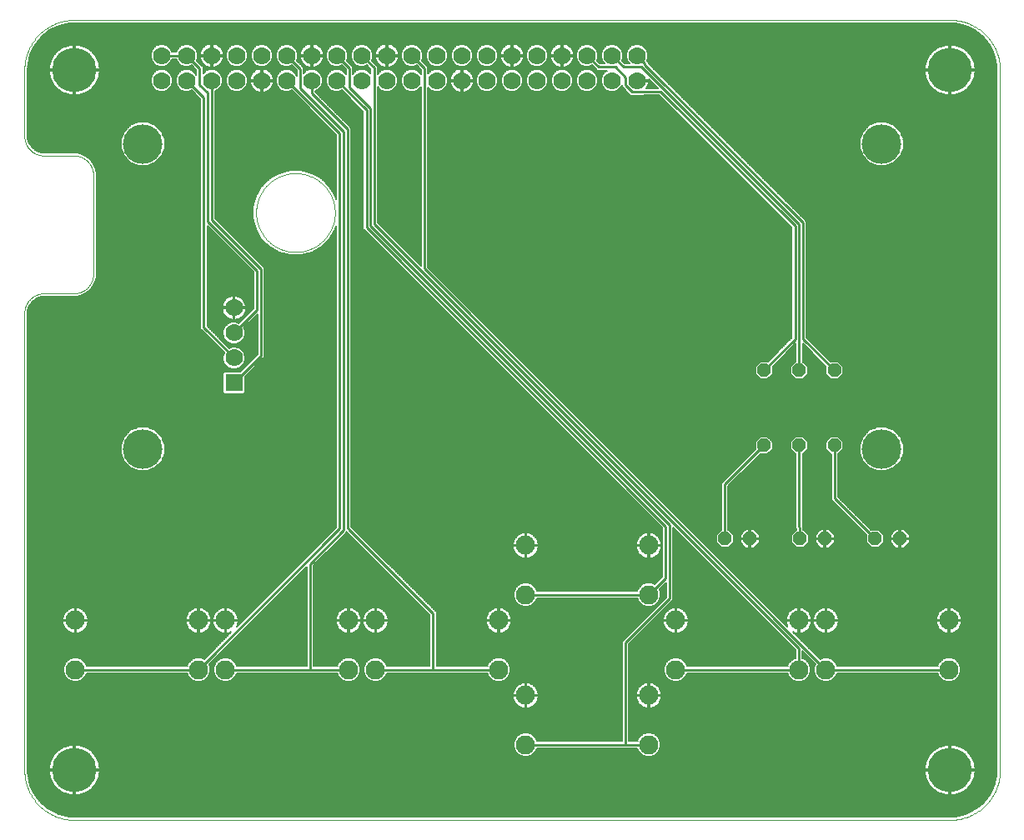
<source format=gbl>
G75*
%MOIN*%
%OFA0B0*%
%FSLAX25Y25*%
%IPPOS*%
%LPD*%
%AMOC8*
5,1,8,0,0,1.08239X$1,22.5*
%
%ADD10C,0.00000*%
%ADD11C,0.15811*%
%ADD12C,0.07677*%
%ADD13C,0.17717*%
%ADD14OC8,0.05200*%
%ADD15R,0.07000X0.07000*%
%ADD16C,0.07000*%
%ADD17C,0.00600*%
%ADD18C,0.01000*%
D10*
X0063342Y0020985D02*
X0063342Y0204056D01*
X0063344Y0204246D01*
X0063351Y0204436D01*
X0063363Y0204626D01*
X0063379Y0204816D01*
X0063399Y0205005D01*
X0063425Y0205194D01*
X0063454Y0205382D01*
X0063489Y0205569D01*
X0063528Y0205755D01*
X0063571Y0205940D01*
X0063619Y0206125D01*
X0063671Y0206308D01*
X0063727Y0206489D01*
X0063788Y0206669D01*
X0063854Y0206848D01*
X0063923Y0207025D01*
X0063997Y0207201D01*
X0064075Y0207374D01*
X0064158Y0207546D01*
X0064244Y0207715D01*
X0064334Y0207883D01*
X0064429Y0208048D01*
X0064527Y0208211D01*
X0064630Y0208371D01*
X0064736Y0208529D01*
X0064846Y0208684D01*
X0064959Y0208837D01*
X0065077Y0208987D01*
X0065198Y0209133D01*
X0065322Y0209277D01*
X0065450Y0209418D01*
X0065581Y0209556D01*
X0065716Y0209691D01*
X0065854Y0209822D01*
X0065995Y0209950D01*
X0066139Y0210074D01*
X0066285Y0210195D01*
X0066435Y0210313D01*
X0066588Y0210426D01*
X0066743Y0210536D01*
X0066901Y0210642D01*
X0067061Y0210745D01*
X0067224Y0210843D01*
X0067389Y0210938D01*
X0067557Y0211028D01*
X0067726Y0211114D01*
X0067898Y0211197D01*
X0068071Y0211275D01*
X0068247Y0211349D01*
X0068424Y0211418D01*
X0068603Y0211484D01*
X0068783Y0211545D01*
X0068964Y0211601D01*
X0069147Y0211653D01*
X0069332Y0211701D01*
X0069517Y0211744D01*
X0069703Y0211783D01*
X0069890Y0211818D01*
X0070078Y0211847D01*
X0070267Y0211873D01*
X0070456Y0211893D01*
X0070646Y0211909D01*
X0070836Y0211921D01*
X0071026Y0211928D01*
X0071216Y0211930D01*
X0083027Y0211930D01*
X0083217Y0211932D01*
X0083407Y0211939D01*
X0083597Y0211951D01*
X0083787Y0211967D01*
X0083976Y0211987D01*
X0084165Y0212013D01*
X0084353Y0212042D01*
X0084540Y0212077D01*
X0084726Y0212116D01*
X0084911Y0212159D01*
X0085096Y0212207D01*
X0085279Y0212259D01*
X0085460Y0212315D01*
X0085640Y0212376D01*
X0085819Y0212442D01*
X0085996Y0212511D01*
X0086172Y0212585D01*
X0086345Y0212663D01*
X0086517Y0212746D01*
X0086686Y0212832D01*
X0086854Y0212922D01*
X0087019Y0213017D01*
X0087182Y0213115D01*
X0087342Y0213218D01*
X0087500Y0213324D01*
X0087655Y0213434D01*
X0087808Y0213547D01*
X0087958Y0213665D01*
X0088104Y0213786D01*
X0088248Y0213910D01*
X0088389Y0214038D01*
X0088527Y0214169D01*
X0088662Y0214304D01*
X0088793Y0214442D01*
X0088921Y0214583D01*
X0089045Y0214727D01*
X0089166Y0214873D01*
X0089284Y0215023D01*
X0089397Y0215176D01*
X0089507Y0215331D01*
X0089613Y0215489D01*
X0089716Y0215649D01*
X0089814Y0215812D01*
X0089909Y0215977D01*
X0089999Y0216145D01*
X0090085Y0216314D01*
X0090168Y0216486D01*
X0090246Y0216659D01*
X0090320Y0216835D01*
X0090389Y0217012D01*
X0090455Y0217191D01*
X0090516Y0217371D01*
X0090572Y0217552D01*
X0090624Y0217735D01*
X0090672Y0217920D01*
X0090715Y0218105D01*
X0090754Y0218291D01*
X0090789Y0218478D01*
X0090818Y0218666D01*
X0090844Y0218855D01*
X0090864Y0219044D01*
X0090880Y0219234D01*
X0090892Y0219424D01*
X0090899Y0219614D01*
X0090901Y0219804D01*
X0090901Y0259174D01*
X0090899Y0259364D01*
X0090892Y0259554D01*
X0090880Y0259744D01*
X0090864Y0259934D01*
X0090844Y0260123D01*
X0090818Y0260312D01*
X0090789Y0260500D01*
X0090754Y0260687D01*
X0090715Y0260873D01*
X0090672Y0261058D01*
X0090624Y0261243D01*
X0090572Y0261426D01*
X0090516Y0261607D01*
X0090455Y0261787D01*
X0090389Y0261966D01*
X0090320Y0262143D01*
X0090246Y0262319D01*
X0090168Y0262492D01*
X0090085Y0262664D01*
X0089999Y0262833D01*
X0089909Y0263001D01*
X0089814Y0263166D01*
X0089716Y0263329D01*
X0089613Y0263489D01*
X0089507Y0263647D01*
X0089397Y0263802D01*
X0089284Y0263955D01*
X0089166Y0264105D01*
X0089045Y0264251D01*
X0088921Y0264395D01*
X0088793Y0264536D01*
X0088662Y0264674D01*
X0088527Y0264809D01*
X0088389Y0264940D01*
X0088248Y0265068D01*
X0088104Y0265192D01*
X0087958Y0265313D01*
X0087808Y0265431D01*
X0087655Y0265544D01*
X0087500Y0265654D01*
X0087342Y0265760D01*
X0087182Y0265863D01*
X0087019Y0265961D01*
X0086854Y0266056D01*
X0086686Y0266146D01*
X0086517Y0266232D01*
X0086345Y0266315D01*
X0086172Y0266393D01*
X0085996Y0266467D01*
X0085819Y0266536D01*
X0085640Y0266602D01*
X0085460Y0266663D01*
X0085279Y0266719D01*
X0085096Y0266771D01*
X0084911Y0266819D01*
X0084726Y0266862D01*
X0084540Y0266901D01*
X0084353Y0266936D01*
X0084165Y0266965D01*
X0083976Y0266991D01*
X0083787Y0267011D01*
X0083597Y0267027D01*
X0083407Y0267039D01*
X0083217Y0267046D01*
X0083027Y0267048D01*
X0071216Y0267048D01*
X0071026Y0267050D01*
X0070836Y0267057D01*
X0070646Y0267069D01*
X0070456Y0267085D01*
X0070267Y0267105D01*
X0070078Y0267131D01*
X0069890Y0267160D01*
X0069703Y0267195D01*
X0069517Y0267234D01*
X0069332Y0267277D01*
X0069147Y0267325D01*
X0068964Y0267377D01*
X0068783Y0267433D01*
X0068603Y0267494D01*
X0068424Y0267560D01*
X0068247Y0267629D01*
X0068071Y0267703D01*
X0067898Y0267781D01*
X0067726Y0267864D01*
X0067557Y0267950D01*
X0067389Y0268040D01*
X0067224Y0268135D01*
X0067061Y0268233D01*
X0066901Y0268336D01*
X0066743Y0268442D01*
X0066588Y0268552D01*
X0066435Y0268665D01*
X0066285Y0268783D01*
X0066139Y0268904D01*
X0065995Y0269028D01*
X0065854Y0269156D01*
X0065716Y0269287D01*
X0065581Y0269422D01*
X0065450Y0269560D01*
X0065322Y0269701D01*
X0065198Y0269845D01*
X0065077Y0269991D01*
X0064959Y0270141D01*
X0064846Y0270294D01*
X0064736Y0270449D01*
X0064630Y0270607D01*
X0064527Y0270767D01*
X0064429Y0270930D01*
X0064334Y0271095D01*
X0064244Y0271263D01*
X0064158Y0271432D01*
X0064075Y0271604D01*
X0063997Y0271777D01*
X0063923Y0271953D01*
X0063854Y0272130D01*
X0063788Y0272309D01*
X0063727Y0272489D01*
X0063671Y0272670D01*
X0063619Y0272853D01*
X0063571Y0273038D01*
X0063528Y0273223D01*
X0063489Y0273409D01*
X0063454Y0273596D01*
X0063425Y0273784D01*
X0063399Y0273973D01*
X0063379Y0274162D01*
X0063363Y0274352D01*
X0063351Y0274542D01*
X0063344Y0274732D01*
X0063342Y0274922D01*
X0063342Y0301300D01*
X0063348Y0301783D01*
X0063365Y0302266D01*
X0063395Y0302749D01*
X0063435Y0303230D01*
X0063488Y0303711D01*
X0063552Y0304190D01*
X0063627Y0304667D01*
X0063715Y0305143D01*
X0063813Y0305616D01*
X0063923Y0306086D01*
X0064044Y0306554D01*
X0064177Y0307019D01*
X0064321Y0307480D01*
X0064476Y0307938D01*
X0064642Y0308392D01*
X0064819Y0308842D01*
X0065006Y0309287D01*
X0065205Y0309728D01*
X0065413Y0310164D01*
X0065633Y0310594D01*
X0065863Y0311020D01*
X0066103Y0311439D01*
X0066353Y0311853D01*
X0066613Y0312260D01*
X0066882Y0312661D01*
X0067162Y0313056D01*
X0067450Y0313443D01*
X0067749Y0313824D01*
X0068056Y0314197D01*
X0068372Y0314562D01*
X0068697Y0314920D01*
X0069030Y0315270D01*
X0069372Y0315612D01*
X0069722Y0315945D01*
X0070080Y0316270D01*
X0070445Y0316586D01*
X0070818Y0316893D01*
X0071199Y0317192D01*
X0071586Y0317480D01*
X0071981Y0317760D01*
X0072382Y0318029D01*
X0072789Y0318289D01*
X0073203Y0318539D01*
X0073622Y0318779D01*
X0074048Y0319009D01*
X0074478Y0319229D01*
X0074914Y0319437D01*
X0075355Y0319636D01*
X0075800Y0319823D01*
X0076250Y0320000D01*
X0076704Y0320166D01*
X0077162Y0320321D01*
X0077623Y0320465D01*
X0078088Y0320598D01*
X0078556Y0320719D01*
X0079026Y0320829D01*
X0079499Y0320927D01*
X0079975Y0321015D01*
X0080452Y0321090D01*
X0080931Y0321154D01*
X0081412Y0321207D01*
X0081893Y0321247D01*
X0082376Y0321277D01*
X0082859Y0321294D01*
X0083342Y0321300D01*
X0433342Y0321300D01*
X0433825Y0321294D01*
X0434308Y0321277D01*
X0434791Y0321247D01*
X0435272Y0321207D01*
X0435753Y0321154D01*
X0436232Y0321090D01*
X0436709Y0321015D01*
X0437185Y0320927D01*
X0437658Y0320829D01*
X0438128Y0320719D01*
X0438596Y0320598D01*
X0439061Y0320465D01*
X0439522Y0320321D01*
X0439980Y0320166D01*
X0440434Y0320000D01*
X0440884Y0319823D01*
X0441329Y0319636D01*
X0441770Y0319437D01*
X0442206Y0319229D01*
X0442636Y0319009D01*
X0443062Y0318779D01*
X0443481Y0318539D01*
X0443895Y0318289D01*
X0444302Y0318029D01*
X0444703Y0317760D01*
X0445098Y0317480D01*
X0445485Y0317192D01*
X0445866Y0316893D01*
X0446239Y0316586D01*
X0446604Y0316270D01*
X0446962Y0315945D01*
X0447312Y0315612D01*
X0447654Y0315270D01*
X0447987Y0314920D01*
X0448312Y0314562D01*
X0448628Y0314197D01*
X0448935Y0313824D01*
X0449234Y0313443D01*
X0449522Y0313056D01*
X0449802Y0312661D01*
X0450071Y0312260D01*
X0450331Y0311853D01*
X0450581Y0311439D01*
X0450821Y0311020D01*
X0451051Y0310594D01*
X0451271Y0310164D01*
X0451479Y0309728D01*
X0451678Y0309287D01*
X0451865Y0308842D01*
X0452042Y0308392D01*
X0452208Y0307938D01*
X0452363Y0307480D01*
X0452507Y0307019D01*
X0452640Y0306554D01*
X0452761Y0306086D01*
X0452871Y0305616D01*
X0452969Y0305143D01*
X0453057Y0304667D01*
X0453132Y0304190D01*
X0453196Y0303711D01*
X0453249Y0303230D01*
X0453289Y0302749D01*
X0453319Y0302266D01*
X0453336Y0301783D01*
X0453342Y0301300D01*
X0453342Y0021300D01*
X0453336Y0020817D01*
X0453319Y0020334D01*
X0453289Y0019851D01*
X0453249Y0019370D01*
X0453196Y0018889D01*
X0453132Y0018410D01*
X0453057Y0017933D01*
X0452969Y0017457D01*
X0452871Y0016984D01*
X0452761Y0016514D01*
X0452640Y0016046D01*
X0452507Y0015581D01*
X0452363Y0015120D01*
X0452208Y0014662D01*
X0452042Y0014208D01*
X0451865Y0013758D01*
X0451678Y0013313D01*
X0451479Y0012872D01*
X0451271Y0012436D01*
X0451051Y0012006D01*
X0450821Y0011580D01*
X0450581Y0011161D01*
X0450331Y0010747D01*
X0450071Y0010340D01*
X0449802Y0009939D01*
X0449522Y0009544D01*
X0449234Y0009157D01*
X0448935Y0008776D01*
X0448628Y0008403D01*
X0448312Y0008038D01*
X0447987Y0007680D01*
X0447654Y0007330D01*
X0447312Y0006988D01*
X0446962Y0006655D01*
X0446604Y0006330D01*
X0446239Y0006014D01*
X0445866Y0005707D01*
X0445485Y0005408D01*
X0445098Y0005120D01*
X0444703Y0004840D01*
X0444302Y0004571D01*
X0443895Y0004311D01*
X0443481Y0004061D01*
X0443062Y0003821D01*
X0442636Y0003591D01*
X0442206Y0003371D01*
X0441770Y0003163D01*
X0441329Y0002964D01*
X0440884Y0002777D01*
X0440434Y0002600D01*
X0439980Y0002434D01*
X0439522Y0002279D01*
X0439061Y0002135D01*
X0438596Y0002002D01*
X0438128Y0001881D01*
X0437658Y0001771D01*
X0437185Y0001673D01*
X0436709Y0001585D01*
X0436232Y0001510D01*
X0435753Y0001446D01*
X0435272Y0001393D01*
X0434791Y0001353D01*
X0434308Y0001323D01*
X0433825Y0001306D01*
X0433342Y0001300D01*
X0083342Y0001300D01*
X0082859Y0001306D01*
X0082376Y0001323D01*
X0081893Y0001353D01*
X0081412Y0001393D01*
X0080931Y0001446D01*
X0080452Y0001510D01*
X0079975Y0001585D01*
X0079499Y0001673D01*
X0079026Y0001771D01*
X0078556Y0001881D01*
X0078088Y0002002D01*
X0077623Y0002135D01*
X0077162Y0002279D01*
X0076704Y0002434D01*
X0076250Y0002600D01*
X0075800Y0002777D01*
X0075355Y0002964D01*
X0074914Y0003163D01*
X0074478Y0003371D01*
X0074048Y0003591D01*
X0073622Y0003821D01*
X0073203Y0004061D01*
X0072789Y0004311D01*
X0072382Y0004571D01*
X0071981Y0004840D01*
X0071586Y0005120D01*
X0071199Y0005408D01*
X0070818Y0005707D01*
X0070445Y0006014D01*
X0070080Y0006330D01*
X0069722Y0006655D01*
X0069372Y0006988D01*
X0069030Y0007330D01*
X0068697Y0007680D01*
X0068372Y0008038D01*
X0068056Y0008403D01*
X0067749Y0008776D01*
X0067450Y0009157D01*
X0067162Y0009544D01*
X0066882Y0009939D01*
X0066613Y0010340D01*
X0066353Y0010747D01*
X0066103Y0011161D01*
X0065863Y0011580D01*
X0065633Y0012006D01*
X0065413Y0012436D01*
X0065205Y0012872D01*
X0065006Y0013313D01*
X0064819Y0013758D01*
X0064642Y0014208D01*
X0064476Y0014662D01*
X0064321Y0015120D01*
X0064177Y0015581D01*
X0064044Y0016046D01*
X0063923Y0016514D01*
X0063813Y0016984D01*
X0063715Y0017457D01*
X0063627Y0017933D01*
X0063552Y0018410D01*
X0063488Y0018889D01*
X0063435Y0019370D01*
X0063395Y0019851D01*
X0063365Y0020334D01*
X0063348Y0020817D01*
X0063342Y0021300D01*
X0155980Y0244233D02*
X0155985Y0244619D01*
X0155999Y0245006D01*
X0156023Y0245391D01*
X0156056Y0245777D01*
X0156098Y0246161D01*
X0156150Y0246544D01*
X0156212Y0246925D01*
X0156283Y0247305D01*
X0156363Y0247683D01*
X0156452Y0248059D01*
X0156550Y0248433D01*
X0156658Y0248804D01*
X0156775Y0249173D01*
X0156901Y0249538D01*
X0157035Y0249901D01*
X0157179Y0250259D01*
X0157331Y0250615D01*
X0157492Y0250966D01*
X0157662Y0251313D01*
X0157840Y0251657D01*
X0158026Y0251995D01*
X0158220Y0252329D01*
X0158423Y0252658D01*
X0158634Y0252982D01*
X0158853Y0253301D01*
X0159079Y0253614D01*
X0159313Y0253922D01*
X0159555Y0254223D01*
X0159803Y0254519D01*
X0160060Y0254809D01*
X0160323Y0255092D01*
X0160592Y0255369D01*
X0160869Y0255638D01*
X0161152Y0255901D01*
X0161442Y0256158D01*
X0161738Y0256406D01*
X0162039Y0256648D01*
X0162347Y0256882D01*
X0162660Y0257108D01*
X0162979Y0257327D01*
X0163303Y0257538D01*
X0163632Y0257741D01*
X0163966Y0257935D01*
X0164304Y0258121D01*
X0164648Y0258299D01*
X0164995Y0258469D01*
X0165346Y0258630D01*
X0165702Y0258782D01*
X0166060Y0258926D01*
X0166423Y0259060D01*
X0166788Y0259186D01*
X0167157Y0259303D01*
X0167528Y0259411D01*
X0167902Y0259509D01*
X0168278Y0259598D01*
X0168656Y0259678D01*
X0169036Y0259749D01*
X0169417Y0259811D01*
X0169800Y0259863D01*
X0170184Y0259905D01*
X0170570Y0259938D01*
X0170955Y0259962D01*
X0171342Y0259976D01*
X0171728Y0259981D01*
X0172114Y0259976D01*
X0172501Y0259962D01*
X0172886Y0259938D01*
X0173272Y0259905D01*
X0173656Y0259863D01*
X0174039Y0259811D01*
X0174420Y0259749D01*
X0174800Y0259678D01*
X0175178Y0259598D01*
X0175554Y0259509D01*
X0175928Y0259411D01*
X0176299Y0259303D01*
X0176668Y0259186D01*
X0177033Y0259060D01*
X0177396Y0258926D01*
X0177754Y0258782D01*
X0178110Y0258630D01*
X0178461Y0258469D01*
X0178808Y0258299D01*
X0179152Y0258121D01*
X0179490Y0257935D01*
X0179824Y0257741D01*
X0180153Y0257538D01*
X0180477Y0257327D01*
X0180796Y0257108D01*
X0181109Y0256882D01*
X0181417Y0256648D01*
X0181718Y0256406D01*
X0182014Y0256158D01*
X0182304Y0255901D01*
X0182587Y0255638D01*
X0182864Y0255369D01*
X0183133Y0255092D01*
X0183396Y0254809D01*
X0183653Y0254519D01*
X0183901Y0254223D01*
X0184143Y0253922D01*
X0184377Y0253614D01*
X0184603Y0253301D01*
X0184822Y0252982D01*
X0185033Y0252658D01*
X0185236Y0252329D01*
X0185430Y0251995D01*
X0185616Y0251657D01*
X0185794Y0251313D01*
X0185964Y0250966D01*
X0186125Y0250615D01*
X0186277Y0250259D01*
X0186421Y0249901D01*
X0186555Y0249538D01*
X0186681Y0249173D01*
X0186798Y0248804D01*
X0186906Y0248433D01*
X0187004Y0248059D01*
X0187093Y0247683D01*
X0187173Y0247305D01*
X0187244Y0246925D01*
X0187306Y0246544D01*
X0187358Y0246161D01*
X0187400Y0245777D01*
X0187433Y0245391D01*
X0187457Y0245006D01*
X0187471Y0244619D01*
X0187476Y0244233D01*
X0187471Y0243847D01*
X0187457Y0243460D01*
X0187433Y0243075D01*
X0187400Y0242689D01*
X0187358Y0242305D01*
X0187306Y0241922D01*
X0187244Y0241541D01*
X0187173Y0241161D01*
X0187093Y0240783D01*
X0187004Y0240407D01*
X0186906Y0240033D01*
X0186798Y0239662D01*
X0186681Y0239293D01*
X0186555Y0238928D01*
X0186421Y0238565D01*
X0186277Y0238207D01*
X0186125Y0237851D01*
X0185964Y0237500D01*
X0185794Y0237153D01*
X0185616Y0236809D01*
X0185430Y0236471D01*
X0185236Y0236137D01*
X0185033Y0235808D01*
X0184822Y0235484D01*
X0184603Y0235165D01*
X0184377Y0234852D01*
X0184143Y0234544D01*
X0183901Y0234243D01*
X0183653Y0233947D01*
X0183396Y0233657D01*
X0183133Y0233374D01*
X0182864Y0233097D01*
X0182587Y0232828D01*
X0182304Y0232565D01*
X0182014Y0232308D01*
X0181718Y0232060D01*
X0181417Y0231818D01*
X0181109Y0231584D01*
X0180796Y0231358D01*
X0180477Y0231139D01*
X0180153Y0230928D01*
X0179824Y0230725D01*
X0179490Y0230531D01*
X0179152Y0230345D01*
X0178808Y0230167D01*
X0178461Y0229997D01*
X0178110Y0229836D01*
X0177754Y0229684D01*
X0177396Y0229540D01*
X0177033Y0229406D01*
X0176668Y0229280D01*
X0176299Y0229163D01*
X0175928Y0229055D01*
X0175554Y0228957D01*
X0175178Y0228868D01*
X0174800Y0228788D01*
X0174420Y0228717D01*
X0174039Y0228655D01*
X0173656Y0228603D01*
X0173272Y0228561D01*
X0172886Y0228528D01*
X0172501Y0228504D01*
X0172114Y0228490D01*
X0171728Y0228485D01*
X0171342Y0228490D01*
X0170955Y0228504D01*
X0170570Y0228528D01*
X0170184Y0228561D01*
X0169800Y0228603D01*
X0169417Y0228655D01*
X0169036Y0228717D01*
X0168656Y0228788D01*
X0168278Y0228868D01*
X0167902Y0228957D01*
X0167528Y0229055D01*
X0167157Y0229163D01*
X0166788Y0229280D01*
X0166423Y0229406D01*
X0166060Y0229540D01*
X0165702Y0229684D01*
X0165346Y0229836D01*
X0164995Y0229997D01*
X0164648Y0230167D01*
X0164304Y0230345D01*
X0163966Y0230531D01*
X0163632Y0230725D01*
X0163303Y0230928D01*
X0162979Y0231139D01*
X0162660Y0231358D01*
X0162347Y0231584D01*
X0162039Y0231818D01*
X0161738Y0232060D01*
X0161442Y0232308D01*
X0161152Y0232565D01*
X0160869Y0232828D01*
X0160592Y0233097D01*
X0160323Y0233374D01*
X0160060Y0233657D01*
X0159803Y0233947D01*
X0159555Y0234243D01*
X0159313Y0234544D01*
X0159079Y0234852D01*
X0158853Y0235165D01*
X0158634Y0235484D01*
X0158423Y0235808D01*
X0158220Y0236137D01*
X0158026Y0236471D01*
X0157840Y0236809D01*
X0157662Y0237153D01*
X0157492Y0237500D01*
X0157331Y0237851D01*
X0157179Y0238207D01*
X0157035Y0238565D01*
X0156901Y0238928D01*
X0156775Y0239293D01*
X0156658Y0239662D01*
X0156550Y0240033D01*
X0156452Y0240407D01*
X0156363Y0240783D01*
X0156283Y0241161D01*
X0156212Y0241541D01*
X0156150Y0241922D01*
X0156098Y0242305D01*
X0156056Y0242689D01*
X0156023Y0243075D01*
X0155999Y0243460D01*
X0155985Y0243847D01*
X0155980Y0244233D01*
D11*
X0110704Y0271792D03*
X0110704Y0149745D03*
X0405980Y0149745D03*
X0405980Y0271792D03*
D12*
X0312948Y0111143D03*
X0312948Y0091457D03*
X0323736Y0081143D03*
X0323736Y0061457D03*
X0312948Y0051143D03*
X0312948Y0031457D03*
X0263736Y0031457D03*
X0263736Y0051143D03*
X0252948Y0061457D03*
X0252948Y0081143D03*
X0263736Y0091457D03*
X0263736Y0111143D03*
X0203736Y0081143D03*
X0192948Y0081143D03*
X0192948Y0061457D03*
X0203736Y0061457D03*
X0143736Y0061457D03*
X0132948Y0061457D03*
X0132948Y0081143D03*
X0143736Y0081143D03*
X0083736Y0081143D03*
X0083736Y0061457D03*
X0372948Y0061457D03*
X0383736Y0061457D03*
X0383736Y0081143D03*
X0372948Y0081143D03*
X0432948Y0081143D03*
X0432948Y0061457D03*
D13*
X0433342Y0021300D03*
X0083342Y0021300D03*
X0083342Y0301300D03*
X0433342Y0301300D03*
D14*
X0387161Y0181143D03*
X0373066Y0181143D03*
X0358972Y0181143D03*
X0358972Y0151143D03*
X0373066Y0151143D03*
X0387161Y0151143D03*
X0383342Y0113800D03*
X0373342Y0113800D03*
X0353342Y0113800D03*
X0343342Y0113800D03*
X0403342Y0113800D03*
X0413342Y0113800D03*
D15*
X0147121Y0176182D03*
D16*
X0147121Y0186182D03*
X0147121Y0196182D03*
X0147121Y0206182D03*
X0148224Y0297087D03*
X0138224Y0297087D03*
X0128224Y0297087D03*
X0118224Y0297087D03*
X0118224Y0307087D03*
X0128224Y0307087D03*
X0138224Y0307087D03*
X0148224Y0307087D03*
X0158224Y0307087D03*
X0168224Y0307087D03*
X0178224Y0307087D03*
X0188224Y0307087D03*
X0198224Y0307087D03*
X0208224Y0307087D03*
X0218224Y0307087D03*
X0218224Y0297087D03*
X0208224Y0297087D03*
X0198224Y0297087D03*
X0188224Y0297087D03*
X0178224Y0297087D03*
X0168224Y0297087D03*
X0158224Y0297087D03*
X0228224Y0297087D03*
X0238224Y0297087D03*
X0248224Y0297087D03*
X0258224Y0297087D03*
X0268224Y0297087D03*
X0278224Y0297087D03*
X0288224Y0297087D03*
X0298224Y0297087D03*
X0308224Y0297087D03*
X0308224Y0307087D03*
X0298224Y0307087D03*
X0288224Y0307087D03*
X0278224Y0307087D03*
X0268224Y0307087D03*
X0258224Y0307087D03*
X0248224Y0307087D03*
X0238224Y0307087D03*
X0228224Y0307087D03*
D17*
X0232624Y0307139D02*
X0233824Y0307139D01*
X0233824Y0306541D02*
X0232624Y0306541D01*
X0232624Y0306212D02*
X0232624Y0307963D01*
X0231954Y0309580D01*
X0230716Y0310818D01*
X0229099Y0311487D01*
X0227348Y0311487D01*
X0225731Y0310818D01*
X0224494Y0309580D01*
X0223824Y0307963D01*
X0223824Y0306212D01*
X0224494Y0304595D01*
X0225731Y0303357D01*
X0227348Y0302687D01*
X0229099Y0302687D01*
X0230716Y0303357D01*
X0231954Y0304595D01*
X0232624Y0306212D01*
X0232512Y0305942D02*
X0233935Y0305942D01*
X0233824Y0306212D02*
X0234494Y0304595D01*
X0235731Y0303357D01*
X0237348Y0302687D01*
X0239099Y0302687D01*
X0240716Y0303357D01*
X0241954Y0304595D01*
X0242624Y0306212D01*
X0242624Y0307963D01*
X0241954Y0309580D01*
X0240716Y0310818D01*
X0239099Y0311487D01*
X0237348Y0311487D01*
X0235731Y0310818D01*
X0234494Y0309580D01*
X0233824Y0307963D01*
X0233824Y0306212D01*
X0234183Y0305344D02*
X0232264Y0305344D01*
X0232016Y0304745D02*
X0234431Y0304745D01*
X0234942Y0304147D02*
X0231506Y0304147D01*
X0230907Y0303548D02*
X0235540Y0303548D01*
X0236715Y0302950D02*
X0229732Y0302950D01*
X0229099Y0301487D02*
X0227348Y0301487D01*
X0225731Y0300818D01*
X0224742Y0299828D01*
X0224742Y0302549D01*
X0223922Y0303369D01*
X0222171Y0305120D01*
X0222624Y0306212D01*
X0222624Y0307963D01*
X0221954Y0309580D01*
X0220716Y0310818D01*
X0219099Y0311487D01*
X0217348Y0311487D01*
X0215731Y0310818D01*
X0214494Y0309580D01*
X0213824Y0307963D01*
X0213824Y0306212D01*
X0214494Y0304595D01*
X0215731Y0303357D01*
X0217348Y0302687D01*
X0219099Y0302687D01*
X0220191Y0303140D01*
X0221942Y0301389D01*
X0221942Y0299592D01*
X0220716Y0300818D01*
X0219099Y0301487D01*
X0217348Y0301487D01*
X0215731Y0300818D01*
X0214494Y0299580D01*
X0213824Y0297963D01*
X0213824Y0296212D01*
X0214494Y0294595D01*
X0215731Y0293357D01*
X0217348Y0292687D01*
X0219099Y0292687D01*
X0220716Y0293357D01*
X0221942Y0294583D01*
X0221942Y0222968D01*
X0204742Y0240168D01*
X0204742Y0287075D01*
X0204506Y0287311D01*
X0204506Y0294583D01*
X0205731Y0293357D01*
X0207348Y0292687D01*
X0209099Y0292687D01*
X0210716Y0293357D01*
X0211954Y0294595D01*
X0212624Y0296212D01*
X0212624Y0297963D01*
X0211954Y0299580D01*
X0210716Y0300818D01*
X0209099Y0301487D01*
X0207348Y0301487D01*
X0205731Y0300818D01*
X0204506Y0299592D01*
X0204506Y0302785D01*
X0202171Y0305120D01*
X0202624Y0306212D01*
X0202624Y0307963D01*
X0201954Y0309580D01*
X0200716Y0310818D01*
X0199099Y0311487D01*
X0197348Y0311487D01*
X0195731Y0310818D01*
X0194494Y0309580D01*
X0193824Y0307963D01*
X0193824Y0306212D01*
X0194494Y0304595D01*
X0195731Y0303357D01*
X0197348Y0302687D01*
X0199099Y0302687D01*
X0200191Y0303140D01*
X0201706Y0301626D01*
X0201706Y0299828D01*
X0200716Y0300818D01*
X0199099Y0301487D01*
X0197348Y0301487D01*
X0195731Y0300818D01*
X0194663Y0299749D01*
X0194663Y0302628D01*
X0193843Y0303448D01*
X0192171Y0305120D01*
X0192624Y0306212D01*
X0192624Y0307963D01*
X0191954Y0309580D01*
X0190716Y0310818D01*
X0189099Y0311487D01*
X0187348Y0311487D01*
X0185731Y0310818D01*
X0184494Y0309580D01*
X0183824Y0307963D01*
X0183824Y0306212D01*
X0184494Y0304595D01*
X0185731Y0303357D01*
X0187348Y0302687D01*
X0189099Y0302687D01*
X0190191Y0303140D01*
X0191863Y0301468D01*
X0191863Y0299671D01*
X0190716Y0300818D01*
X0189099Y0301487D01*
X0187348Y0301487D01*
X0185731Y0300818D01*
X0184494Y0299580D01*
X0183824Y0297963D01*
X0183824Y0296212D01*
X0184494Y0294595D01*
X0185731Y0293357D01*
X0187348Y0292687D01*
X0189099Y0292687D01*
X0190191Y0293140D01*
X0198742Y0284589D01*
X0198742Y0237683D01*
X0199562Y0236863D01*
X0318216Y0118209D01*
X0318216Y0098705D01*
X0315175Y0095664D01*
X0313891Y0096196D01*
X0312006Y0096196D01*
X0310264Y0095475D01*
X0308931Y0094142D01*
X0308399Y0092857D01*
X0268285Y0092857D01*
X0267753Y0094142D01*
X0266420Y0095475D01*
X0264678Y0096196D01*
X0262793Y0096196D01*
X0261051Y0095475D01*
X0259718Y0094142D01*
X0258997Y0092400D01*
X0258997Y0090515D01*
X0259718Y0088773D01*
X0261051Y0087440D01*
X0262793Y0086719D01*
X0264678Y0086719D01*
X0266420Y0087440D01*
X0267753Y0088773D01*
X0268285Y0090057D01*
X0308399Y0090057D01*
X0308931Y0088773D01*
X0310264Y0087440D01*
X0312006Y0086719D01*
X0313891Y0086719D01*
X0315632Y0087440D01*
X0316965Y0088773D01*
X0317687Y0090515D01*
X0317687Y0092400D01*
X0317155Y0093684D01*
X0319816Y0096345D01*
X0319816Y0090463D01*
X0302099Y0072746D01*
X0302099Y0032857D01*
X0268285Y0032857D01*
X0267753Y0034142D01*
X0266420Y0035475D01*
X0264678Y0036196D01*
X0262793Y0036196D01*
X0261051Y0035475D01*
X0259718Y0034142D01*
X0258997Y0032400D01*
X0258997Y0030515D01*
X0259718Y0028773D01*
X0261051Y0027440D01*
X0262793Y0026719D01*
X0264678Y0026719D01*
X0266420Y0027440D01*
X0267753Y0028773D01*
X0268285Y0030057D01*
X0308399Y0030057D01*
X0308931Y0028773D01*
X0310264Y0027440D01*
X0312006Y0026719D01*
X0313891Y0026719D01*
X0315632Y0027440D01*
X0316965Y0028773D01*
X0317687Y0030515D01*
X0317687Y0032400D01*
X0316965Y0034142D01*
X0315632Y0035475D01*
X0313891Y0036196D01*
X0312006Y0036196D01*
X0310264Y0035475D01*
X0308931Y0034142D01*
X0308399Y0032857D01*
X0304899Y0032857D01*
X0304899Y0071586D01*
X0322616Y0089303D01*
X0322616Y0118335D01*
X0371548Y0069402D01*
X0371548Y0066007D01*
X0370264Y0065475D01*
X0368931Y0064142D01*
X0368399Y0062857D01*
X0328285Y0062857D01*
X0327753Y0064142D01*
X0326420Y0065475D01*
X0324678Y0066196D01*
X0322793Y0066196D01*
X0321051Y0065475D01*
X0319718Y0064142D01*
X0318997Y0062400D01*
X0318997Y0060515D01*
X0319718Y0058773D01*
X0321051Y0057440D01*
X0322793Y0056719D01*
X0324678Y0056719D01*
X0326420Y0057440D01*
X0327753Y0058773D01*
X0328285Y0060057D01*
X0368399Y0060057D01*
X0368931Y0058773D01*
X0370264Y0057440D01*
X0372006Y0056719D01*
X0373891Y0056719D01*
X0375632Y0057440D01*
X0376965Y0058773D01*
X0377687Y0060515D01*
X0377687Y0062400D01*
X0376965Y0064142D01*
X0375632Y0065475D01*
X0374348Y0066007D01*
X0374348Y0068865D01*
X0379529Y0063684D01*
X0378997Y0062400D01*
X0378997Y0060515D01*
X0379718Y0058773D01*
X0381051Y0057440D01*
X0382793Y0056719D01*
X0384678Y0056719D01*
X0386420Y0057440D01*
X0387753Y0058773D01*
X0388285Y0060057D01*
X0428399Y0060057D01*
X0428931Y0058773D01*
X0430264Y0057440D01*
X0432006Y0056719D01*
X0433891Y0056719D01*
X0435632Y0057440D01*
X0436965Y0058773D01*
X0437687Y0060515D01*
X0437687Y0062400D01*
X0436965Y0064142D01*
X0435632Y0065475D01*
X0433891Y0066196D01*
X0432006Y0066196D01*
X0430264Y0065475D01*
X0428931Y0064142D01*
X0428399Y0062857D01*
X0388285Y0062857D01*
X0387753Y0064142D01*
X0386420Y0065475D01*
X0384678Y0066196D01*
X0382793Y0066196D01*
X0381509Y0065664D01*
X0370602Y0076571D01*
X0370976Y0076380D01*
X0371745Y0076130D01*
X0372544Y0076004D01*
X0372648Y0076004D01*
X0372648Y0080842D01*
X0373248Y0080842D01*
X0373248Y0076004D01*
X0373353Y0076004D01*
X0374151Y0076130D01*
X0374921Y0076380D01*
X0375641Y0076748D01*
X0376296Y0077223D01*
X0376868Y0077795D01*
X0377343Y0078449D01*
X0377710Y0079170D01*
X0377960Y0079939D01*
X0378087Y0080738D01*
X0378087Y0080843D01*
X0373248Y0080843D01*
X0373248Y0081442D01*
X0378087Y0081442D01*
X0378087Y0081547D01*
X0377960Y0082346D01*
X0377710Y0083115D01*
X0377343Y0083836D01*
X0376868Y0084490D01*
X0376296Y0085062D01*
X0375641Y0085537D01*
X0374921Y0085905D01*
X0374151Y0086155D01*
X0373353Y0086281D01*
X0373248Y0086281D01*
X0373248Y0081443D01*
X0372648Y0081443D01*
X0372648Y0086281D01*
X0372544Y0086281D01*
X0371745Y0086155D01*
X0370976Y0085905D01*
X0370255Y0085537D01*
X0369601Y0085062D01*
X0369029Y0084490D01*
X0368553Y0083836D01*
X0368186Y0083115D01*
X0367936Y0082346D01*
X0367810Y0081547D01*
X0367810Y0081442D01*
X0372648Y0081442D01*
X0372648Y0080843D01*
X0367810Y0080843D01*
X0367810Y0080738D01*
X0367936Y0079939D01*
X0368186Y0079170D01*
X0368376Y0078797D01*
X0224742Y0222431D01*
X0224742Y0294347D01*
X0225731Y0293357D01*
X0227348Y0292687D01*
X0229099Y0292687D01*
X0230716Y0293357D01*
X0231954Y0294595D01*
X0232624Y0296212D01*
X0232624Y0297963D01*
X0231954Y0299580D01*
X0230716Y0300818D01*
X0229099Y0301487D01*
X0229903Y0301154D02*
X0235655Y0301154D01*
X0235708Y0301193D02*
X0235097Y0300749D01*
X0234562Y0300214D01*
X0234118Y0299603D01*
X0233775Y0298930D01*
X0233542Y0298211D01*
X0233424Y0297465D01*
X0233424Y0297387D01*
X0237924Y0297387D01*
X0237924Y0296787D01*
X0238524Y0296787D01*
X0238524Y0292287D01*
X0238601Y0292287D01*
X0239348Y0292406D01*
X0240066Y0292639D01*
X0240739Y0292982D01*
X0241351Y0293426D01*
X0241885Y0293960D01*
X0242329Y0294572D01*
X0242672Y0295245D01*
X0242905Y0295963D01*
X0243024Y0296710D01*
X0243024Y0296787D01*
X0238524Y0296787D01*
X0238524Y0297387D01*
X0243024Y0297387D01*
X0243024Y0297465D01*
X0242905Y0298211D01*
X0242672Y0298930D01*
X0242329Y0299603D01*
X0241885Y0300214D01*
X0241351Y0300749D01*
X0240739Y0301193D01*
X0240066Y0301536D01*
X0239348Y0301769D01*
X0238601Y0301887D01*
X0238524Y0301887D01*
X0238524Y0297387D01*
X0237924Y0297387D01*
X0237924Y0301887D01*
X0237846Y0301887D01*
X0237100Y0301769D01*
X0236381Y0301536D01*
X0235708Y0301193D01*
X0234904Y0300556D02*
X0230978Y0300556D01*
X0231576Y0299957D02*
X0234376Y0299957D01*
X0233994Y0299359D02*
X0232045Y0299359D01*
X0232293Y0298760D02*
X0233720Y0298760D01*
X0233534Y0298162D02*
X0232541Y0298162D01*
X0232624Y0297563D02*
X0233439Y0297563D01*
X0233424Y0296787D02*
X0233424Y0296710D01*
X0233542Y0295963D01*
X0233775Y0295245D01*
X0234118Y0294572D01*
X0234562Y0293960D01*
X0235097Y0293426D01*
X0235708Y0292982D01*
X0236381Y0292639D01*
X0237100Y0292406D01*
X0237846Y0292287D01*
X0237924Y0292287D01*
X0237924Y0296787D01*
X0233424Y0296787D01*
X0233478Y0296366D02*
X0232624Y0296366D01*
X0232624Y0296965D02*
X0237924Y0296965D01*
X0237924Y0297563D02*
X0238524Y0297563D01*
X0238524Y0296965D02*
X0243824Y0296965D01*
X0243824Y0297563D02*
X0243008Y0297563D01*
X0242913Y0298162D02*
X0243906Y0298162D01*
X0243824Y0297963D02*
X0243824Y0296212D01*
X0244494Y0294595D01*
X0245731Y0293357D01*
X0247348Y0292687D01*
X0249099Y0292687D01*
X0250716Y0293357D01*
X0251954Y0294595D01*
X0252624Y0296212D01*
X0252624Y0297963D01*
X0251954Y0299580D01*
X0250716Y0300818D01*
X0249099Y0301487D01*
X0247348Y0301487D01*
X0245731Y0300818D01*
X0244494Y0299580D01*
X0243824Y0297963D01*
X0244154Y0298760D02*
X0242727Y0298760D01*
X0242454Y0299359D02*
X0244402Y0299359D01*
X0244871Y0299957D02*
X0242072Y0299957D01*
X0241544Y0300556D02*
X0245469Y0300556D01*
X0246544Y0301154D02*
X0240792Y0301154D01*
X0239399Y0301753D02*
X0291579Y0301753D01*
X0291430Y0301901D02*
X0292250Y0301081D01*
X0296368Y0301081D01*
X0295731Y0300818D01*
X0294494Y0299580D01*
X0293824Y0297963D01*
X0293824Y0296212D01*
X0294494Y0294595D01*
X0295731Y0293357D01*
X0297348Y0292687D01*
X0299099Y0292687D01*
X0300716Y0293357D01*
X0301954Y0294595D01*
X0302224Y0295247D01*
X0302224Y0294602D01*
X0305738Y0291087D01*
X0310709Y0291087D01*
X0310860Y0291239D01*
X0317074Y0291239D01*
X0370066Y0238246D01*
X0370066Y0194217D01*
X0360457Y0184607D01*
X0360421Y0184643D01*
X0357522Y0184643D01*
X0355472Y0182592D01*
X0355472Y0179693D01*
X0357522Y0177643D01*
X0360421Y0177643D01*
X0362472Y0179693D01*
X0362472Y0182592D01*
X0362437Y0182627D01*
X0371666Y0191857D01*
X0371666Y0184643D01*
X0371616Y0184643D01*
X0369566Y0182592D01*
X0369566Y0179693D01*
X0371616Y0177643D01*
X0374516Y0177643D01*
X0376566Y0179693D01*
X0376566Y0182592D01*
X0374516Y0184643D01*
X0374466Y0184643D01*
X0374466Y0191857D01*
X0383696Y0182627D01*
X0383661Y0182592D01*
X0383661Y0179693D01*
X0385711Y0177643D01*
X0388610Y0177643D01*
X0390661Y0179693D01*
X0390661Y0182592D01*
X0388610Y0184643D01*
X0385711Y0184643D01*
X0385676Y0184607D01*
X0376066Y0194217D01*
X0376066Y0240732D01*
X0375246Y0241552D01*
X0312773Y0304025D01*
X0312773Y0304518D01*
X0312171Y0305120D01*
X0312624Y0306212D01*
X0312624Y0307963D01*
X0311954Y0309580D01*
X0310716Y0310818D01*
X0309099Y0311487D01*
X0307348Y0311487D01*
X0305731Y0310818D01*
X0304494Y0309580D01*
X0303824Y0307963D01*
X0303824Y0306212D01*
X0304494Y0304595D01*
X0305207Y0303881D01*
X0303410Y0303881D01*
X0302171Y0305120D01*
X0302624Y0306212D01*
X0302624Y0307963D01*
X0301954Y0309580D01*
X0300716Y0310818D01*
X0299099Y0311487D01*
X0297348Y0311487D01*
X0295731Y0310818D01*
X0294494Y0309580D01*
X0293824Y0307963D01*
X0293824Y0306212D01*
X0294494Y0304595D01*
X0295207Y0303881D01*
X0293410Y0303881D01*
X0292171Y0305120D01*
X0292624Y0306212D01*
X0292624Y0307963D01*
X0291954Y0309580D01*
X0290716Y0310818D01*
X0289099Y0311487D01*
X0287348Y0311487D01*
X0285731Y0310818D01*
X0284494Y0309580D01*
X0283824Y0307963D01*
X0283824Y0306212D01*
X0284494Y0304595D01*
X0285731Y0303357D01*
X0287348Y0302687D01*
X0289099Y0302687D01*
X0290191Y0303140D01*
X0291430Y0301901D01*
X0290980Y0302351D02*
X0279004Y0302351D01*
X0279348Y0302406D02*
X0280066Y0302639D01*
X0280739Y0302982D01*
X0281351Y0303426D01*
X0281885Y0303960D01*
X0282329Y0304572D01*
X0282672Y0305245D01*
X0282905Y0305963D01*
X0283024Y0306710D01*
X0283024Y0306787D01*
X0278524Y0306787D01*
X0278524Y0302287D01*
X0278601Y0302287D01*
X0279348Y0302406D01*
X0278524Y0302351D02*
X0277924Y0302351D01*
X0277924Y0302287D02*
X0277924Y0306787D01*
X0278524Y0306787D01*
X0278524Y0307387D01*
X0283024Y0307387D01*
X0283024Y0307465D01*
X0282905Y0308211D01*
X0282672Y0308930D01*
X0282329Y0309603D01*
X0281885Y0310214D01*
X0281351Y0310749D01*
X0280739Y0311193D01*
X0280066Y0311536D01*
X0279348Y0311769D01*
X0278601Y0311887D01*
X0278524Y0311887D01*
X0278524Y0307387D01*
X0277924Y0307387D01*
X0277924Y0306787D01*
X0273424Y0306787D01*
X0273424Y0306710D01*
X0273542Y0305963D01*
X0273775Y0305245D01*
X0274118Y0304572D01*
X0274562Y0303960D01*
X0275097Y0303426D01*
X0275708Y0302982D01*
X0276381Y0302639D01*
X0277100Y0302406D01*
X0277846Y0302287D01*
X0277924Y0302287D01*
X0277443Y0302351D02*
X0259004Y0302351D01*
X0259348Y0302406D02*
X0260066Y0302639D01*
X0260739Y0302982D01*
X0261351Y0303426D01*
X0261885Y0303960D01*
X0262329Y0304572D01*
X0262672Y0305245D01*
X0262905Y0305963D01*
X0263024Y0306710D01*
X0263024Y0306787D01*
X0258524Y0306787D01*
X0258524Y0302287D01*
X0258601Y0302287D01*
X0259348Y0302406D01*
X0258524Y0302351D02*
X0257924Y0302351D01*
X0257924Y0302287D02*
X0257924Y0306787D01*
X0258524Y0306787D01*
X0258524Y0307387D01*
X0263024Y0307387D01*
X0263024Y0307465D01*
X0262905Y0308211D01*
X0262672Y0308930D01*
X0262329Y0309603D01*
X0261885Y0310214D01*
X0261351Y0310749D01*
X0260739Y0311193D01*
X0260066Y0311536D01*
X0259348Y0311769D01*
X0258601Y0311887D01*
X0258524Y0311887D01*
X0258524Y0307387D01*
X0257924Y0307387D01*
X0257924Y0306787D01*
X0253424Y0306787D01*
X0253424Y0306710D01*
X0253542Y0305963D01*
X0253775Y0305245D01*
X0254118Y0304572D01*
X0254562Y0303960D01*
X0255097Y0303426D01*
X0255708Y0302982D01*
X0256381Y0302639D01*
X0257100Y0302406D01*
X0257846Y0302287D01*
X0257924Y0302287D01*
X0257443Y0302351D02*
X0224742Y0302351D01*
X0224742Y0301753D02*
X0237049Y0301753D01*
X0237924Y0301753D02*
X0238524Y0301753D01*
X0238524Y0301154D02*
X0237924Y0301154D01*
X0237924Y0300556D02*
X0238524Y0300556D01*
X0238524Y0299957D02*
X0237924Y0299957D01*
X0237924Y0299359D02*
X0238524Y0299359D01*
X0238524Y0298760D02*
X0237924Y0298760D01*
X0237924Y0298162D02*
X0238524Y0298162D01*
X0238524Y0296366D02*
X0237924Y0296366D01*
X0237924Y0295768D02*
X0238524Y0295768D01*
X0238524Y0295169D02*
X0237924Y0295169D01*
X0237924Y0294571D02*
X0238524Y0294571D01*
X0238524Y0293972D02*
X0237924Y0293972D01*
X0237924Y0293374D02*
X0238524Y0293374D01*
X0238524Y0292775D02*
X0237924Y0292775D01*
X0236114Y0292775D02*
X0229310Y0292775D01*
X0230732Y0293374D02*
X0235169Y0293374D01*
X0234554Y0293972D02*
X0231331Y0293972D01*
X0231929Y0294571D02*
X0234119Y0294571D01*
X0233814Y0295169D02*
X0232192Y0295169D01*
X0232440Y0295768D02*
X0233606Y0295768D01*
X0240333Y0292775D02*
X0247137Y0292775D01*
X0245715Y0293374D02*
X0241278Y0293374D01*
X0241893Y0293972D02*
X0245117Y0293972D01*
X0244518Y0294571D02*
X0242328Y0294571D01*
X0242633Y0295169D02*
X0244256Y0295169D01*
X0244008Y0295768D02*
X0242842Y0295768D01*
X0242969Y0296366D02*
X0243824Y0296366D01*
X0249310Y0292775D02*
X0257137Y0292775D01*
X0257348Y0292687D02*
X0259099Y0292687D01*
X0260716Y0293357D01*
X0261954Y0294595D01*
X0262624Y0296212D01*
X0262624Y0297963D01*
X0261954Y0299580D01*
X0260716Y0300818D01*
X0259099Y0301487D01*
X0257348Y0301487D01*
X0255731Y0300818D01*
X0254494Y0299580D01*
X0253824Y0297963D01*
X0253824Y0296212D01*
X0254494Y0294595D01*
X0255731Y0293357D01*
X0257348Y0292687D01*
X0255715Y0293374D02*
X0250732Y0293374D01*
X0251331Y0293972D02*
X0255117Y0293972D01*
X0254518Y0294571D02*
X0251929Y0294571D01*
X0252192Y0295169D02*
X0254256Y0295169D01*
X0254008Y0295768D02*
X0252440Y0295768D01*
X0252624Y0296366D02*
X0253824Y0296366D01*
X0253824Y0296965D02*
X0252624Y0296965D01*
X0252624Y0297563D02*
X0253824Y0297563D01*
X0253906Y0298162D02*
X0252541Y0298162D01*
X0252293Y0298760D02*
X0254154Y0298760D01*
X0254402Y0299359D02*
X0252045Y0299359D01*
X0251576Y0299957D02*
X0254871Y0299957D01*
X0255469Y0300556D02*
X0250978Y0300556D01*
X0249903Y0301154D02*
X0256544Y0301154D01*
X0255771Y0302950D02*
X0249732Y0302950D01*
X0249099Y0302687D02*
X0250716Y0303357D01*
X0251954Y0304595D01*
X0252624Y0306212D01*
X0252624Y0307963D01*
X0251954Y0309580D01*
X0250716Y0310818D01*
X0249099Y0311487D01*
X0247348Y0311487D01*
X0245731Y0310818D01*
X0244494Y0309580D01*
X0243824Y0307963D01*
X0243824Y0306212D01*
X0244494Y0304595D01*
X0245731Y0303357D01*
X0247348Y0302687D01*
X0249099Y0302687D01*
X0250907Y0303548D02*
X0254975Y0303548D01*
X0254427Y0304147D02*
X0251506Y0304147D01*
X0252016Y0304745D02*
X0254030Y0304745D01*
X0253743Y0305344D02*
X0252264Y0305344D01*
X0252512Y0305942D02*
X0253549Y0305942D01*
X0253450Y0306541D02*
X0252624Y0306541D01*
X0252624Y0307139D02*
X0257924Y0307139D01*
X0257924Y0307387D02*
X0253424Y0307387D01*
X0253424Y0307465D01*
X0253542Y0308211D01*
X0253775Y0308930D01*
X0254118Y0309603D01*
X0254562Y0310214D01*
X0255097Y0310749D01*
X0255708Y0311193D01*
X0256381Y0311536D01*
X0257100Y0311769D01*
X0257846Y0311887D01*
X0257924Y0311887D01*
X0257924Y0307387D01*
X0257924Y0307738D02*
X0258524Y0307738D01*
X0258524Y0308336D02*
X0257924Y0308336D01*
X0257924Y0308935D02*
X0258524Y0308935D01*
X0258524Y0309533D02*
X0257924Y0309533D01*
X0257924Y0310132D02*
X0258524Y0310132D01*
X0258524Y0310730D02*
X0257924Y0310730D01*
X0257924Y0311329D02*
X0258524Y0311329D01*
X0260472Y0311329D02*
X0266966Y0311329D01*
X0267348Y0311487D02*
X0265731Y0310818D01*
X0264494Y0309580D01*
X0263824Y0307963D01*
X0263824Y0306212D01*
X0264494Y0304595D01*
X0265731Y0303357D01*
X0267348Y0302687D01*
X0269099Y0302687D01*
X0270716Y0303357D01*
X0271954Y0304595D01*
X0272624Y0306212D01*
X0272624Y0307963D01*
X0271954Y0309580D01*
X0270716Y0310818D01*
X0269099Y0311487D01*
X0267348Y0311487D01*
X0265644Y0310730D02*
X0261369Y0310730D01*
X0261945Y0310132D02*
X0265046Y0310132D01*
X0264474Y0309533D02*
X0262365Y0309533D01*
X0262670Y0308935D02*
X0264226Y0308935D01*
X0263978Y0308336D02*
X0262865Y0308336D01*
X0262981Y0307738D02*
X0263824Y0307738D01*
X0263824Y0307139D02*
X0258524Y0307139D01*
X0258524Y0306541D02*
X0257924Y0306541D01*
X0257924Y0305942D02*
X0258524Y0305942D01*
X0258524Y0305344D02*
X0257924Y0305344D01*
X0257924Y0304745D02*
X0258524Y0304745D01*
X0258524Y0304147D02*
X0257924Y0304147D01*
X0257924Y0303548D02*
X0258524Y0303548D01*
X0258524Y0302950D02*
X0257924Y0302950D01*
X0259903Y0301154D02*
X0266544Y0301154D01*
X0267348Y0301487D02*
X0265731Y0300818D01*
X0264494Y0299580D01*
X0263824Y0297963D01*
X0263824Y0296212D01*
X0264494Y0294595D01*
X0265731Y0293357D01*
X0267348Y0292687D01*
X0269099Y0292687D01*
X0270716Y0293357D01*
X0271954Y0294595D01*
X0272624Y0296212D01*
X0272624Y0297963D01*
X0271954Y0299580D01*
X0270716Y0300818D01*
X0269099Y0301487D01*
X0267348Y0301487D01*
X0266715Y0302950D02*
X0260676Y0302950D01*
X0261473Y0303548D02*
X0265540Y0303548D01*
X0264942Y0304147D02*
X0262020Y0304147D01*
X0262417Y0304745D02*
X0264431Y0304745D01*
X0264183Y0305344D02*
X0262704Y0305344D01*
X0262899Y0305942D02*
X0263935Y0305942D01*
X0263824Y0306541D02*
X0262997Y0306541D01*
X0269482Y0311329D02*
X0275975Y0311329D01*
X0275708Y0311193D02*
X0275097Y0310749D01*
X0274562Y0310214D01*
X0274118Y0309603D01*
X0273775Y0308930D01*
X0273542Y0308211D01*
X0273424Y0307465D01*
X0273424Y0307387D01*
X0277924Y0307387D01*
X0277924Y0311887D01*
X0277846Y0311887D01*
X0277100Y0311769D01*
X0276381Y0311536D01*
X0275708Y0311193D01*
X0275078Y0310730D02*
X0270803Y0310730D01*
X0271402Y0310132D02*
X0274502Y0310132D01*
X0274083Y0309533D02*
X0271973Y0309533D01*
X0272221Y0308935D02*
X0273778Y0308935D01*
X0273582Y0308336D02*
X0272469Y0308336D01*
X0272624Y0307738D02*
X0273467Y0307738D01*
X0272624Y0307139D02*
X0277924Y0307139D01*
X0277924Y0306541D02*
X0278524Y0306541D01*
X0278524Y0307139D02*
X0283824Y0307139D01*
X0283824Y0306541D02*
X0282997Y0306541D01*
X0282899Y0305942D02*
X0283935Y0305942D01*
X0284183Y0305344D02*
X0282704Y0305344D01*
X0282417Y0304745D02*
X0284431Y0304745D01*
X0284942Y0304147D02*
X0282020Y0304147D01*
X0281473Y0303548D02*
X0285540Y0303548D01*
X0286715Y0302950D02*
X0280676Y0302950D01*
X0279903Y0301154D02*
X0286544Y0301154D01*
X0287348Y0301487D02*
X0285731Y0300818D01*
X0284494Y0299580D01*
X0283824Y0297963D01*
X0283824Y0296212D01*
X0284494Y0294595D01*
X0285731Y0293357D01*
X0287348Y0292687D01*
X0289099Y0292687D01*
X0290716Y0293357D01*
X0291954Y0294595D01*
X0292624Y0296212D01*
X0292624Y0297963D01*
X0291954Y0299580D01*
X0290716Y0300818D01*
X0289099Y0301487D01*
X0287348Y0301487D01*
X0285469Y0300556D02*
X0280978Y0300556D01*
X0280716Y0300818D02*
X0279099Y0301487D01*
X0277348Y0301487D01*
X0275731Y0300818D01*
X0274494Y0299580D01*
X0273824Y0297963D01*
X0273824Y0296212D01*
X0274494Y0294595D01*
X0275731Y0293357D01*
X0277348Y0292687D01*
X0279099Y0292687D01*
X0280716Y0293357D01*
X0281954Y0294595D01*
X0282624Y0296212D01*
X0282624Y0297963D01*
X0281954Y0299580D01*
X0280716Y0300818D01*
X0281576Y0299957D02*
X0284871Y0299957D01*
X0284402Y0299359D02*
X0282045Y0299359D01*
X0282293Y0298760D02*
X0284154Y0298760D01*
X0283906Y0298162D02*
X0282541Y0298162D01*
X0282624Y0297563D02*
X0283824Y0297563D01*
X0283824Y0296965D02*
X0282624Y0296965D01*
X0282624Y0296366D02*
X0283824Y0296366D01*
X0284008Y0295768D02*
X0282440Y0295768D01*
X0282192Y0295169D02*
X0284256Y0295169D01*
X0284518Y0294571D02*
X0281929Y0294571D01*
X0281331Y0293972D02*
X0285117Y0293972D01*
X0285715Y0293374D02*
X0280732Y0293374D01*
X0279310Y0292775D02*
X0287137Y0292775D01*
X0289310Y0292775D02*
X0297137Y0292775D01*
X0295715Y0293374D02*
X0290732Y0293374D01*
X0291331Y0293972D02*
X0295117Y0293972D01*
X0294518Y0294571D02*
X0291929Y0294571D01*
X0292192Y0295169D02*
X0294256Y0295169D01*
X0294008Y0295768D02*
X0292440Y0295768D01*
X0292624Y0296366D02*
X0293824Y0296366D01*
X0293824Y0296965D02*
X0292624Y0296965D01*
X0292624Y0297563D02*
X0293824Y0297563D01*
X0293906Y0298162D02*
X0292541Y0298162D01*
X0292293Y0298760D02*
X0294154Y0298760D01*
X0294402Y0299359D02*
X0292045Y0299359D01*
X0291576Y0299957D02*
X0294871Y0299957D01*
X0295469Y0300556D02*
X0290978Y0300556D01*
X0289903Y0301154D02*
X0292177Y0301154D01*
X0290381Y0302950D02*
X0289732Y0302950D01*
X0292546Y0304745D02*
X0294431Y0304745D01*
X0294183Y0305344D02*
X0292264Y0305344D01*
X0292512Y0305942D02*
X0293935Y0305942D01*
X0293824Y0306541D02*
X0292624Y0306541D01*
X0292624Y0307139D02*
X0293824Y0307139D01*
X0293824Y0307738D02*
X0292624Y0307738D01*
X0292469Y0308336D02*
X0293978Y0308336D01*
X0294226Y0308935D02*
X0292221Y0308935D01*
X0291973Y0309533D02*
X0294474Y0309533D01*
X0295046Y0310132D02*
X0291402Y0310132D01*
X0290803Y0310730D02*
X0295644Y0310730D01*
X0296966Y0311329D02*
X0289482Y0311329D01*
X0286966Y0311329D02*
X0280472Y0311329D01*
X0281369Y0310730D02*
X0285644Y0310730D01*
X0285046Y0310132D02*
X0281945Y0310132D01*
X0282365Y0309533D02*
X0284474Y0309533D01*
X0284226Y0308935D02*
X0282670Y0308935D01*
X0282865Y0308336D02*
X0283978Y0308336D01*
X0283824Y0307738D02*
X0282981Y0307738D01*
X0278524Y0307738D02*
X0277924Y0307738D01*
X0277924Y0308336D02*
X0278524Y0308336D01*
X0278524Y0308935D02*
X0277924Y0308935D01*
X0277924Y0309533D02*
X0278524Y0309533D01*
X0278524Y0310132D02*
X0277924Y0310132D01*
X0277924Y0310730D02*
X0278524Y0310730D01*
X0278524Y0311329D02*
X0277924Y0311329D01*
X0273450Y0306541D02*
X0272624Y0306541D01*
X0272512Y0305942D02*
X0273549Y0305942D01*
X0273743Y0305344D02*
X0272264Y0305344D01*
X0272016Y0304745D02*
X0274030Y0304745D01*
X0274427Y0304147D02*
X0271506Y0304147D01*
X0270907Y0303548D02*
X0274975Y0303548D01*
X0275771Y0302950D02*
X0269732Y0302950D01*
X0269903Y0301154D02*
X0276544Y0301154D01*
X0275469Y0300556D02*
X0270978Y0300556D01*
X0271576Y0299957D02*
X0274871Y0299957D01*
X0274402Y0299359D02*
X0272045Y0299359D01*
X0272293Y0298760D02*
X0274154Y0298760D01*
X0273906Y0298162D02*
X0272541Y0298162D01*
X0272624Y0297563D02*
X0273824Y0297563D01*
X0273824Y0296965D02*
X0272624Y0296965D01*
X0272624Y0296366D02*
X0273824Y0296366D01*
X0274008Y0295768D02*
X0272440Y0295768D01*
X0272192Y0295169D02*
X0274256Y0295169D01*
X0274518Y0294571D02*
X0271929Y0294571D01*
X0271331Y0293972D02*
X0275117Y0293972D01*
X0275715Y0293374D02*
X0270732Y0293374D01*
X0269310Y0292775D02*
X0277137Y0292775D01*
X0267137Y0292775D02*
X0259310Y0292775D01*
X0260732Y0293374D02*
X0265715Y0293374D01*
X0265117Y0293972D02*
X0261331Y0293972D01*
X0261929Y0294571D02*
X0264518Y0294571D01*
X0264256Y0295169D02*
X0262192Y0295169D01*
X0262440Y0295768D02*
X0264008Y0295768D01*
X0263824Y0296366D02*
X0262624Y0296366D01*
X0262624Y0296965D02*
X0263824Y0296965D01*
X0263824Y0297563D02*
X0262624Y0297563D01*
X0262541Y0298162D02*
X0263906Y0298162D01*
X0264154Y0298760D02*
X0262293Y0298760D01*
X0262045Y0299359D02*
X0264402Y0299359D01*
X0264871Y0299957D02*
X0261576Y0299957D01*
X0260978Y0300556D02*
X0265469Y0300556D01*
X0277924Y0302950D02*
X0278524Y0302950D01*
X0278524Y0303548D02*
X0277924Y0303548D01*
X0277924Y0304147D02*
X0278524Y0304147D01*
X0278524Y0304745D02*
X0277924Y0304745D01*
X0277924Y0305344D02*
X0278524Y0305344D01*
X0278524Y0305942D02*
X0277924Y0305942D01*
X0293144Y0304147D02*
X0294942Y0304147D01*
X0301973Y0309533D02*
X0304474Y0309533D01*
X0304226Y0308935D02*
X0302221Y0308935D01*
X0302469Y0308336D02*
X0303978Y0308336D01*
X0303824Y0307738D02*
X0302624Y0307738D01*
X0302624Y0307139D02*
X0303824Y0307139D01*
X0303824Y0306541D02*
X0302624Y0306541D01*
X0302512Y0305942D02*
X0303935Y0305942D01*
X0304183Y0305344D02*
X0302264Y0305344D01*
X0302546Y0304745D02*
X0304431Y0304745D01*
X0304942Y0304147D02*
X0303144Y0304147D01*
X0301402Y0310132D02*
X0305046Y0310132D01*
X0305644Y0310730D02*
X0300803Y0310730D01*
X0299482Y0311329D02*
X0306966Y0311329D01*
X0309482Y0311329D02*
X0431630Y0311329D01*
X0431638Y0311331D02*
X0430525Y0311077D01*
X0429448Y0310700D01*
X0428420Y0310205D01*
X0427454Y0309598D01*
X0426562Y0308886D01*
X0425755Y0308080D01*
X0425044Y0307188D01*
X0424437Y0306221D01*
X0423942Y0305194D01*
X0423565Y0304117D01*
X0423311Y0303004D01*
X0423184Y0301870D01*
X0423184Y0301600D01*
X0433042Y0301600D01*
X0433042Y0311458D01*
X0432771Y0311458D01*
X0431638Y0311331D01*
X0433042Y0311329D02*
X0433642Y0311329D01*
X0433642Y0311458D02*
X0433912Y0311458D01*
X0435046Y0311331D01*
X0436158Y0311077D01*
X0437235Y0310700D01*
X0438263Y0310205D01*
X0439229Y0309598D01*
X0440121Y0308886D01*
X0440928Y0308080D01*
X0441640Y0307188D01*
X0442247Y0306221D01*
X0442742Y0305194D01*
X0443118Y0304117D01*
X0443372Y0303004D01*
X0443500Y0301870D01*
X0443500Y0301600D01*
X0433642Y0301600D01*
X0433642Y0301000D01*
X0443500Y0301000D01*
X0443500Y0300730D01*
X0443372Y0299596D01*
X0443118Y0298483D01*
X0442742Y0297406D01*
X0442247Y0296379D01*
X0441640Y0295412D01*
X0440928Y0294520D01*
X0440121Y0293714D01*
X0439229Y0293002D01*
X0438263Y0292395D01*
X0437235Y0291900D01*
X0436158Y0291523D01*
X0435046Y0291269D01*
X0433912Y0291142D01*
X0433642Y0291142D01*
X0433642Y0301000D01*
X0433042Y0301000D01*
X0433042Y0291142D01*
X0432771Y0291142D01*
X0431638Y0291269D01*
X0430525Y0291523D01*
X0429448Y0291900D01*
X0428420Y0292395D01*
X0427454Y0293002D01*
X0426562Y0293714D01*
X0425755Y0294520D01*
X0425044Y0295412D01*
X0424437Y0296379D01*
X0423942Y0297406D01*
X0423565Y0298483D01*
X0423311Y0299596D01*
X0423184Y0300730D01*
X0423184Y0301000D01*
X0433042Y0301000D01*
X0433042Y0301600D01*
X0433642Y0301600D01*
X0433642Y0311458D01*
X0433642Y0310730D02*
X0433042Y0310730D01*
X0433042Y0310132D02*
X0433642Y0310132D01*
X0433642Y0309533D02*
X0433042Y0309533D01*
X0433042Y0308935D02*
X0433642Y0308935D01*
X0433642Y0308336D02*
X0433042Y0308336D01*
X0433042Y0307738D02*
X0433642Y0307738D01*
X0433642Y0307139D02*
X0433042Y0307139D01*
X0433042Y0306541D02*
X0433642Y0306541D01*
X0433642Y0305942D02*
X0433042Y0305942D01*
X0433042Y0305344D02*
X0433642Y0305344D01*
X0433642Y0304745D02*
X0433042Y0304745D01*
X0433042Y0304147D02*
X0433642Y0304147D01*
X0433642Y0303548D02*
X0433042Y0303548D01*
X0433042Y0302950D02*
X0433642Y0302950D01*
X0433642Y0302351D02*
X0433042Y0302351D01*
X0433042Y0301753D02*
X0433642Y0301753D01*
X0433642Y0301154D02*
X0452042Y0301154D01*
X0452042Y0301300D02*
X0452042Y0021300D01*
X0451924Y0019206D01*
X0450992Y0015124D01*
X0449176Y0011351D01*
X0446565Y0008077D01*
X0443291Y0005466D01*
X0439518Y0003649D01*
X0435436Y0002718D01*
X0433342Y0002600D01*
X0083342Y0002600D01*
X0081248Y0002718D01*
X0077166Y0003649D01*
X0073393Y0005466D01*
X0070119Y0008077D01*
X0067508Y0011351D01*
X0065691Y0015124D01*
X0064759Y0019206D01*
X0064642Y0021300D01*
X0064642Y0204056D01*
X0064723Y0205084D01*
X0065358Y0207040D01*
X0066567Y0208704D01*
X0068231Y0209913D01*
X0070187Y0210549D01*
X0071216Y0210630D01*
X0082488Y0210630D01*
X0084480Y0210630D01*
X0087244Y0211528D01*
X0089595Y0213236D01*
X0091303Y0215587D01*
X0092201Y0218351D01*
X0092201Y0260627D01*
X0091303Y0263391D01*
X0089595Y0265742D01*
X0087244Y0267450D01*
X0087244Y0267450D01*
X0084480Y0268348D01*
X0071216Y0268348D01*
X0070187Y0268429D01*
X0068231Y0269065D01*
X0066567Y0270274D01*
X0065358Y0271938D01*
X0064723Y0273894D01*
X0064642Y0274922D01*
X0064642Y0301300D01*
X0064759Y0303394D01*
X0065691Y0307476D01*
X0067508Y0311249D01*
X0070119Y0314523D01*
X0073393Y0317134D01*
X0077166Y0318951D01*
X0081248Y0319882D01*
X0083342Y0320000D01*
X0433342Y0320000D01*
X0435436Y0319882D01*
X0439518Y0318951D01*
X0443291Y0317134D01*
X0446565Y0314523D01*
X0449176Y0311249D01*
X0450992Y0307476D01*
X0451924Y0303394D01*
X0452042Y0301300D01*
X0452016Y0301753D02*
X0443500Y0301753D01*
X0443446Y0302351D02*
X0451983Y0302351D01*
X0451949Y0302950D02*
X0443378Y0302950D01*
X0443248Y0303548D02*
X0451889Y0303548D01*
X0451752Y0304147D02*
X0443108Y0304147D01*
X0442898Y0304745D02*
X0451616Y0304745D01*
X0451479Y0305344D02*
X0442669Y0305344D01*
X0442381Y0305942D02*
X0451343Y0305942D01*
X0451206Y0306541D02*
X0442046Y0306541D01*
X0441670Y0307139D02*
X0451069Y0307139D01*
X0450866Y0307738D02*
X0441201Y0307738D01*
X0440671Y0308336D02*
X0450578Y0308336D01*
X0450290Y0308935D02*
X0440061Y0308935D01*
X0439310Y0309533D02*
X0450002Y0309533D01*
X0449714Y0310132D02*
X0438379Y0310132D01*
X0437148Y0310730D02*
X0449425Y0310730D01*
X0449112Y0311329D02*
X0435053Y0311329D01*
X0429536Y0310730D02*
X0310803Y0310730D01*
X0311402Y0310132D02*
X0428304Y0310132D01*
X0427373Y0309533D02*
X0311973Y0309533D01*
X0312221Y0308935D02*
X0426623Y0308935D01*
X0426012Y0308336D02*
X0312469Y0308336D01*
X0312624Y0307738D02*
X0425483Y0307738D01*
X0425014Y0307139D02*
X0312624Y0307139D01*
X0312624Y0306541D02*
X0424638Y0306541D01*
X0424303Y0305942D02*
X0312512Y0305942D01*
X0312264Y0305344D02*
X0424014Y0305344D01*
X0423785Y0304745D02*
X0312546Y0304745D01*
X0312773Y0304147D02*
X0423576Y0304147D01*
X0423435Y0303548D02*
X0313250Y0303548D01*
X0313848Y0302950D02*
X0423305Y0302950D01*
X0423238Y0302351D02*
X0314447Y0302351D01*
X0315045Y0301753D02*
X0423184Y0301753D01*
X0423203Y0300556D02*
X0316242Y0300556D01*
X0315644Y0301154D02*
X0433042Y0301154D01*
X0433042Y0300556D02*
X0433642Y0300556D01*
X0433642Y0299957D02*
X0433042Y0299957D01*
X0433042Y0299359D02*
X0433642Y0299359D01*
X0433642Y0298760D02*
X0433042Y0298760D01*
X0433042Y0298162D02*
X0433642Y0298162D01*
X0433642Y0297563D02*
X0433042Y0297563D01*
X0433042Y0296965D02*
X0433642Y0296965D01*
X0433642Y0296366D02*
X0433042Y0296366D01*
X0433042Y0295768D02*
X0433642Y0295768D01*
X0433642Y0295169D02*
X0433042Y0295169D01*
X0433042Y0294571D02*
X0433642Y0294571D01*
X0433642Y0293972D02*
X0433042Y0293972D01*
X0433042Y0293374D02*
X0433642Y0293374D01*
X0433642Y0292775D02*
X0433042Y0292775D01*
X0433042Y0292177D02*
X0433642Y0292177D01*
X0433642Y0291578D02*
X0433042Y0291578D01*
X0430369Y0291578D02*
X0325220Y0291578D01*
X0325818Y0290979D02*
X0452042Y0290979D01*
X0452042Y0290381D02*
X0326417Y0290381D01*
X0327015Y0289782D02*
X0452042Y0289782D01*
X0452042Y0289184D02*
X0327614Y0289184D01*
X0328212Y0288585D02*
X0452042Y0288585D01*
X0452042Y0287987D02*
X0328811Y0287987D01*
X0329409Y0287388D02*
X0452042Y0287388D01*
X0452042Y0286790D02*
X0330008Y0286790D01*
X0330606Y0286191D02*
X0452042Y0286191D01*
X0452042Y0285593D02*
X0331205Y0285593D01*
X0331803Y0284994D02*
X0452042Y0284994D01*
X0452042Y0284396D02*
X0332402Y0284396D01*
X0333000Y0283797D02*
X0452042Y0283797D01*
X0452042Y0283199D02*
X0333599Y0283199D01*
X0334198Y0282600D02*
X0452042Y0282600D01*
X0452042Y0282002D02*
X0334796Y0282002D01*
X0335395Y0281403D02*
X0452042Y0281403D01*
X0452042Y0280805D02*
X0335993Y0280805D01*
X0336592Y0280206D02*
X0403283Y0280206D01*
X0404228Y0280598D02*
X0400992Y0279257D01*
X0398515Y0276780D01*
X0397174Y0273544D01*
X0397174Y0270041D01*
X0398515Y0266804D01*
X0400992Y0264327D01*
X0404228Y0262987D01*
X0407731Y0262987D01*
X0410968Y0264327D01*
X0413445Y0266804D01*
X0414785Y0270041D01*
X0414785Y0273544D01*
X0413445Y0276780D01*
X0410968Y0279257D01*
X0407731Y0280598D01*
X0404228Y0280598D01*
X0401838Y0279608D02*
X0337190Y0279608D01*
X0337789Y0279009D02*
X0400744Y0279009D01*
X0400145Y0278411D02*
X0338387Y0278411D01*
X0338986Y0277812D02*
X0399547Y0277812D01*
X0398948Y0277214D02*
X0339584Y0277214D01*
X0340183Y0276615D02*
X0398446Y0276615D01*
X0398198Y0276017D02*
X0340781Y0276017D01*
X0341380Y0275418D02*
X0397951Y0275418D01*
X0397703Y0274820D02*
X0341978Y0274820D01*
X0342577Y0274221D02*
X0397455Y0274221D01*
X0397207Y0273623D02*
X0343175Y0273623D01*
X0343774Y0273024D02*
X0397174Y0273024D01*
X0397174Y0272426D02*
X0344372Y0272426D01*
X0344971Y0271827D02*
X0397174Y0271827D01*
X0397174Y0271229D02*
X0345569Y0271229D01*
X0346168Y0270630D02*
X0397174Y0270630D01*
X0397178Y0270032D02*
X0346766Y0270032D01*
X0347365Y0269433D02*
X0397426Y0269433D01*
X0397674Y0268835D02*
X0347963Y0268835D01*
X0348562Y0268236D02*
X0397922Y0268236D01*
X0398169Y0267638D02*
X0349160Y0267638D01*
X0349759Y0267039D02*
X0398417Y0267039D01*
X0398878Y0266441D02*
X0350357Y0266441D01*
X0350956Y0265842D02*
X0399477Y0265842D01*
X0400075Y0265243D02*
X0351554Y0265243D01*
X0352153Y0264645D02*
X0400674Y0264645D01*
X0401669Y0264046D02*
X0352751Y0264046D01*
X0353350Y0263448D02*
X0403114Y0263448D01*
X0408845Y0263448D02*
X0452042Y0263448D01*
X0452042Y0264046D02*
X0410290Y0264046D01*
X0411285Y0264645D02*
X0452042Y0264645D01*
X0452042Y0265243D02*
X0411884Y0265243D01*
X0412482Y0265842D02*
X0452042Y0265842D01*
X0452042Y0266441D02*
X0413081Y0266441D01*
X0413542Y0267039D02*
X0452042Y0267039D01*
X0452042Y0267638D02*
X0413790Y0267638D01*
X0414038Y0268236D02*
X0452042Y0268236D01*
X0452042Y0268835D02*
X0414286Y0268835D01*
X0414533Y0269433D02*
X0452042Y0269433D01*
X0452042Y0270032D02*
X0414781Y0270032D01*
X0414785Y0270630D02*
X0452042Y0270630D01*
X0452042Y0271229D02*
X0414785Y0271229D01*
X0414785Y0271827D02*
X0452042Y0271827D01*
X0452042Y0272426D02*
X0414785Y0272426D01*
X0414785Y0273024D02*
X0452042Y0273024D01*
X0452042Y0273623D02*
X0414752Y0273623D01*
X0414504Y0274221D02*
X0452042Y0274221D01*
X0452042Y0274820D02*
X0414257Y0274820D01*
X0414009Y0275418D02*
X0452042Y0275418D01*
X0452042Y0276017D02*
X0413761Y0276017D01*
X0413513Y0276615D02*
X0452042Y0276615D01*
X0452042Y0277214D02*
X0413011Y0277214D01*
X0412412Y0277812D02*
X0452042Y0277812D01*
X0452042Y0278411D02*
X0411814Y0278411D01*
X0411215Y0279009D02*
X0452042Y0279009D01*
X0452042Y0279608D02*
X0410121Y0279608D01*
X0408676Y0280206D02*
X0452042Y0280206D01*
X0452042Y0291578D02*
X0436315Y0291578D01*
X0437809Y0292177D02*
X0452042Y0292177D01*
X0452042Y0292775D02*
X0438868Y0292775D01*
X0439695Y0293374D02*
X0452042Y0293374D01*
X0452042Y0293972D02*
X0440380Y0293972D01*
X0440968Y0294571D02*
X0452042Y0294571D01*
X0452042Y0295169D02*
X0441445Y0295169D01*
X0441863Y0295768D02*
X0452042Y0295768D01*
X0452042Y0296366D02*
X0442239Y0296366D01*
X0442529Y0296965D02*
X0452042Y0296965D01*
X0452042Y0297563D02*
X0442796Y0297563D01*
X0443006Y0298162D02*
X0452042Y0298162D01*
X0452042Y0298760D02*
X0443182Y0298760D01*
X0443318Y0299359D02*
X0452042Y0299359D01*
X0452042Y0299957D02*
X0443413Y0299957D01*
X0443480Y0300556D02*
X0452042Y0300556D01*
X0448635Y0311927D02*
X0068049Y0311927D01*
X0067572Y0311329D02*
X0081630Y0311329D01*
X0081638Y0311331D02*
X0080525Y0311077D01*
X0079448Y0310700D01*
X0078420Y0310205D01*
X0077454Y0309598D01*
X0076562Y0308886D01*
X0075755Y0308080D01*
X0075044Y0307188D01*
X0074437Y0306221D01*
X0073942Y0305194D01*
X0073565Y0304117D01*
X0073311Y0303004D01*
X0073184Y0301870D01*
X0073184Y0301600D01*
X0083042Y0301600D01*
X0083042Y0311458D01*
X0082771Y0311458D01*
X0081638Y0311331D01*
X0083042Y0311329D02*
X0083642Y0311329D01*
X0083642Y0311458D02*
X0083912Y0311458D01*
X0085046Y0311331D01*
X0086158Y0311077D01*
X0087235Y0310700D01*
X0088263Y0310205D01*
X0089229Y0309598D01*
X0090121Y0308886D01*
X0090928Y0308080D01*
X0091640Y0307188D01*
X0092247Y0306221D01*
X0092742Y0305194D01*
X0093118Y0304117D01*
X0093372Y0303004D01*
X0093500Y0301870D01*
X0093500Y0301600D01*
X0083642Y0301600D01*
X0083642Y0301000D01*
X0093500Y0301000D01*
X0093500Y0300730D01*
X0093372Y0299596D01*
X0093118Y0298483D01*
X0092742Y0297406D01*
X0092247Y0296379D01*
X0091640Y0295412D01*
X0090928Y0294520D01*
X0090121Y0293714D01*
X0089229Y0293002D01*
X0088263Y0292395D01*
X0087235Y0291900D01*
X0086158Y0291523D01*
X0085046Y0291269D01*
X0083912Y0291142D01*
X0083642Y0291142D01*
X0083642Y0301000D01*
X0083042Y0301000D01*
X0083042Y0291142D01*
X0082771Y0291142D01*
X0081638Y0291269D01*
X0080525Y0291523D01*
X0079448Y0291900D01*
X0078420Y0292395D01*
X0077454Y0293002D01*
X0076562Y0293714D01*
X0075755Y0294520D01*
X0075044Y0295412D01*
X0074437Y0296379D01*
X0073942Y0297406D01*
X0073565Y0298483D01*
X0073311Y0299596D01*
X0073184Y0300730D01*
X0073184Y0301000D01*
X0083042Y0301000D01*
X0083042Y0301600D01*
X0083642Y0301600D01*
X0083642Y0311458D01*
X0083642Y0310730D02*
X0083042Y0310730D01*
X0083042Y0310132D02*
X0083642Y0310132D01*
X0083642Y0309533D02*
X0083042Y0309533D01*
X0083042Y0308935D02*
X0083642Y0308935D01*
X0083642Y0308336D02*
X0083042Y0308336D01*
X0083042Y0307738D02*
X0083642Y0307738D01*
X0083642Y0307139D02*
X0083042Y0307139D01*
X0083042Y0306541D02*
X0083642Y0306541D01*
X0083642Y0305942D02*
X0083042Y0305942D01*
X0083042Y0305344D02*
X0083642Y0305344D01*
X0083642Y0304745D02*
X0083042Y0304745D01*
X0083042Y0304147D02*
X0083642Y0304147D01*
X0083642Y0303548D02*
X0083042Y0303548D01*
X0083042Y0302950D02*
X0083642Y0302950D01*
X0083642Y0302351D02*
X0083042Y0302351D01*
X0083042Y0301753D02*
X0083642Y0301753D01*
X0083642Y0301154D02*
X0116544Y0301154D01*
X0117348Y0301487D02*
X0115731Y0300818D01*
X0114494Y0299580D01*
X0113824Y0297963D01*
X0113824Y0296212D01*
X0114494Y0294595D01*
X0115731Y0293357D01*
X0117348Y0292687D01*
X0119099Y0292687D01*
X0120716Y0293357D01*
X0121954Y0294595D01*
X0122624Y0296212D01*
X0122624Y0297963D01*
X0121954Y0299580D01*
X0120716Y0300818D01*
X0119099Y0301487D01*
X0117348Y0301487D01*
X0117348Y0302687D02*
X0115731Y0303357D01*
X0114494Y0304595D01*
X0113824Y0306212D01*
X0113824Y0307963D01*
X0114494Y0309580D01*
X0115731Y0310818D01*
X0117348Y0311487D01*
X0119099Y0311487D01*
X0120716Y0310818D01*
X0121954Y0309580D01*
X0122406Y0308487D01*
X0124041Y0308487D01*
X0124494Y0309580D01*
X0125731Y0310818D01*
X0127348Y0311487D01*
X0129099Y0311487D01*
X0130716Y0310818D01*
X0131954Y0309580D01*
X0132624Y0307963D01*
X0132624Y0306212D01*
X0132171Y0305120D01*
X0134000Y0303291D01*
X0134821Y0302470D01*
X0134821Y0299907D01*
X0135731Y0300818D01*
X0137348Y0301487D01*
X0139099Y0301487D01*
X0140716Y0300818D01*
X0141954Y0299580D01*
X0142624Y0297963D01*
X0142624Y0296212D01*
X0141954Y0294595D01*
X0140716Y0293357D01*
X0139624Y0292905D01*
X0139624Y0241959D01*
X0158246Y0223337D01*
X0159230Y0222352D01*
X0159230Y0186311D01*
X0158410Y0185491D01*
X0151521Y0178602D01*
X0151521Y0172309D01*
X0150994Y0171782D01*
X0143249Y0171782D01*
X0142721Y0172309D01*
X0142721Y0180055D01*
X0143249Y0180582D01*
X0149541Y0180582D01*
X0156430Y0187470D01*
X0156430Y0203511D01*
X0151069Y0198150D01*
X0151521Y0197057D01*
X0151521Y0195307D01*
X0150851Y0193689D01*
X0149614Y0192452D01*
X0147997Y0191782D01*
X0146246Y0191782D01*
X0144629Y0192452D01*
X0143391Y0193689D01*
X0142721Y0195307D01*
X0142721Y0197057D01*
X0143391Y0198674D01*
X0144629Y0199912D01*
X0146246Y0200582D01*
X0147997Y0200582D01*
X0149089Y0200129D01*
X0154830Y0205870D01*
X0154830Y0220530D01*
X0136424Y0238936D01*
X0136424Y0198859D01*
X0145154Y0190129D01*
X0146246Y0190582D01*
X0147997Y0190582D01*
X0149614Y0189912D01*
X0150851Y0188674D01*
X0151521Y0187057D01*
X0151521Y0185307D01*
X0150851Y0183689D01*
X0149614Y0182452D01*
X0147997Y0181782D01*
X0146246Y0181782D01*
X0144629Y0182452D01*
X0143391Y0183689D01*
X0142721Y0185307D01*
X0142721Y0187057D01*
X0143174Y0188149D01*
X0134444Y0196880D01*
X0133624Y0197700D01*
X0133624Y0289707D01*
X0130191Y0293140D01*
X0129099Y0292687D01*
X0127348Y0292687D01*
X0125731Y0293357D01*
X0124494Y0294595D01*
X0123824Y0296212D01*
X0123824Y0297963D01*
X0124494Y0299580D01*
X0125731Y0300818D01*
X0127348Y0301487D01*
X0129099Y0301487D01*
X0130716Y0300818D01*
X0131954Y0299580D01*
X0132021Y0299419D01*
X0132021Y0301311D01*
X0130191Y0303140D01*
X0129099Y0302687D01*
X0127348Y0302687D01*
X0125731Y0303357D01*
X0124494Y0304595D01*
X0124041Y0305687D01*
X0122406Y0305687D01*
X0121954Y0304595D01*
X0120716Y0303357D01*
X0119099Y0302687D01*
X0117348Y0302687D01*
X0116715Y0302950D02*
X0093378Y0302950D01*
X0093446Y0302351D02*
X0130980Y0302351D01*
X0131579Y0301753D02*
X0093500Y0301753D01*
X0093480Y0300556D02*
X0115469Y0300556D01*
X0114871Y0299957D02*
X0093413Y0299957D01*
X0093318Y0299359D02*
X0114402Y0299359D01*
X0114154Y0298760D02*
X0093182Y0298760D01*
X0093006Y0298162D02*
X0113906Y0298162D01*
X0113824Y0297563D02*
X0092796Y0297563D01*
X0092529Y0296965D02*
X0113824Y0296965D01*
X0113824Y0296366D02*
X0092239Y0296366D01*
X0091863Y0295768D02*
X0114008Y0295768D01*
X0114256Y0295169D02*
X0091445Y0295169D01*
X0090968Y0294571D02*
X0114518Y0294571D01*
X0115117Y0293972D02*
X0090380Y0293972D01*
X0089695Y0293374D02*
X0115715Y0293374D01*
X0117137Y0292775D02*
X0088868Y0292775D01*
X0087809Y0292177D02*
X0131155Y0292177D01*
X0130556Y0292775D02*
X0129310Y0292775D01*
X0127137Y0292775D02*
X0119310Y0292775D01*
X0120732Y0293374D02*
X0125715Y0293374D01*
X0125117Y0293972D02*
X0121331Y0293972D01*
X0121929Y0294571D02*
X0124518Y0294571D01*
X0124256Y0295169D02*
X0122192Y0295169D01*
X0122440Y0295768D02*
X0124008Y0295768D01*
X0123824Y0296366D02*
X0122624Y0296366D01*
X0122624Y0296965D02*
X0123824Y0296965D01*
X0123824Y0297563D02*
X0122624Y0297563D01*
X0122541Y0298162D02*
X0123906Y0298162D01*
X0124154Y0298760D02*
X0122293Y0298760D01*
X0122045Y0299359D02*
X0124402Y0299359D01*
X0124871Y0299957D02*
X0121576Y0299957D01*
X0120978Y0300556D02*
X0125469Y0300556D01*
X0126544Y0301154D02*
X0119903Y0301154D01*
X0119732Y0302950D02*
X0126715Y0302950D01*
X0125540Y0303548D02*
X0120907Y0303548D01*
X0121506Y0304147D02*
X0124942Y0304147D01*
X0124431Y0304745D02*
X0122016Y0304745D01*
X0122264Y0305344D02*
X0124183Y0305344D01*
X0124226Y0308935D02*
X0122221Y0308935D01*
X0121973Y0309533D02*
X0124474Y0309533D01*
X0125046Y0310132D02*
X0121402Y0310132D01*
X0120803Y0310730D02*
X0125644Y0310730D01*
X0126966Y0311329D02*
X0119482Y0311329D01*
X0116966Y0311329D02*
X0085053Y0311329D01*
X0087148Y0310730D02*
X0115644Y0310730D01*
X0115046Y0310132D02*
X0088379Y0310132D01*
X0089310Y0309533D02*
X0114474Y0309533D01*
X0114226Y0308935D02*
X0090061Y0308935D01*
X0090671Y0308336D02*
X0113978Y0308336D01*
X0113824Y0307738D02*
X0091201Y0307738D01*
X0091670Y0307139D02*
X0113824Y0307139D01*
X0113824Y0306541D02*
X0092046Y0306541D01*
X0092381Y0305942D02*
X0113935Y0305942D01*
X0114183Y0305344D02*
X0092669Y0305344D01*
X0092898Y0304745D02*
X0114431Y0304745D01*
X0114942Y0304147D02*
X0093108Y0304147D01*
X0093248Y0303548D02*
X0115540Y0303548D01*
X0129732Y0302950D02*
X0130381Y0302950D01*
X0129903Y0301154D02*
X0132021Y0301154D01*
X0132021Y0300556D02*
X0130978Y0300556D01*
X0131576Y0299957D02*
X0132021Y0299957D01*
X0134821Y0299957D02*
X0134871Y0299957D01*
X0134821Y0300556D02*
X0135469Y0300556D01*
X0134821Y0301154D02*
X0136544Y0301154D01*
X0137100Y0302406D02*
X0137846Y0302287D01*
X0137924Y0302287D01*
X0137924Y0306787D01*
X0138524Y0306787D01*
X0138524Y0302287D01*
X0138601Y0302287D01*
X0139348Y0302406D01*
X0140066Y0302639D01*
X0140739Y0302982D01*
X0141351Y0303426D01*
X0141885Y0303960D01*
X0142329Y0304572D01*
X0142672Y0305245D01*
X0142905Y0305963D01*
X0143024Y0306710D01*
X0143024Y0306787D01*
X0138524Y0306787D01*
X0138524Y0307387D01*
X0143024Y0307387D01*
X0143024Y0307465D01*
X0142905Y0308211D01*
X0142672Y0308930D01*
X0142329Y0309603D01*
X0141885Y0310214D01*
X0141351Y0310749D01*
X0140739Y0311193D01*
X0140066Y0311536D01*
X0139348Y0311769D01*
X0138601Y0311887D01*
X0138524Y0311887D01*
X0138524Y0307387D01*
X0137924Y0307387D01*
X0137924Y0306787D01*
X0133424Y0306787D01*
X0133424Y0306710D01*
X0133542Y0305963D01*
X0133775Y0305245D01*
X0134118Y0304572D01*
X0134562Y0303960D01*
X0135097Y0303426D01*
X0135708Y0302982D01*
X0136381Y0302639D01*
X0137100Y0302406D01*
X0137443Y0302351D02*
X0134821Y0302351D01*
X0134821Y0301753D02*
X0157049Y0301753D01*
X0157100Y0301769D02*
X0156381Y0301536D01*
X0155708Y0301193D01*
X0155097Y0300749D01*
X0154562Y0300214D01*
X0154118Y0299603D01*
X0153775Y0298930D01*
X0153542Y0298211D01*
X0153424Y0297465D01*
X0153424Y0297387D01*
X0157924Y0297387D01*
X0157924Y0296787D01*
X0158524Y0296787D01*
X0158524Y0292287D01*
X0158601Y0292287D01*
X0159348Y0292406D01*
X0160066Y0292639D01*
X0160739Y0292982D01*
X0161351Y0293426D01*
X0161885Y0293960D01*
X0162329Y0294572D01*
X0162672Y0295245D01*
X0162905Y0295963D01*
X0163024Y0296710D01*
X0163024Y0296787D01*
X0158524Y0296787D01*
X0158524Y0297387D01*
X0163024Y0297387D01*
X0163024Y0297465D01*
X0162905Y0298211D01*
X0162672Y0298930D01*
X0162329Y0299603D01*
X0161885Y0300214D01*
X0161351Y0300749D01*
X0160739Y0301193D01*
X0160066Y0301536D01*
X0159348Y0301769D01*
X0158601Y0301887D01*
X0158524Y0301887D01*
X0158524Y0297387D01*
X0157924Y0297387D01*
X0157924Y0301887D01*
X0157846Y0301887D01*
X0157100Y0301769D01*
X0157924Y0301753D02*
X0158524Y0301753D01*
X0158524Y0301154D02*
X0157924Y0301154D01*
X0157924Y0300556D02*
X0158524Y0300556D01*
X0158524Y0299957D02*
X0157924Y0299957D01*
X0157924Y0299359D02*
X0158524Y0299359D01*
X0158524Y0298760D02*
X0157924Y0298760D01*
X0157924Y0298162D02*
X0158524Y0298162D01*
X0158524Y0297563D02*
X0157924Y0297563D01*
X0157924Y0296965D02*
X0152624Y0296965D01*
X0152624Y0297563D02*
X0153439Y0297563D01*
X0153534Y0298162D02*
X0152541Y0298162D01*
X0152624Y0297963D02*
X0151954Y0299580D01*
X0150716Y0300818D01*
X0149099Y0301487D01*
X0147348Y0301487D01*
X0145731Y0300818D01*
X0144494Y0299580D01*
X0143824Y0297963D01*
X0143824Y0296212D01*
X0144494Y0294595D01*
X0145731Y0293357D01*
X0147348Y0292687D01*
X0149099Y0292687D01*
X0150716Y0293357D01*
X0151954Y0294595D01*
X0152624Y0296212D01*
X0152624Y0297963D01*
X0152293Y0298760D02*
X0153720Y0298760D01*
X0153994Y0299359D02*
X0152045Y0299359D01*
X0151576Y0299957D02*
X0154376Y0299957D01*
X0154904Y0300556D02*
X0150978Y0300556D01*
X0149903Y0301154D02*
X0155655Y0301154D01*
X0156715Y0302950D02*
X0149732Y0302950D01*
X0149099Y0302687D02*
X0150716Y0303357D01*
X0151954Y0304595D01*
X0152624Y0306212D01*
X0152624Y0307963D01*
X0151954Y0309580D01*
X0150716Y0310818D01*
X0149099Y0311487D01*
X0147348Y0311487D01*
X0145731Y0310818D01*
X0144494Y0309580D01*
X0143824Y0307963D01*
X0143824Y0306212D01*
X0144494Y0304595D01*
X0145731Y0303357D01*
X0147348Y0302687D01*
X0149099Y0302687D01*
X0150907Y0303548D02*
X0155540Y0303548D01*
X0155731Y0303357D02*
X0157348Y0302687D01*
X0159099Y0302687D01*
X0160716Y0303357D01*
X0161954Y0304595D01*
X0162624Y0306212D01*
X0162624Y0307963D01*
X0161954Y0309580D01*
X0160716Y0310818D01*
X0159099Y0311487D01*
X0157348Y0311487D01*
X0155731Y0310818D01*
X0154494Y0309580D01*
X0153824Y0307963D01*
X0153824Y0306212D01*
X0154494Y0304595D01*
X0155731Y0303357D01*
X0154942Y0304147D02*
X0151506Y0304147D01*
X0152016Y0304745D02*
X0154431Y0304745D01*
X0154183Y0305344D02*
X0152264Y0305344D01*
X0152512Y0305942D02*
X0153935Y0305942D01*
X0153824Y0306541D02*
X0152624Y0306541D01*
X0152624Y0307139D02*
X0153824Y0307139D01*
X0153824Y0307738D02*
X0152624Y0307738D01*
X0152469Y0308336D02*
X0153978Y0308336D01*
X0154226Y0308935D02*
X0152221Y0308935D01*
X0151973Y0309533D02*
X0154474Y0309533D01*
X0155046Y0310132D02*
X0151402Y0310132D01*
X0150803Y0310730D02*
X0155644Y0310730D01*
X0156966Y0311329D02*
X0149482Y0311329D01*
X0146966Y0311329D02*
X0140472Y0311329D01*
X0141369Y0310730D02*
X0145644Y0310730D01*
X0145046Y0310132D02*
X0141945Y0310132D01*
X0142365Y0309533D02*
X0144474Y0309533D01*
X0144226Y0308935D02*
X0142670Y0308935D01*
X0142865Y0308336D02*
X0143978Y0308336D01*
X0143824Y0307738D02*
X0142981Y0307738D01*
X0143824Y0307139D02*
X0138524Y0307139D01*
X0138524Y0306541D02*
X0137924Y0306541D01*
X0137924Y0307139D02*
X0132624Y0307139D01*
X0132624Y0306541D02*
X0133450Y0306541D01*
X0133549Y0305942D02*
X0132512Y0305942D01*
X0132264Y0305344D02*
X0133743Y0305344D01*
X0134030Y0304745D02*
X0132546Y0304745D01*
X0133144Y0304147D02*
X0134427Y0304147D01*
X0134975Y0303548D02*
X0133743Y0303548D01*
X0134341Y0302950D02*
X0135771Y0302950D01*
X0137924Y0302950D02*
X0138524Y0302950D01*
X0138524Y0303548D02*
X0137924Y0303548D01*
X0137924Y0304147D02*
X0138524Y0304147D01*
X0138524Y0304745D02*
X0137924Y0304745D01*
X0137924Y0305344D02*
X0138524Y0305344D01*
X0138524Y0305942D02*
X0137924Y0305942D01*
X0137924Y0307387D02*
X0133424Y0307387D01*
X0133424Y0307465D01*
X0133542Y0308211D01*
X0133775Y0308930D01*
X0134118Y0309603D01*
X0134562Y0310214D01*
X0135097Y0310749D01*
X0135708Y0311193D01*
X0136381Y0311536D01*
X0137100Y0311769D01*
X0137846Y0311887D01*
X0137924Y0311887D01*
X0137924Y0307387D01*
X0137924Y0307738D02*
X0138524Y0307738D01*
X0138524Y0308336D02*
X0137924Y0308336D01*
X0137924Y0308935D02*
X0138524Y0308935D01*
X0138524Y0309533D02*
X0137924Y0309533D01*
X0137924Y0310132D02*
X0138524Y0310132D01*
X0138524Y0310730D02*
X0137924Y0310730D01*
X0137924Y0311329D02*
X0138524Y0311329D01*
X0135975Y0311329D02*
X0129482Y0311329D01*
X0130803Y0310730D02*
X0135078Y0310730D01*
X0134502Y0310132D02*
X0131402Y0310132D01*
X0131973Y0309533D02*
X0134083Y0309533D01*
X0133778Y0308935D02*
X0132221Y0308935D01*
X0132469Y0308336D02*
X0133582Y0308336D01*
X0133467Y0307738D02*
X0132624Y0307738D01*
X0137924Y0302351D02*
X0138524Y0302351D01*
X0139004Y0302351D02*
X0170980Y0302351D01*
X0171579Y0301753D02*
X0159399Y0301753D01*
X0159732Y0302950D02*
X0166715Y0302950D01*
X0167348Y0302687D02*
X0165731Y0303357D01*
X0164494Y0304595D01*
X0163824Y0306212D01*
X0163824Y0307963D01*
X0164494Y0309580D01*
X0165731Y0310818D01*
X0167348Y0311487D01*
X0169099Y0311487D01*
X0170716Y0310818D01*
X0171954Y0309580D01*
X0172624Y0307963D01*
X0172624Y0306212D01*
X0172171Y0305120D01*
X0174158Y0303133D01*
X0174978Y0302313D01*
X0174978Y0300064D01*
X0175731Y0300818D01*
X0177348Y0301487D01*
X0179099Y0301487D01*
X0180716Y0300818D01*
X0181954Y0299580D01*
X0182624Y0297963D01*
X0182624Y0296212D01*
X0181954Y0294595D01*
X0180716Y0293357D01*
X0179624Y0292905D01*
X0179624Y0292510D01*
X0193106Y0279028D01*
X0193926Y0278207D01*
X0193926Y0118759D01*
X0194663Y0118022D01*
X0228128Y0084557D01*
X0228128Y0062857D01*
X0248399Y0062857D01*
X0248931Y0064142D01*
X0250264Y0065475D01*
X0252006Y0066196D01*
X0253891Y0066196D01*
X0255632Y0065475D01*
X0256965Y0064142D01*
X0257687Y0062400D01*
X0257687Y0060515D01*
X0256965Y0058773D01*
X0255632Y0057440D01*
X0253891Y0056719D01*
X0252006Y0056719D01*
X0250264Y0057440D01*
X0248931Y0058773D01*
X0248399Y0060057D01*
X0208285Y0060057D01*
X0207753Y0058773D01*
X0206420Y0057440D01*
X0204678Y0056719D01*
X0202793Y0056719D01*
X0201051Y0057440D01*
X0199718Y0058773D01*
X0198997Y0060515D01*
X0198997Y0062400D01*
X0199718Y0064142D01*
X0201051Y0065475D01*
X0202793Y0066196D01*
X0204678Y0066196D01*
X0206420Y0065475D01*
X0207753Y0064142D01*
X0208285Y0062857D01*
X0225328Y0062857D01*
X0225328Y0083397D01*
X0192683Y0116042D01*
X0192229Y0116496D01*
X0191506Y0115773D01*
X0191506Y0115773D01*
X0178915Y0103182D01*
X0178915Y0062857D01*
X0188399Y0062857D01*
X0188931Y0064142D01*
X0190264Y0065475D01*
X0192006Y0066196D01*
X0193891Y0066196D01*
X0195632Y0065475D01*
X0196965Y0064142D01*
X0197687Y0062400D01*
X0197687Y0060515D01*
X0196965Y0058773D01*
X0195632Y0057440D01*
X0193891Y0056719D01*
X0192006Y0056719D01*
X0190264Y0057440D01*
X0188931Y0058773D01*
X0188399Y0060057D01*
X0148285Y0060057D01*
X0147753Y0058773D01*
X0146420Y0057440D01*
X0144678Y0056719D01*
X0142793Y0056719D01*
X0141051Y0057440D01*
X0139718Y0058773D01*
X0138997Y0060515D01*
X0138997Y0062400D01*
X0139718Y0064142D01*
X0141051Y0065475D01*
X0142793Y0066196D01*
X0144678Y0066196D01*
X0146420Y0065475D01*
X0147753Y0064142D01*
X0148285Y0062857D01*
X0176115Y0062857D01*
X0176115Y0102645D01*
X0137155Y0063684D01*
X0137687Y0062400D01*
X0137687Y0060515D01*
X0136965Y0058773D01*
X0135632Y0057440D01*
X0133891Y0056719D01*
X0132006Y0056719D01*
X0130264Y0057440D01*
X0128931Y0058773D01*
X0128399Y0060057D01*
X0088285Y0060057D01*
X0087753Y0058773D01*
X0086420Y0057440D01*
X0084678Y0056719D01*
X0082793Y0056719D01*
X0081051Y0057440D01*
X0079718Y0058773D01*
X0078997Y0060515D01*
X0078997Y0062400D01*
X0079718Y0064142D01*
X0081051Y0065475D01*
X0082793Y0066196D01*
X0084678Y0066196D01*
X0086420Y0065475D01*
X0087753Y0064142D01*
X0088285Y0062857D01*
X0128399Y0062857D01*
X0128931Y0064142D01*
X0130264Y0065475D01*
X0132006Y0066196D01*
X0133891Y0066196D01*
X0135175Y0065664D01*
X0146081Y0076571D01*
X0145708Y0076380D01*
X0144939Y0076130D01*
X0144140Y0076004D01*
X0144035Y0076004D01*
X0144035Y0080842D01*
X0143436Y0080842D01*
X0143436Y0076004D01*
X0143331Y0076004D01*
X0142532Y0076130D01*
X0141763Y0076380D01*
X0141042Y0076748D01*
X0140388Y0077223D01*
X0139816Y0077795D01*
X0139341Y0078449D01*
X0138973Y0079170D01*
X0138723Y0079939D01*
X0138597Y0080738D01*
X0138597Y0080843D01*
X0143435Y0080843D01*
X0143435Y0081442D01*
X0138597Y0081442D01*
X0138597Y0081547D01*
X0138723Y0082346D01*
X0138973Y0083115D01*
X0139341Y0083836D01*
X0139816Y0084490D01*
X0140388Y0085062D01*
X0141042Y0085537D01*
X0141763Y0085905D01*
X0142532Y0086155D01*
X0143331Y0086281D01*
X0143436Y0086281D01*
X0143436Y0081443D01*
X0144035Y0081443D01*
X0144035Y0086281D01*
X0144140Y0086281D01*
X0144939Y0086155D01*
X0145708Y0085905D01*
X0146429Y0085537D01*
X0147083Y0085062D01*
X0147655Y0084490D01*
X0148130Y0083836D01*
X0148498Y0083115D01*
X0148748Y0082346D01*
X0148874Y0081547D01*
X0148874Y0081442D01*
X0144036Y0081442D01*
X0144036Y0080843D01*
X0148874Y0080843D01*
X0148874Y0080738D01*
X0148748Y0079939D01*
X0148498Y0079170D01*
X0148307Y0078797D01*
X0187926Y0118415D01*
X0187926Y0238818D01*
X0187614Y0237653D01*
X0185369Y0233765D01*
X0182195Y0230591D01*
X0178308Y0228347D01*
X0173972Y0227185D01*
X0169483Y0227185D01*
X0165147Y0228347D01*
X0161260Y0230591D01*
X0158086Y0233765D01*
X0155841Y0237653D01*
X0154680Y0241989D01*
X0154680Y0246477D01*
X0155841Y0250813D01*
X0158086Y0254701D01*
X0161260Y0257875D01*
X0165147Y0260119D01*
X0169483Y0261281D01*
X0173972Y0261281D01*
X0178308Y0260119D01*
X0182195Y0257875D01*
X0185369Y0254701D01*
X0187614Y0250813D01*
X0187926Y0249648D01*
X0187926Y0275405D01*
X0170191Y0293140D01*
X0169099Y0292687D01*
X0167348Y0292687D01*
X0165731Y0293357D01*
X0164494Y0294595D01*
X0163824Y0296212D01*
X0163824Y0297963D01*
X0164494Y0299580D01*
X0165731Y0300818D01*
X0167348Y0301487D01*
X0169099Y0301487D01*
X0170716Y0300818D01*
X0171954Y0299580D01*
X0172178Y0299039D01*
X0172178Y0301153D01*
X0170191Y0303140D01*
X0169099Y0302687D01*
X0167348Y0302687D01*
X0166544Y0301154D02*
X0160792Y0301154D01*
X0161544Y0300556D02*
X0165469Y0300556D01*
X0164871Y0299957D02*
X0162072Y0299957D01*
X0162454Y0299359D02*
X0164402Y0299359D01*
X0164154Y0298760D02*
X0162727Y0298760D01*
X0162913Y0298162D02*
X0163906Y0298162D01*
X0163824Y0297563D02*
X0163008Y0297563D01*
X0163824Y0296965D02*
X0158524Y0296965D01*
X0158524Y0296366D02*
X0157924Y0296366D01*
X0157924Y0296787D02*
X0157924Y0292287D01*
X0157846Y0292287D01*
X0157100Y0292406D01*
X0156381Y0292639D01*
X0155708Y0292982D01*
X0155097Y0293426D01*
X0154562Y0293960D01*
X0154118Y0294572D01*
X0153775Y0295245D01*
X0153542Y0295963D01*
X0153424Y0296710D01*
X0153424Y0296787D01*
X0157924Y0296787D01*
X0157924Y0295768D02*
X0158524Y0295768D01*
X0158524Y0295169D02*
X0157924Y0295169D01*
X0157924Y0294571D02*
X0158524Y0294571D01*
X0158524Y0293972D02*
X0157924Y0293972D01*
X0157924Y0293374D02*
X0158524Y0293374D01*
X0158524Y0292775D02*
X0157924Y0292775D01*
X0156114Y0292775D02*
X0149310Y0292775D01*
X0150732Y0293374D02*
X0155169Y0293374D01*
X0154554Y0293972D02*
X0151331Y0293972D01*
X0151929Y0294571D02*
X0154119Y0294571D01*
X0153814Y0295169D02*
X0152192Y0295169D01*
X0152440Y0295768D02*
X0153606Y0295768D01*
X0153478Y0296366D02*
X0152624Y0296366D01*
X0147137Y0292775D02*
X0139624Y0292775D01*
X0139624Y0292177D02*
X0171155Y0292177D01*
X0170556Y0292775D02*
X0169310Y0292775D01*
X0167137Y0292775D02*
X0160333Y0292775D01*
X0161278Y0293374D02*
X0165715Y0293374D01*
X0165117Y0293972D02*
X0161893Y0293972D01*
X0162328Y0294571D02*
X0164518Y0294571D01*
X0164256Y0295169D02*
X0162633Y0295169D01*
X0162842Y0295768D02*
X0164008Y0295768D01*
X0163824Y0296366D02*
X0162969Y0296366D01*
X0169903Y0301154D02*
X0172177Y0301154D01*
X0172178Y0300556D02*
X0170978Y0300556D01*
X0171576Y0299957D02*
X0172178Y0299957D01*
X0172178Y0299359D02*
X0172045Y0299359D01*
X0174978Y0300556D02*
X0175469Y0300556D01*
X0174978Y0301154D02*
X0176544Y0301154D01*
X0177100Y0302406D02*
X0176381Y0302639D01*
X0175708Y0302982D01*
X0175097Y0303426D01*
X0174562Y0303960D01*
X0174118Y0304572D01*
X0173775Y0305245D01*
X0173542Y0305963D01*
X0173424Y0306710D01*
X0173424Y0306787D01*
X0177924Y0306787D01*
X0178524Y0306787D01*
X0178524Y0302287D01*
X0178601Y0302287D01*
X0179348Y0302406D01*
X0180066Y0302639D01*
X0180739Y0302982D01*
X0181351Y0303426D01*
X0181885Y0303960D01*
X0182329Y0304572D01*
X0182672Y0305245D01*
X0182905Y0305963D01*
X0183024Y0306710D01*
X0183024Y0306787D01*
X0178524Y0306787D01*
X0178524Y0307387D01*
X0183024Y0307387D01*
X0183024Y0307465D01*
X0182905Y0308211D01*
X0182672Y0308930D01*
X0182329Y0309603D01*
X0181885Y0310214D01*
X0181351Y0310749D01*
X0180739Y0311193D01*
X0180066Y0311536D01*
X0179348Y0311769D01*
X0178601Y0311887D01*
X0178524Y0311887D01*
X0178524Y0307387D01*
X0177924Y0307387D01*
X0177924Y0306787D01*
X0177924Y0302287D01*
X0177846Y0302287D01*
X0177100Y0302406D01*
X0177443Y0302351D02*
X0174940Y0302351D01*
X0174978Y0301753D02*
X0191579Y0301753D01*
X0191863Y0301154D02*
X0189903Y0301154D01*
X0190978Y0300556D02*
X0191863Y0300556D01*
X0191863Y0299957D02*
X0191576Y0299957D01*
X0190980Y0302351D02*
X0179004Y0302351D01*
X0178524Y0302351D02*
X0177924Y0302351D01*
X0177924Y0302950D02*
X0178524Y0302950D01*
X0178524Y0303548D02*
X0177924Y0303548D01*
X0177924Y0304147D02*
X0178524Y0304147D01*
X0178524Y0304745D02*
X0177924Y0304745D01*
X0177924Y0305344D02*
X0178524Y0305344D01*
X0178524Y0305942D02*
X0177924Y0305942D01*
X0177924Y0306541D02*
X0178524Y0306541D01*
X0178524Y0307139D02*
X0183824Y0307139D01*
X0183824Y0306541D02*
X0182997Y0306541D01*
X0182899Y0305942D02*
X0183935Y0305942D01*
X0184183Y0305344D02*
X0182704Y0305344D01*
X0182417Y0304745D02*
X0184431Y0304745D01*
X0184942Y0304147D02*
X0182020Y0304147D01*
X0181473Y0303548D02*
X0185540Y0303548D01*
X0186715Y0302950D02*
X0180676Y0302950D01*
X0179903Y0301154D02*
X0186544Y0301154D01*
X0185469Y0300556D02*
X0180978Y0300556D01*
X0181576Y0299957D02*
X0184871Y0299957D01*
X0184402Y0299359D02*
X0182045Y0299359D01*
X0182293Y0298760D02*
X0184154Y0298760D01*
X0183906Y0298162D02*
X0182541Y0298162D01*
X0182624Y0297563D02*
X0183824Y0297563D01*
X0183824Y0296965D02*
X0182624Y0296965D01*
X0182624Y0296366D02*
X0183824Y0296366D01*
X0184008Y0295768D02*
X0182440Y0295768D01*
X0182192Y0295169D02*
X0184256Y0295169D01*
X0184518Y0294571D02*
X0181929Y0294571D01*
X0181331Y0293972D02*
X0185117Y0293972D01*
X0185715Y0293374D02*
X0180732Y0293374D01*
X0179624Y0292775D02*
X0187137Y0292775D01*
X0189310Y0292775D02*
X0190556Y0292775D01*
X0191155Y0292177D02*
X0179957Y0292177D01*
X0180556Y0291578D02*
X0191753Y0291578D01*
X0192352Y0290979D02*
X0181154Y0290979D01*
X0181753Y0290381D02*
X0192950Y0290381D01*
X0193549Y0289782D02*
X0182351Y0289782D01*
X0182950Y0289184D02*
X0194147Y0289184D01*
X0194746Y0288585D02*
X0183548Y0288585D01*
X0184147Y0287987D02*
X0195344Y0287987D01*
X0195943Y0287388D02*
X0184745Y0287388D01*
X0185344Y0286790D02*
X0196541Y0286790D01*
X0197140Y0286191D02*
X0185942Y0286191D01*
X0186541Y0285593D02*
X0197738Y0285593D01*
X0198337Y0284994D02*
X0187139Y0284994D01*
X0187738Y0284396D02*
X0198742Y0284396D01*
X0198742Y0283797D02*
X0188336Y0283797D01*
X0188935Y0283199D02*
X0198742Y0283199D01*
X0198742Y0282600D02*
X0189533Y0282600D01*
X0190132Y0282002D02*
X0198742Y0282002D01*
X0198742Y0281403D02*
X0190730Y0281403D01*
X0191329Y0280805D02*
X0198742Y0280805D01*
X0198742Y0280206D02*
X0191927Y0280206D01*
X0192526Y0279608D02*
X0198742Y0279608D01*
X0198742Y0279009D02*
X0193124Y0279009D01*
X0193723Y0278411D02*
X0198742Y0278411D01*
X0198742Y0277812D02*
X0193926Y0277812D01*
X0193926Y0277214D02*
X0198742Y0277214D01*
X0198742Y0276615D02*
X0193926Y0276615D01*
X0193926Y0276017D02*
X0198742Y0276017D01*
X0198742Y0275418D02*
X0193926Y0275418D01*
X0193926Y0274820D02*
X0198742Y0274820D01*
X0198742Y0274221D02*
X0193926Y0274221D01*
X0193926Y0273623D02*
X0198742Y0273623D01*
X0198742Y0273024D02*
X0193926Y0273024D01*
X0193926Y0272426D02*
X0198742Y0272426D01*
X0198742Y0271827D02*
X0193926Y0271827D01*
X0193926Y0271229D02*
X0198742Y0271229D01*
X0198742Y0270630D02*
X0193926Y0270630D01*
X0193926Y0270032D02*
X0198742Y0270032D01*
X0198742Y0269433D02*
X0193926Y0269433D01*
X0193926Y0268835D02*
X0198742Y0268835D01*
X0198742Y0268236D02*
X0193926Y0268236D01*
X0193926Y0267638D02*
X0198742Y0267638D01*
X0198742Y0267039D02*
X0193926Y0267039D01*
X0193926Y0266441D02*
X0198742Y0266441D01*
X0198742Y0265842D02*
X0193926Y0265842D01*
X0193926Y0265243D02*
X0198742Y0265243D01*
X0198742Y0264645D02*
X0193926Y0264645D01*
X0193926Y0264046D02*
X0198742Y0264046D01*
X0198742Y0263448D02*
X0193926Y0263448D01*
X0193926Y0262849D02*
X0198742Y0262849D01*
X0198742Y0262251D02*
X0193926Y0262251D01*
X0193926Y0261652D02*
X0198742Y0261652D01*
X0198742Y0261054D02*
X0193926Y0261054D01*
X0193926Y0260455D02*
X0198742Y0260455D01*
X0198742Y0259857D02*
X0193926Y0259857D01*
X0193926Y0259258D02*
X0198742Y0259258D01*
X0198742Y0258660D02*
X0193926Y0258660D01*
X0193926Y0258061D02*
X0198742Y0258061D01*
X0198742Y0257463D02*
X0193926Y0257463D01*
X0193926Y0256864D02*
X0198742Y0256864D01*
X0198742Y0256266D02*
X0193926Y0256266D01*
X0193926Y0255667D02*
X0198742Y0255667D01*
X0198742Y0255069D02*
X0193926Y0255069D01*
X0193926Y0254470D02*
X0198742Y0254470D01*
X0198742Y0253872D02*
X0193926Y0253872D01*
X0193926Y0253273D02*
X0198742Y0253273D01*
X0198742Y0252675D02*
X0193926Y0252675D01*
X0193926Y0252076D02*
X0198742Y0252076D01*
X0198742Y0251478D02*
X0193926Y0251478D01*
X0193926Y0250879D02*
X0198742Y0250879D01*
X0198742Y0250281D02*
X0193926Y0250281D01*
X0193926Y0249682D02*
X0198742Y0249682D01*
X0198742Y0249084D02*
X0193926Y0249084D01*
X0193926Y0248485D02*
X0198742Y0248485D01*
X0198742Y0247887D02*
X0193926Y0247887D01*
X0193926Y0247288D02*
X0198742Y0247288D01*
X0198742Y0246690D02*
X0193926Y0246690D01*
X0193926Y0246091D02*
X0198742Y0246091D01*
X0198742Y0245493D02*
X0193926Y0245493D01*
X0193926Y0244894D02*
X0198742Y0244894D01*
X0198742Y0244296D02*
X0193926Y0244296D01*
X0193926Y0243697D02*
X0198742Y0243697D01*
X0198742Y0243099D02*
X0193926Y0243099D01*
X0193926Y0242500D02*
X0198742Y0242500D01*
X0198742Y0241902D02*
X0193926Y0241902D01*
X0193926Y0241303D02*
X0198742Y0241303D01*
X0198742Y0240705D02*
X0193926Y0240705D01*
X0193926Y0240106D02*
X0198742Y0240106D01*
X0198742Y0239508D02*
X0193926Y0239508D01*
X0193926Y0238909D02*
X0198742Y0238909D01*
X0198742Y0238310D02*
X0193926Y0238310D01*
X0193926Y0237712D02*
X0198742Y0237712D01*
X0199311Y0237113D02*
X0193926Y0237113D01*
X0193926Y0236515D02*
X0199910Y0236515D01*
X0200508Y0235916D02*
X0193926Y0235916D01*
X0193926Y0235318D02*
X0201107Y0235318D01*
X0201705Y0234719D02*
X0193926Y0234719D01*
X0193926Y0234121D02*
X0202304Y0234121D01*
X0202902Y0233522D02*
X0193926Y0233522D01*
X0193926Y0232924D02*
X0203501Y0232924D01*
X0204099Y0232325D02*
X0193926Y0232325D01*
X0193926Y0231727D02*
X0204698Y0231727D01*
X0205296Y0231128D02*
X0193926Y0231128D01*
X0193926Y0230530D02*
X0205895Y0230530D01*
X0206494Y0229931D02*
X0193926Y0229931D01*
X0193926Y0229333D02*
X0207092Y0229333D01*
X0207691Y0228734D02*
X0193926Y0228734D01*
X0193926Y0228136D02*
X0208289Y0228136D01*
X0208888Y0227537D02*
X0193926Y0227537D01*
X0193926Y0226939D02*
X0209486Y0226939D01*
X0210085Y0226340D02*
X0193926Y0226340D01*
X0193926Y0225742D02*
X0210683Y0225742D01*
X0211282Y0225143D02*
X0193926Y0225143D01*
X0193926Y0224545D02*
X0211880Y0224545D01*
X0212479Y0223946D02*
X0193926Y0223946D01*
X0193926Y0223348D02*
X0213077Y0223348D01*
X0213676Y0222749D02*
X0193926Y0222749D01*
X0193926Y0222151D02*
X0214274Y0222151D01*
X0214873Y0221552D02*
X0193926Y0221552D01*
X0193926Y0220954D02*
X0215471Y0220954D01*
X0216070Y0220355D02*
X0193926Y0220355D01*
X0193926Y0219757D02*
X0216668Y0219757D01*
X0217267Y0219158D02*
X0193926Y0219158D01*
X0193926Y0218560D02*
X0217865Y0218560D01*
X0218464Y0217961D02*
X0193926Y0217961D01*
X0193926Y0217363D02*
X0219062Y0217363D01*
X0219661Y0216764D02*
X0193926Y0216764D01*
X0193926Y0216166D02*
X0220259Y0216166D01*
X0220858Y0215567D02*
X0193926Y0215567D01*
X0193926Y0214969D02*
X0221456Y0214969D01*
X0222055Y0214370D02*
X0193926Y0214370D01*
X0193926Y0213772D02*
X0222653Y0213772D01*
X0223252Y0213173D02*
X0193926Y0213173D01*
X0193926Y0212574D02*
X0223850Y0212574D01*
X0224449Y0211976D02*
X0193926Y0211976D01*
X0193926Y0211377D02*
X0225047Y0211377D01*
X0225646Y0210779D02*
X0193926Y0210779D01*
X0193926Y0210180D02*
X0226244Y0210180D01*
X0226843Y0209582D02*
X0193926Y0209582D01*
X0193926Y0208983D02*
X0227441Y0208983D01*
X0228040Y0208385D02*
X0193926Y0208385D01*
X0193926Y0207786D02*
X0228638Y0207786D01*
X0229237Y0207188D02*
X0193926Y0207188D01*
X0193926Y0206589D02*
X0229835Y0206589D01*
X0230434Y0205991D02*
X0193926Y0205991D01*
X0193926Y0205392D02*
X0231032Y0205392D01*
X0231631Y0204794D02*
X0193926Y0204794D01*
X0193926Y0204195D02*
X0232230Y0204195D01*
X0232828Y0203597D02*
X0193926Y0203597D01*
X0193926Y0202998D02*
X0233427Y0202998D01*
X0234025Y0202400D02*
X0193926Y0202400D01*
X0193926Y0201801D02*
X0234624Y0201801D01*
X0235222Y0201203D02*
X0193926Y0201203D01*
X0193926Y0200604D02*
X0235821Y0200604D01*
X0236419Y0200006D02*
X0193926Y0200006D01*
X0193926Y0199407D02*
X0237018Y0199407D01*
X0237616Y0198809D02*
X0193926Y0198809D01*
X0193926Y0198210D02*
X0238215Y0198210D01*
X0238813Y0197612D02*
X0193926Y0197612D01*
X0193926Y0197013D02*
X0239412Y0197013D01*
X0240010Y0196415D02*
X0193926Y0196415D01*
X0193926Y0195816D02*
X0240609Y0195816D01*
X0241207Y0195218D02*
X0193926Y0195218D01*
X0193926Y0194619D02*
X0241806Y0194619D01*
X0242404Y0194021D02*
X0193926Y0194021D01*
X0193926Y0193422D02*
X0243003Y0193422D01*
X0243601Y0192824D02*
X0193926Y0192824D01*
X0193926Y0192225D02*
X0244200Y0192225D01*
X0244798Y0191627D02*
X0193926Y0191627D01*
X0193926Y0191028D02*
X0245397Y0191028D01*
X0245995Y0190430D02*
X0193926Y0190430D01*
X0193926Y0189831D02*
X0246594Y0189831D01*
X0247192Y0189233D02*
X0193926Y0189233D01*
X0193926Y0188634D02*
X0247791Y0188634D01*
X0248389Y0188036D02*
X0193926Y0188036D01*
X0193926Y0187437D02*
X0248988Y0187437D01*
X0249586Y0186839D02*
X0193926Y0186839D01*
X0193926Y0186240D02*
X0250185Y0186240D01*
X0250783Y0185641D02*
X0193926Y0185641D01*
X0193926Y0185043D02*
X0251382Y0185043D01*
X0251980Y0184444D02*
X0193926Y0184444D01*
X0193926Y0183846D02*
X0252579Y0183846D01*
X0253177Y0183247D02*
X0193926Y0183247D01*
X0193926Y0182649D02*
X0253776Y0182649D01*
X0254374Y0182050D02*
X0193926Y0182050D01*
X0193926Y0181452D02*
X0254973Y0181452D01*
X0255571Y0180853D02*
X0193926Y0180853D01*
X0193926Y0180255D02*
X0256170Y0180255D01*
X0256768Y0179656D02*
X0193926Y0179656D01*
X0193926Y0179058D02*
X0257367Y0179058D01*
X0257965Y0178459D02*
X0193926Y0178459D01*
X0193926Y0177861D02*
X0258564Y0177861D01*
X0259163Y0177262D02*
X0193926Y0177262D01*
X0193926Y0176664D02*
X0259761Y0176664D01*
X0260360Y0176065D02*
X0193926Y0176065D01*
X0193926Y0175467D02*
X0260958Y0175467D01*
X0261557Y0174868D02*
X0193926Y0174868D01*
X0193926Y0174270D02*
X0262155Y0174270D01*
X0262754Y0173671D02*
X0193926Y0173671D01*
X0193926Y0173073D02*
X0263352Y0173073D01*
X0263951Y0172474D02*
X0193926Y0172474D01*
X0193926Y0171876D02*
X0264549Y0171876D01*
X0265148Y0171277D02*
X0193926Y0171277D01*
X0193926Y0170679D02*
X0265746Y0170679D01*
X0266345Y0170080D02*
X0193926Y0170080D01*
X0193926Y0169482D02*
X0266943Y0169482D01*
X0267542Y0168883D02*
X0193926Y0168883D01*
X0193926Y0168285D02*
X0268140Y0168285D01*
X0268739Y0167686D02*
X0193926Y0167686D01*
X0193926Y0167088D02*
X0269337Y0167088D01*
X0269936Y0166489D02*
X0193926Y0166489D01*
X0193926Y0165891D02*
X0270534Y0165891D01*
X0271133Y0165292D02*
X0193926Y0165292D01*
X0193926Y0164694D02*
X0271731Y0164694D01*
X0272330Y0164095D02*
X0193926Y0164095D01*
X0193926Y0163497D02*
X0272928Y0163497D01*
X0273527Y0162898D02*
X0193926Y0162898D01*
X0193926Y0162300D02*
X0274125Y0162300D01*
X0274724Y0161701D02*
X0193926Y0161701D01*
X0193926Y0161103D02*
X0275322Y0161103D01*
X0275921Y0160504D02*
X0193926Y0160504D01*
X0193926Y0159905D02*
X0276519Y0159905D01*
X0277118Y0159307D02*
X0193926Y0159307D01*
X0193926Y0158708D02*
X0277716Y0158708D01*
X0278315Y0158110D02*
X0193926Y0158110D01*
X0193926Y0157511D02*
X0278913Y0157511D01*
X0279512Y0156913D02*
X0193926Y0156913D01*
X0193926Y0156314D02*
X0280110Y0156314D01*
X0280709Y0155716D02*
X0193926Y0155716D01*
X0193926Y0155117D02*
X0281307Y0155117D01*
X0281906Y0154519D02*
X0193926Y0154519D01*
X0193926Y0153920D02*
X0282504Y0153920D01*
X0283103Y0153322D02*
X0193926Y0153322D01*
X0193926Y0152723D02*
X0283701Y0152723D01*
X0284300Y0152125D02*
X0193926Y0152125D01*
X0193926Y0151526D02*
X0284898Y0151526D01*
X0285497Y0150928D02*
X0193926Y0150928D01*
X0193926Y0150329D02*
X0286096Y0150329D01*
X0286694Y0149731D02*
X0193926Y0149731D01*
X0193926Y0149132D02*
X0287293Y0149132D01*
X0287891Y0148534D02*
X0193926Y0148534D01*
X0193926Y0147935D02*
X0288490Y0147935D01*
X0289088Y0147337D02*
X0193926Y0147337D01*
X0193926Y0146738D02*
X0289687Y0146738D01*
X0290285Y0146140D02*
X0193926Y0146140D01*
X0193926Y0145541D02*
X0290884Y0145541D01*
X0291482Y0144943D02*
X0193926Y0144943D01*
X0193926Y0144344D02*
X0292081Y0144344D01*
X0292679Y0143746D02*
X0193926Y0143746D01*
X0193926Y0143147D02*
X0293278Y0143147D01*
X0293876Y0142549D02*
X0193926Y0142549D01*
X0193926Y0141950D02*
X0294475Y0141950D01*
X0295073Y0141352D02*
X0193926Y0141352D01*
X0193926Y0140753D02*
X0295672Y0140753D01*
X0296270Y0140155D02*
X0193926Y0140155D01*
X0193926Y0139556D02*
X0296869Y0139556D01*
X0297467Y0138958D02*
X0193926Y0138958D01*
X0193926Y0138359D02*
X0298066Y0138359D01*
X0298664Y0137761D02*
X0193926Y0137761D01*
X0193926Y0137162D02*
X0299263Y0137162D01*
X0299861Y0136564D02*
X0193926Y0136564D01*
X0193926Y0135965D02*
X0300460Y0135965D01*
X0301058Y0135367D02*
X0193926Y0135367D01*
X0193926Y0134768D02*
X0301657Y0134768D01*
X0302255Y0134170D02*
X0193926Y0134170D01*
X0193926Y0133571D02*
X0302854Y0133571D01*
X0303452Y0132972D02*
X0193926Y0132972D01*
X0193926Y0132374D02*
X0304051Y0132374D01*
X0304649Y0131775D02*
X0193926Y0131775D01*
X0193926Y0131177D02*
X0305248Y0131177D01*
X0305846Y0130578D02*
X0193926Y0130578D01*
X0193926Y0129980D02*
X0306445Y0129980D01*
X0307043Y0129381D02*
X0193926Y0129381D01*
X0193926Y0128783D02*
X0307642Y0128783D01*
X0308240Y0128184D02*
X0193926Y0128184D01*
X0193926Y0127586D02*
X0308839Y0127586D01*
X0309437Y0126987D02*
X0193926Y0126987D01*
X0193926Y0126389D02*
X0310036Y0126389D01*
X0310634Y0125790D02*
X0193926Y0125790D01*
X0193926Y0125192D02*
X0311233Y0125192D01*
X0311832Y0124593D02*
X0193926Y0124593D01*
X0193926Y0123995D02*
X0312430Y0123995D01*
X0313029Y0123396D02*
X0193926Y0123396D01*
X0193926Y0122798D02*
X0313627Y0122798D01*
X0314226Y0122199D02*
X0193926Y0122199D01*
X0193926Y0121601D02*
X0314824Y0121601D01*
X0315423Y0121002D02*
X0193926Y0121002D01*
X0193926Y0120404D02*
X0316021Y0120404D01*
X0316620Y0119805D02*
X0193926Y0119805D01*
X0193926Y0119207D02*
X0317218Y0119207D01*
X0317817Y0118608D02*
X0194076Y0118608D01*
X0194675Y0118010D02*
X0318216Y0118010D01*
X0318216Y0117411D02*
X0195273Y0117411D01*
X0195872Y0116813D02*
X0318216Y0116813D01*
X0318216Y0116214D02*
X0313775Y0116214D01*
X0314151Y0116155D02*
X0313353Y0116281D01*
X0313248Y0116281D01*
X0313248Y0111443D01*
X0312648Y0111443D01*
X0312648Y0116281D01*
X0312544Y0116281D01*
X0311745Y0116155D01*
X0310976Y0115905D01*
X0310255Y0115537D01*
X0309601Y0115062D01*
X0309029Y0114490D01*
X0308553Y0113836D01*
X0308186Y0113115D01*
X0307936Y0112346D01*
X0307810Y0111547D01*
X0307810Y0111442D01*
X0312648Y0111442D01*
X0312648Y0110843D01*
X0307810Y0110843D01*
X0307810Y0110738D01*
X0307936Y0109939D01*
X0308186Y0109170D01*
X0308553Y0108449D01*
X0309029Y0107795D01*
X0309601Y0107223D01*
X0310255Y0106748D01*
X0310976Y0106380D01*
X0311745Y0106130D01*
X0312544Y0106004D01*
X0312648Y0106004D01*
X0312648Y0110842D01*
X0313248Y0110842D01*
X0313248Y0106004D01*
X0313353Y0106004D01*
X0314151Y0106130D01*
X0314921Y0106380D01*
X0315641Y0106748D01*
X0316296Y0107223D01*
X0316868Y0107795D01*
X0317343Y0108449D01*
X0317710Y0109170D01*
X0317960Y0109939D01*
X0318087Y0110738D01*
X0318087Y0110843D01*
X0313248Y0110843D01*
X0313248Y0111442D01*
X0318087Y0111442D01*
X0318087Y0111547D01*
X0317960Y0112346D01*
X0317710Y0113115D01*
X0317343Y0113836D01*
X0316868Y0114490D01*
X0316296Y0115062D01*
X0315641Y0115537D01*
X0314921Y0115905D01*
X0314151Y0116155D01*
X0313248Y0116214D02*
X0312648Y0116214D01*
X0312121Y0116214D02*
X0264562Y0116214D01*
X0264939Y0116155D02*
X0264140Y0116281D01*
X0264035Y0116281D01*
X0264035Y0111443D01*
X0263436Y0111443D01*
X0263436Y0116281D01*
X0263331Y0116281D01*
X0262532Y0116155D01*
X0261763Y0115905D01*
X0261042Y0115537D01*
X0260388Y0115062D01*
X0259816Y0114490D01*
X0259341Y0113836D01*
X0258973Y0113115D01*
X0258723Y0112346D01*
X0258597Y0111547D01*
X0258597Y0111442D01*
X0263435Y0111442D01*
X0263435Y0110843D01*
X0258597Y0110843D01*
X0258597Y0110738D01*
X0258723Y0109939D01*
X0258973Y0109170D01*
X0259341Y0108449D01*
X0259816Y0107795D01*
X0260388Y0107223D01*
X0261042Y0106748D01*
X0261763Y0106380D01*
X0262532Y0106130D01*
X0263331Y0106004D01*
X0263436Y0106004D01*
X0263436Y0110842D01*
X0264035Y0110842D01*
X0264035Y0106004D01*
X0264140Y0106004D01*
X0264939Y0106130D01*
X0265708Y0106380D01*
X0266429Y0106748D01*
X0267083Y0107223D01*
X0267655Y0107795D01*
X0268130Y0108449D01*
X0268498Y0109170D01*
X0268748Y0109939D01*
X0268874Y0110738D01*
X0268874Y0110843D01*
X0264036Y0110843D01*
X0264036Y0111442D01*
X0268874Y0111442D01*
X0268874Y0111547D01*
X0268748Y0112346D01*
X0268498Y0113115D01*
X0268130Y0113836D01*
X0267655Y0114490D01*
X0267083Y0115062D01*
X0266429Y0115537D01*
X0265708Y0115905D01*
X0264939Y0116155D01*
X0264035Y0116214D02*
X0263436Y0116214D01*
X0262909Y0116214D02*
X0196471Y0116214D01*
X0197069Y0115616D02*
X0261196Y0115616D01*
X0260343Y0115017D02*
X0197668Y0115017D01*
X0198266Y0114419D02*
X0259764Y0114419D01*
X0259333Y0113820D02*
X0198865Y0113820D01*
X0199463Y0113222D02*
X0259028Y0113222D01*
X0258814Y0112623D02*
X0200062Y0112623D01*
X0200660Y0112025D02*
X0258673Y0112025D01*
X0258597Y0110828D02*
X0201857Y0110828D01*
X0201259Y0111426D02*
X0263435Y0111426D01*
X0263436Y0110828D02*
X0264035Y0110828D01*
X0264036Y0111426D02*
X0312648Y0111426D01*
X0312648Y0110828D02*
X0313248Y0110828D01*
X0313248Y0111426D02*
X0318216Y0111426D01*
X0318216Y0110828D02*
X0318087Y0110828D01*
X0318006Y0110229D02*
X0318216Y0110229D01*
X0318216Y0109631D02*
X0317860Y0109631D01*
X0317640Y0109032D02*
X0318216Y0109032D01*
X0318216Y0108434D02*
X0317332Y0108434D01*
X0316897Y0107835D02*
X0318216Y0107835D01*
X0318216Y0107237D02*
X0316309Y0107237D01*
X0315426Y0106638D02*
X0318216Y0106638D01*
X0318216Y0106039D02*
X0313577Y0106039D01*
X0313248Y0106039D02*
X0312648Y0106039D01*
X0312319Y0106039D02*
X0264364Y0106039D01*
X0264035Y0106039D02*
X0263436Y0106039D01*
X0263107Y0106039D02*
X0206645Y0106039D01*
X0207244Y0105441D02*
X0318216Y0105441D01*
X0318216Y0104842D02*
X0207842Y0104842D01*
X0208441Y0104244D02*
X0318216Y0104244D01*
X0318216Y0103645D02*
X0209039Y0103645D01*
X0209638Y0103047D02*
X0318216Y0103047D01*
X0318216Y0102448D02*
X0210236Y0102448D01*
X0210835Y0101850D02*
X0318216Y0101850D01*
X0318216Y0101251D02*
X0211433Y0101251D01*
X0212032Y0100653D02*
X0318216Y0100653D01*
X0318216Y0100054D02*
X0212630Y0100054D01*
X0213229Y0099456D02*
X0318216Y0099456D01*
X0318216Y0098857D02*
X0213827Y0098857D01*
X0214426Y0098259D02*
X0317770Y0098259D01*
X0317171Y0097660D02*
X0215024Y0097660D01*
X0215623Y0097062D02*
X0316573Y0097062D01*
X0315974Y0096463D02*
X0216221Y0096463D01*
X0216820Y0095865D02*
X0261993Y0095865D01*
X0260843Y0095266D02*
X0217418Y0095266D01*
X0218017Y0094668D02*
X0260244Y0094668D01*
X0259688Y0094069D02*
X0218615Y0094069D01*
X0219214Y0093471D02*
X0259440Y0093471D01*
X0259193Y0092872D02*
X0219812Y0092872D01*
X0220411Y0092274D02*
X0258997Y0092274D01*
X0258997Y0091675D02*
X0221009Y0091675D01*
X0221608Y0091077D02*
X0258997Y0091077D01*
X0259012Y0090478D02*
X0222206Y0090478D01*
X0222805Y0089880D02*
X0259260Y0089880D01*
X0259508Y0089281D02*
X0223404Y0089281D01*
X0224002Y0088683D02*
X0259809Y0088683D01*
X0260407Y0088084D02*
X0224601Y0088084D01*
X0225199Y0087486D02*
X0261006Y0087486D01*
X0262387Y0086887D02*
X0225798Y0086887D01*
X0226396Y0086289D02*
X0315642Y0086289D01*
X0316240Y0086887D02*
X0314297Y0086887D01*
X0315043Y0085690D02*
X0255342Y0085690D01*
X0255641Y0085537D02*
X0254921Y0085905D01*
X0254151Y0086155D01*
X0253353Y0086281D01*
X0253248Y0086281D01*
X0253248Y0081443D01*
X0252648Y0081443D01*
X0252648Y0086281D01*
X0252544Y0086281D01*
X0251745Y0086155D01*
X0250976Y0085905D01*
X0250255Y0085537D01*
X0249601Y0085062D01*
X0249029Y0084490D01*
X0248553Y0083836D01*
X0248186Y0083115D01*
X0247936Y0082346D01*
X0247810Y0081547D01*
X0247810Y0081442D01*
X0252648Y0081442D01*
X0252648Y0080843D01*
X0247810Y0080843D01*
X0247810Y0080738D01*
X0247936Y0079939D01*
X0248186Y0079170D01*
X0248553Y0078449D01*
X0249029Y0077795D01*
X0249601Y0077223D01*
X0250255Y0076748D01*
X0250976Y0076380D01*
X0251745Y0076130D01*
X0252544Y0076004D01*
X0252648Y0076004D01*
X0252648Y0080842D01*
X0253248Y0080842D01*
X0253248Y0076004D01*
X0253353Y0076004D01*
X0254151Y0076130D01*
X0254921Y0076380D01*
X0255641Y0076748D01*
X0256296Y0077223D01*
X0256868Y0077795D01*
X0257343Y0078449D01*
X0257710Y0079170D01*
X0257960Y0079939D01*
X0258087Y0080738D01*
X0258087Y0080843D01*
X0253248Y0080843D01*
X0253248Y0081442D01*
X0258087Y0081442D01*
X0258087Y0081547D01*
X0257960Y0082346D01*
X0257710Y0083115D01*
X0257343Y0083836D01*
X0256868Y0084490D01*
X0256296Y0085062D01*
X0255641Y0085537D01*
X0256255Y0085092D02*
X0314445Y0085092D01*
X0313846Y0084493D02*
X0256865Y0084493D01*
X0257300Y0083895D02*
X0313248Y0083895D01*
X0312649Y0083296D02*
X0257618Y0083296D01*
X0257846Y0082698D02*
X0312051Y0082698D01*
X0311452Y0082099D02*
X0257999Y0082099D01*
X0258087Y0081501D02*
X0310854Y0081501D01*
X0310255Y0080902D02*
X0253248Y0080902D01*
X0253248Y0081501D02*
X0252648Y0081501D01*
X0252648Y0082099D02*
X0253248Y0082099D01*
X0253248Y0082698D02*
X0252648Y0082698D01*
X0252648Y0083296D02*
X0253248Y0083296D01*
X0253248Y0083895D02*
X0252648Y0083895D01*
X0252648Y0084493D02*
X0253248Y0084493D01*
X0253248Y0085092D02*
X0252648Y0085092D01*
X0252648Y0085690D02*
X0253248Y0085690D01*
X0250555Y0085690D02*
X0226995Y0085690D01*
X0227593Y0085092D02*
X0249641Y0085092D01*
X0249032Y0084493D02*
X0228128Y0084493D01*
X0228128Y0083895D02*
X0248596Y0083895D01*
X0248278Y0083296D02*
X0228128Y0083296D01*
X0228128Y0082698D02*
X0248050Y0082698D01*
X0247897Y0082099D02*
X0228128Y0082099D01*
X0228128Y0081501D02*
X0247810Y0081501D01*
X0247878Y0080303D02*
X0228128Y0080303D01*
X0228128Y0079705D02*
X0248012Y0079705D01*
X0248218Y0079106D02*
X0228128Y0079106D01*
X0228128Y0078508D02*
X0248523Y0078508D01*
X0248945Y0077909D02*
X0228128Y0077909D01*
X0228128Y0077311D02*
X0249513Y0077311D01*
X0250324Y0076712D02*
X0228128Y0076712D01*
X0228128Y0076114D02*
X0251849Y0076114D01*
X0252648Y0076114D02*
X0253248Y0076114D01*
X0253248Y0076712D02*
X0252648Y0076712D01*
X0252648Y0077311D02*
X0253248Y0077311D01*
X0253248Y0077909D02*
X0252648Y0077909D01*
X0252648Y0078508D02*
X0253248Y0078508D01*
X0253248Y0079106D02*
X0252648Y0079106D01*
X0252648Y0079705D02*
X0253248Y0079705D01*
X0253248Y0080303D02*
X0252648Y0080303D01*
X0252648Y0080902D02*
X0228128Y0080902D01*
X0225328Y0080902D02*
X0204036Y0080902D01*
X0204036Y0080843D02*
X0204036Y0081442D01*
X0208874Y0081442D01*
X0208874Y0081547D01*
X0208748Y0082346D01*
X0208498Y0083115D01*
X0208130Y0083836D01*
X0207655Y0084490D01*
X0207083Y0085062D01*
X0206429Y0085537D01*
X0205708Y0085905D01*
X0204939Y0086155D01*
X0204140Y0086281D01*
X0204035Y0086281D01*
X0204035Y0081443D01*
X0203436Y0081443D01*
X0203436Y0086281D01*
X0203331Y0086281D01*
X0202532Y0086155D01*
X0201763Y0085905D01*
X0201042Y0085537D01*
X0200388Y0085062D01*
X0199816Y0084490D01*
X0199341Y0083836D01*
X0198973Y0083115D01*
X0198723Y0082346D01*
X0198597Y0081547D01*
X0198597Y0081442D01*
X0203435Y0081442D01*
X0203435Y0080843D01*
X0198597Y0080843D01*
X0198597Y0080738D01*
X0198723Y0079939D01*
X0198973Y0079170D01*
X0199341Y0078449D01*
X0199816Y0077795D01*
X0200388Y0077223D01*
X0201042Y0076748D01*
X0201763Y0076380D01*
X0202532Y0076130D01*
X0203331Y0076004D01*
X0203436Y0076004D01*
X0203436Y0080842D01*
X0204035Y0080842D01*
X0204035Y0076004D01*
X0204140Y0076004D01*
X0204939Y0076130D01*
X0205708Y0076380D01*
X0206429Y0076748D01*
X0207083Y0077223D01*
X0207655Y0077795D01*
X0208130Y0078449D01*
X0208498Y0079170D01*
X0208748Y0079939D01*
X0208874Y0080738D01*
X0208874Y0080843D01*
X0204036Y0080843D01*
X0204035Y0080303D02*
X0203436Y0080303D01*
X0203436Y0079705D02*
X0204035Y0079705D01*
X0204035Y0079106D02*
X0203436Y0079106D01*
X0203436Y0078508D02*
X0204035Y0078508D01*
X0204035Y0077909D02*
X0203436Y0077909D01*
X0203436Y0077311D02*
X0204035Y0077311D01*
X0204035Y0076712D02*
X0203436Y0076712D01*
X0203436Y0076114D02*
X0204035Y0076114D01*
X0204834Y0076114D02*
X0225328Y0076114D01*
X0225328Y0076712D02*
X0206360Y0076712D01*
X0207171Y0077311D02*
X0225328Y0077311D01*
X0225328Y0077909D02*
X0207738Y0077909D01*
X0208160Y0078508D02*
X0225328Y0078508D01*
X0225328Y0079106D02*
X0208465Y0079106D01*
X0208671Y0079705D02*
X0225328Y0079705D01*
X0225328Y0080303D02*
X0208805Y0080303D01*
X0208874Y0081501D02*
X0225328Y0081501D01*
X0225328Y0082099D02*
X0208787Y0082099D01*
X0208633Y0082698D02*
X0225328Y0082698D01*
X0225328Y0083296D02*
X0208405Y0083296D01*
X0208088Y0083895D02*
X0224830Y0083895D01*
X0224232Y0084493D02*
X0207652Y0084493D01*
X0207042Y0085092D02*
X0223633Y0085092D01*
X0223035Y0085690D02*
X0206129Y0085690D01*
X0204035Y0085690D02*
X0203436Y0085690D01*
X0203436Y0085092D02*
X0204035Y0085092D01*
X0204035Y0084493D02*
X0203436Y0084493D01*
X0203436Y0083895D02*
X0204035Y0083895D01*
X0204035Y0083296D02*
X0203436Y0083296D01*
X0203436Y0082698D02*
X0204035Y0082698D01*
X0204035Y0082099D02*
X0203436Y0082099D01*
X0203436Y0081501D02*
X0204035Y0081501D01*
X0203435Y0080902D02*
X0193248Y0080902D01*
X0193248Y0080843D02*
X0193248Y0081442D01*
X0198087Y0081442D01*
X0198087Y0081547D01*
X0197960Y0082346D01*
X0197710Y0083115D01*
X0197343Y0083836D01*
X0196868Y0084490D01*
X0196296Y0085062D01*
X0195641Y0085537D01*
X0194921Y0085905D01*
X0194151Y0086155D01*
X0193353Y0086281D01*
X0193248Y0086281D01*
X0193248Y0081443D01*
X0192648Y0081443D01*
X0192648Y0086281D01*
X0192544Y0086281D01*
X0191745Y0086155D01*
X0190976Y0085905D01*
X0190255Y0085537D01*
X0189601Y0085062D01*
X0189029Y0084490D01*
X0188553Y0083836D01*
X0188186Y0083115D01*
X0187936Y0082346D01*
X0187810Y0081547D01*
X0187810Y0081442D01*
X0192648Y0081442D01*
X0192648Y0080843D01*
X0187810Y0080843D01*
X0187810Y0080738D01*
X0187936Y0079939D01*
X0188186Y0079170D01*
X0188553Y0078449D01*
X0189029Y0077795D01*
X0189601Y0077223D01*
X0190255Y0076748D01*
X0190976Y0076380D01*
X0191745Y0076130D01*
X0192544Y0076004D01*
X0192648Y0076004D01*
X0192648Y0080842D01*
X0193248Y0080842D01*
X0193248Y0076004D01*
X0193353Y0076004D01*
X0194151Y0076130D01*
X0194921Y0076380D01*
X0195641Y0076748D01*
X0196296Y0077223D01*
X0196868Y0077795D01*
X0197343Y0078449D01*
X0197710Y0079170D01*
X0197960Y0079939D01*
X0198087Y0080738D01*
X0198087Y0080843D01*
X0193248Y0080843D01*
X0193248Y0080303D02*
X0192648Y0080303D01*
X0192648Y0079705D02*
X0193248Y0079705D01*
X0193248Y0079106D02*
X0192648Y0079106D01*
X0192648Y0078508D02*
X0193248Y0078508D01*
X0193248Y0077909D02*
X0192648Y0077909D01*
X0192648Y0077311D02*
X0193248Y0077311D01*
X0193248Y0076712D02*
X0192648Y0076712D01*
X0192648Y0076114D02*
X0193248Y0076114D01*
X0194047Y0076114D02*
X0202637Y0076114D01*
X0201111Y0076712D02*
X0195572Y0076712D01*
X0196384Y0077311D02*
X0200300Y0077311D01*
X0199733Y0077909D02*
X0196951Y0077909D01*
X0197373Y0078508D02*
X0199311Y0078508D01*
X0199006Y0079106D02*
X0197678Y0079106D01*
X0197884Y0079705D02*
X0198800Y0079705D01*
X0198666Y0080303D02*
X0198018Y0080303D01*
X0198087Y0081501D02*
X0198597Y0081501D01*
X0198684Y0082099D02*
X0197999Y0082099D01*
X0197846Y0082698D02*
X0198838Y0082698D01*
X0199066Y0083296D02*
X0197618Y0083296D01*
X0197300Y0083895D02*
X0199383Y0083895D01*
X0199819Y0084493D02*
X0196865Y0084493D01*
X0196255Y0085092D02*
X0200429Y0085092D01*
X0201342Y0085690D02*
X0195342Y0085690D01*
X0193248Y0085690D02*
X0192648Y0085690D01*
X0192648Y0085092D02*
X0193248Y0085092D01*
X0193248Y0084493D02*
X0192648Y0084493D01*
X0192648Y0083895D02*
X0193248Y0083895D01*
X0193248Y0083296D02*
X0192648Y0083296D01*
X0192648Y0082698D02*
X0193248Y0082698D01*
X0193248Y0082099D02*
X0192648Y0082099D01*
X0192648Y0081501D02*
X0193248Y0081501D01*
X0192648Y0080902D02*
X0178915Y0080902D01*
X0178915Y0081501D02*
X0187810Y0081501D01*
X0187897Y0082099D02*
X0178915Y0082099D01*
X0178915Y0082698D02*
X0188050Y0082698D01*
X0188278Y0083296D02*
X0178915Y0083296D01*
X0178915Y0083895D02*
X0188596Y0083895D01*
X0189032Y0084493D02*
X0178915Y0084493D01*
X0178915Y0085092D02*
X0189641Y0085092D01*
X0190555Y0085690D02*
X0178915Y0085690D01*
X0178915Y0086289D02*
X0222436Y0086289D01*
X0221838Y0086887D02*
X0178915Y0086887D01*
X0178915Y0087486D02*
X0221239Y0087486D01*
X0220641Y0088084D02*
X0178915Y0088084D01*
X0178915Y0088683D02*
X0220042Y0088683D01*
X0219444Y0089281D02*
X0178915Y0089281D01*
X0178915Y0089880D02*
X0218845Y0089880D01*
X0218247Y0090478D02*
X0178915Y0090478D01*
X0178915Y0091077D02*
X0217648Y0091077D01*
X0217050Y0091675D02*
X0178915Y0091675D01*
X0178915Y0092274D02*
X0216451Y0092274D01*
X0215853Y0092872D02*
X0178915Y0092872D01*
X0178915Y0093471D02*
X0215254Y0093471D01*
X0214656Y0094069D02*
X0178915Y0094069D01*
X0178915Y0094668D02*
X0214057Y0094668D01*
X0213459Y0095266D02*
X0178915Y0095266D01*
X0178915Y0095865D02*
X0212860Y0095865D01*
X0212262Y0096463D02*
X0178915Y0096463D01*
X0178915Y0097062D02*
X0211663Y0097062D01*
X0211065Y0097660D02*
X0178915Y0097660D01*
X0178915Y0098259D02*
X0210466Y0098259D01*
X0209868Y0098857D02*
X0178915Y0098857D01*
X0178915Y0099456D02*
X0209269Y0099456D01*
X0208671Y0100054D02*
X0178915Y0100054D01*
X0178915Y0100653D02*
X0208072Y0100653D01*
X0207473Y0101251D02*
X0178915Y0101251D01*
X0178915Y0101850D02*
X0206875Y0101850D01*
X0206276Y0102448D02*
X0178915Y0102448D01*
X0178915Y0103047D02*
X0205678Y0103047D01*
X0205079Y0103645D02*
X0179379Y0103645D01*
X0179977Y0104244D02*
X0204481Y0104244D01*
X0203882Y0104842D02*
X0180576Y0104842D01*
X0181174Y0105441D02*
X0203284Y0105441D01*
X0202685Y0106039D02*
X0181773Y0106039D01*
X0182371Y0106638D02*
X0202087Y0106638D01*
X0201488Y0107237D02*
X0182970Y0107237D01*
X0183568Y0107835D02*
X0200890Y0107835D01*
X0200291Y0108434D02*
X0184167Y0108434D01*
X0184765Y0109032D02*
X0199693Y0109032D01*
X0199094Y0109631D02*
X0185364Y0109631D01*
X0185962Y0110229D02*
X0198496Y0110229D01*
X0197897Y0110828D02*
X0186561Y0110828D01*
X0187159Y0111426D02*
X0197299Y0111426D01*
X0196700Y0112025D02*
X0187758Y0112025D01*
X0188356Y0112623D02*
X0196102Y0112623D01*
X0195503Y0113222D02*
X0188955Y0113222D01*
X0189553Y0113820D02*
X0194905Y0113820D01*
X0194306Y0114419D02*
X0190152Y0114419D01*
X0190750Y0115017D02*
X0193708Y0115017D01*
X0193109Y0115616D02*
X0191349Y0115616D01*
X0191947Y0116214D02*
X0192511Y0116214D01*
X0187926Y0118608D02*
X0064642Y0118608D01*
X0064642Y0118010D02*
X0187520Y0118010D01*
X0186922Y0117411D02*
X0064642Y0117411D01*
X0064642Y0116813D02*
X0186323Y0116813D01*
X0185725Y0116214D02*
X0064642Y0116214D01*
X0064642Y0115616D02*
X0185126Y0115616D01*
X0184528Y0115017D02*
X0064642Y0115017D01*
X0064642Y0114419D02*
X0183929Y0114419D01*
X0183331Y0113820D02*
X0064642Y0113820D01*
X0064642Y0113222D02*
X0182732Y0113222D01*
X0182134Y0112623D02*
X0064642Y0112623D01*
X0064642Y0112025D02*
X0181535Y0112025D01*
X0180937Y0111426D02*
X0064642Y0111426D01*
X0064642Y0110828D02*
X0180338Y0110828D01*
X0179740Y0110229D02*
X0064642Y0110229D01*
X0064642Y0109631D02*
X0179141Y0109631D01*
X0178543Y0109032D02*
X0064642Y0109032D01*
X0064642Y0108434D02*
X0177944Y0108434D01*
X0177346Y0107835D02*
X0064642Y0107835D01*
X0064642Y0107237D02*
X0176747Y0107237D01*
X0176149Y0106638D02*
X0064642Y0106638D01*
X0064642Y0106039D02*
X0175550Y0106039D01*
X0174952Y0105441D02*
X0064642Y0105441D01*
X0064642Y0104842D02*
X0174353Y0104842D01*
X0173755Y0104244D02*
X0064642Y0104244D01*
X0064642Y0103645D02*
X0173156Y0103645D01*
X0172558Y0103047D02*
X0064642Y0103047D01*
X0064642Y0102448D02*
X0171959Y0102448D01*
X0171361Y0101850D02*
X0064642Y0101850D01*
X0064642Y0101251D02*
X0170762Y0101251D01*
X0170164Y0100653D02*
X0064642Y0100653D01*
X0064642Y0100054D02*
X0169565Y0100054D01*
X0168967Y0099456D02*
X0064642Y0099456D01*
X0064642Y0098857D02*
X0168368Y0098857D01*
X0167770Y0098259D02*
X0064642Y0098259D01*
X0064642Y0097660D02*
X0167171Y0097660D01*
X0166573Y0097062D02*
X0064642Y0097062D01*
X0064642Y0096463D02*
X0165974Y0096463D01*
X0165376Y0095865D02*
X0064642Y0095865D01*
X0064642Y0095266D02*
X0164777Y0095266D01*
X0164178Y0094668D02*
X0064642Y0094668D01*
X0064642Y0094069D02*
X0163580Y0094069D01*
X0162981Y0093471D02*
X0064642Y0093471D01*
X0064642Y0092872D02*
X0162383Y0092872D01*
X0161784Y0092274D02*
X0064642Y0092274D01*
X0064642Y0091675D02*
X0161186Y0091675D01*
X0160587Y0091077D02*
X0064642Y0091077D01*
X0064642Y0090478D02*
X0159989Y0090478D01*
X0159390Y0089880D02*
X0064642Y0089880D01*
X0064642Y0089281D02*
X0158792Y0089281D01*
X0158193Y0088683D02*
X0064642Y0088683D01*
X0064642Y0088084D02*
X0157595Y0088084D01*
X0156996Y0087486D02*
X0064642Y0087486D01*
X0064642Y0086887D02*
X0156398Y0086887D01*
X0155799Y0086289D02*
X0064642Y0086289D01*
X0064642Y0085690D02*
X0081342Y0085690D01*
X0081042Y0085537D02*
X0080388Y0085062D01*
X0079816Y0084490D01*
X0079341Y0083836D01*
X0078973Y0083115D01*
X0078723Y0082346D01*
X0078597Y0081547D01*
X0078597Y0081442D01*
X0083435Y0081442D01*
X0083435Y0080843D01*
X0078597Y0080843D01*
X0078597Y0080738D01*
X0078723Y0079939D01*
X0078973Y0079170D01*
X0079341Y0078449D01*
X0079816Y0077795D01*
X0080388Y0077223D01*
X0081042Y0076748D01*
X0081763Y0076380D01*
X0082532Y0076130D01*
X0083331Y0076004D01*
X0083436Y0076004D01*
X0083436Y0080842D01*
X0084035Y0080842D01*
X0084035Y0076004D01*
X0084140Y0076004D01*
X0084939Y0076130D01*
X0085708Y0076380D01*
X0086429Y0076748D01*
X0087083Y0077223D01*
X0087655Y0077795D01*
X0088130Y0078449D01*
X0088498Y0079170D01*
X0088748Y0079939D01*
X0088874Y0080738D01*
X0088874Y0080843D01*
X0084036Y0080843D01*
X0084036Y0081442D01*
X0088874Y0081442D01*
X0088874Y0081547D01*
X0088748Y0082346D01*
X0088498Y0083115D01*
X0088130Y0083836D01*
X0087655Y0084490D01*
X0087083Y0085062D01*
X0086429Y0085537D01*
X0085708Y0085905D01*
X0084939Y0086155D01*
X0084140Y0086281D01*
X0084035Y0086281D01*
X0084035Y0081443D01*
X0083436Y0081443D01*
X0083436Y0086281D01*
X0083331Y0086281D01*
X0082532Y0086155D01*
X0081763Y0085905D01*
X0081042Y0085537D01*
X0080429Y0085092D02*
X0064642Y0085092D01*
X0064642Y0084493D02*
X0079819Y0084493D01*
X0079383Y0083895D02*
X0064642Y0083895D01*
X0064642Y0083296D02*
X0079066Y0083296D01*
X0078838Y0082698D02*
X0064642Y0082698D01*
X0064642Y0082099D02*
X0078684Y0082099D01*
X0078597Y0081501D02*
X0064642Y0081501D01*
X0064642Y0080902D02*
X0083435Y0080902D01*
X0083436Y0081501D02*
X0084035Y0081501D01*
X0084035Y0082099D02*
X0083436Y0082099D01*
X0083436Y0082698D02*
X0084035Y0082698D01*
X0084035Y0083296D02*
X0083436Y0083296D01*
X0083436Y0083895D02*
X0084035Y0083895D01*
X0084035Y0084493D02*
X0083436Y0084493D01*
X0083436Y0085092D02*
X0084035Y0085092D01*
X0084035Y0085690D02*
X0083436Y0085690D01*
X0086129Y0085690D02*
X0130555Y0085690D01*
X0130255Y0085537D02*
X0129601Y0085062D01*
X0129029Y0084490D01*
X0128553Y0083836D01*
X0128186Y0083115D01*
X0127936Y0082346D01*
X0127810Y0081547D01*
X0127810Y0081442D01*
X0132648Y0081442D01*
X0132648Y0080843D01*
X0127810Y0080843D01*
X0127810Y0080738D01*
X0127936Y0079939D01*
X0128186Y0079170D01*
X0128553Y0078449D01*
X0129029Y0077795D01*
X0129601Y0077223D01*
X0130255Y0076748D01*
X0130976Y0076380D01*
X0131745Y0076130D01*
X0132544Y0076004D01*
X0132648Y0076004D01*
X0132648Y0080842D01*
X0133248Y0080842D01*
X0133248Y0076004D01*
X0133353Y0076004D01*
X0134151Y0076130D01*
X0134921Y0076380D01*
X0135641Y0076748D01*
X0136296Y0077223D01*
X0136868Y0077795D01*
X0137343Y0078449D01*
X0137710Y0079170D01*
X0137960Y0079939D01*
X0138087Y0080738D01*
X0138087Y0080843D01*
X0133248Y0080843D01*
X0133248Y0081442D01*
X0138087Y0081442D01*
X0138087Y0081547D01*
X0137960Y0082346D01*
X0137710Y0083115D01*
X0137343Y0083836D01*
X0136868Y0084490D01*
X0136296Y0085062D01*
X0135641Y0085537D01*
X0134921Y0085905D01*
X0134151Y0086155D01*
X0133353Y0086281D01*
X0133248Y0086281D01*
X0133248Y0081443D01*
X0132648Y0081443D01*
X0132648Y0086281D01*
X0132544Y0086281D01*
X0131745Y0086155D01*
X0130976Y0085905D01*
X0130255Y0085537D01*
X0129641Y0085092D02*
X0087042Y0085092D01*
X0087652Y0084493D02*
X0129032Y0084493D01*
X0128596Y0083895D02*
X0088088Y0083895D01*
X0088405Y0083296D02*
X0128278Y0083296D01*
X0128050Y0082698D02*
X0088633Y0082698D01*
X0088787Y0082099D02*
X0127897Y0082099D01*
X0127810Y0081501D02*
X0088874Y0081501D01*
X0088805Y0080303D02*
X0127878Y0080303D01*
X0128012Y0079705D02*
X0088671Y0079705D01*
X0088465Y0079106D02*
X0128218Y0079106D01*
X0128523Y0078508D02*
X0088160Y0078508D01*
X0087738Y0077909D02*
X0128945Y0077909D01*
X0129513Y0077311D02*
X0087171Y0077311D01*
X0086360Y0076712D02*
X0130324Y0076712D01*
X0131849Y0076114D02*
X0084834Y0076114D01*
X0084035Y0076114D02*
X0083436Y0076114D01*
X0083436Y0076712D02*
X0084035Y0076712D01*
X0084035Y0077311D02*
X0083436Y0077311D01*
X0083436Y0077909D02*
X0084035Y0077909D01*
X0084035Y0078508D02*
X0083436Y0078508D01*
X0083436Y0079106D02*
X0084035Y0079106D01*
X0084035Y0079705D02*
X0083436Y0079705D01*
X0083436Y0080303D02*
X0084035Y0080303D01*
X0084036Y0080902D02*
X0132648Y0080902D01*
X0132648Y0081501D02*
X0133248Y0081501D01*
X0133248Y0082099D02*
X0132648Y0082099D01*
X0132648Y0082698D02*
X0133248Y0082698D01*
X0133248Y0083296D02*
X0132648Y0083296D01*
X0132648Y0083895D02*
X0133248Y0083895D01*
X0133248Y0084493D02*
X0132648Y0084493D01*
X0132648Y0085092D02*
X0133248Y0085092D01*
X0133248Y0085690D02*
X0132648Y0085690D01*
X0135342Y0085690D02*
X0141342Y0085690D01*
X0140429Y0085092D02*
X0136255Y0085092D01*
X0136865Y0084493D02*
X0139819Y0084493D01*
X0139383Y0083895D02*
X0137300Y0083895D01*
X0137618Y0083296D02*
X0139066Y0083296D01*
X0138838Y0082698D02*
X0137846Y0082698D01*
X0137999Y0082099D02*
X0138684Y0082099D01*
X0138597Y0081501D02*
X0138087Y0081501D01*
X0138018Y0080303D02*
X0138666Y0080303D01*
X0138800Y0079705D02*
X0137884Y0079705D01*
X0137678Y0079106D02*
X0139006Y0079106D01*
X0139311Y0078508D02*
X0137373Y0078508D01*
X0136951Y0077909D02*
X0139733Y0077909D01*
X0140300Y0077311D02*
X0136384Y0077311D01*
X0135572Y0076712D02*
X0141111Y0076712D01*
X0142637Y0076114D02*
X0134047Y0076114D01*
X0133248Y0076114D02*
X0132648Y0076114D01*
X0132648Y0076712D02*
X0133248Y0076712D01*
X0133248Y0077311D02*
X0132648Y0077311D01*
X0132648Y0077909D02*
X0133248Y0077909D01*
X0133248Y0078508D02*
X0132648Y0078508D01*
X0132648Y0079106D02*
X0133248Y0079106D01*
X0133248Y0079705D02*
X0132648Y0079705D01*
X0132648Y0080303D02*
X0133248Y0080303D01*
X0133248Y0080902D02*
X0143435Y0080902D01*
X0143436Y0081501D02*
X0144035Y0081501D01*
X0144035Y0082099D02*
X0143436Y0082099D01*
X0143436Y0082698D02*
X0144035Y0082698D01*
X0144035Y0083296D02*
X0143436Y0083296D01*
X0143436Y0083895D02*
X0144035Y0083895D01*
X0144035Y0084493D02*
X0143436Y0084493D01*
X0143436Y0085092D02*
X0144035Y0085092D01*
X0144035Y0085690D02*
X0143436Y0085690D01*
X0146129Y0085690D02*
X0155201Y0085690D01*
X0154602Y0085092D02*
X0147042Y0085092D01*
X0147652Y0084493D02*
X0154004Y0084493D01*
X0153405Y0083895D02*
X0148088Y0083895D01*
X0148405Y0083296D02*
X0152807Y0083296D01*
X0152208Y0082698D02*
X0148633Y0082698D01*
X0148787Y0082099D02*
X0151610Y0082099D01*
X0151011Y0081501D02*
X0148874Y0081501D01*
X0148805Y0080303D02*
X0149814Y0080303D01*
X0149216Y0079705D02*
X0148671Y0079705D01*
X0148617Y0079106D02*
X0148465Y0079106D01*
X0150413Y0080902D02*
X0144036Y0080902D01*
X0144035Y0080303D02*
X0143436Y0080303D01*
X0143436Y0079705D02*
X0144035Y0079705D01*
X0144035Y0079106D02*
X0143436Y0079106D01*
X0143436Y0078508D02*
X0144035Y0078508D01*
X0144035Y0077909D02*
X0143436Y0077909D01*
X0143436Y0077311D02*
X0144035Y0077311D01*
X0144035Y0076712D02*
X0143436Y0076712D01*
X0143436Y0076114D02*
X0144035Y0076114D01*
X0144834Y0076114D02*
X0145625Y0076114D01*
X0145026Y0075515D02*
X0064642Y0075515D01*
X0064642Y0074917D02*
X0144428Y0074917D01*
X0143829Y0074318D02*
X0064642Y0074318D01*
X0064642Y0073720D02*
X0143231Y0073720D01*
X0142632Y0073121D02*
X0064642Y0073121D01*
X0064642Y0072523D02*
X0142034Y0072523D01*
X0141435Y0071924D02*
X0064642Y0071924D01*
X0064642Y0071326D02*
X0140837Y0071326D01*
X0140238Y0070727D02*
X0064642Y0070727D01*
X0064642Y0070129D02*
X0139640Y0070129D01*
X0139041Y0069530D02*
X0064642Y0069530D01*
X0064642Y0068932D02*
X0138443Y0068932D01*
X0137844Y0068333D02*
X0064642Y0068333D01*
X0064642Y0067735D02*
X0137245Y0067735D01*
X0136647Y0067136D02*
X0064642Y0067136D01*
X0064642Y0066538D02*
X0136048Y0066538D01*
X0135450Y0065939D02*
X0134511Y0065939D01*
X0131386Y0065939D02*
X0085298Y0065939D01*
X0086554Y0065341D02*
X0130130Y0065341D01*
X0129531Y0064742D02*
X0087152Y0064742D01*
X0087751Y0064144D02*
X0128933Y0064144D01*
X0128684Y0063545D02*
X0088000Y0063545D01*
X0088248Y0062947D02*
X0128436Y0062947D01*
X0128442Y0059954D02*
X0088242Y0059954D01*
X0087994Y0059356D02*
X0128690Y0059356D01*
X0128947Y0058757D02*
X0087736Y0058757D01*
X0087138Y0058159D02*
X0129546Y0058159D01*
X0130144Y0057560D02*
X0086539Y0057560D01*
X0085264Y0056962D02*
X0131420Y0056962D01*
X0134476Y0056962D02*
X0142207Y0056962D01*
X0140932Y0057560D02*
X0135752Y0057560D01*
X0136351Y0058159D02*
X0140333Y0058159D01*
X0139735Y0058757D02*
X0136949Y0058757D01*
X0137206Y0059356D02*
X0139477Y0059356D01*
X0139229Y0059954D02*
X0137454Y0059954D01*
X0137687Y0060553D02*
X0138997Y0060553D01*
X0138997Y0061151D02*
X0137687Y0061151D01*
X0137687Y0061750D02*
X0138997Y0061750D01*
X0138997Y0062348D02*
X0137687Y0062348D01*
X0137460Y0062947D02*
X0139223Y0062947D01*
X0139471Y0063545D02*
X0137212Y0063545D01*
X0137614Y0064144D02*
X0139720Y0064144D01*
X0140319Y0064742D02*
X0138213Y0064742D01*
X0138811Y0065341D02*
X0140917Y0065341D01*
X0142173Y0065939D02*
X0139410Y0065939D01*
X0140008Y0066538D02*
X0176115Y0066538D01*
X0176115Y0067136D02*
X0140607Y0067136D01*
X0141205Y0067735D02*
X0176115Y0067735D01*
X0176115Y0068333D02*
X0141804Y0068333D01*
X0142402Y0068932D02*
X0176115Y0068932D01*
X0176115Y0069530D02*
X0143001Y0069530D01*
X0143599Y0070129D02*
X0176115Y0070129D01*
X0176115Y0070727D02*
X0144198Y0070727D01*
X0144796Y0071326D02*
X0176115Y0071326D01*
X0176115Y0071924D02*
X0145395Y0071924D01*
X0145993Y0072523D02*
X0176115Y0072523D01*
X0176115Y0073121D02*
X0146592Y0073121D01*
X0147190Y0073720D02*
X0176115Y0073720D01*
X0176115Y0074318D02*
X0147789Y0074318D01*
X0148387Y0074917D02*
X0176115Y0074917D01*
X0176115Y0075515D02*
X0148986Y0075515D01*
X0149584Y0076114D02*
X0176115Y0076114D01*
X0176115Y0076712D02*
X0150183Y0076712D01*
X0150781Y0077311D02*
X0176115Y0077311D01*
X0176115Y0077909D02*
X0151380Y0077909D01*
X0151978Y0078508D02*
X0176115Y0078508D01*
X0176115Y0079106D02*
X0152577Y0079106D01*
X0153175Y0079705D02*
X0176115Y0079705D01*
X0176115Y0080303D02*
X0153774Y0080303D01*
X0154373Y0080902D02*
X0176115Y0080902D01*
X0176115Y0081501D02*
X0154971Y0081501D01*
X0155570Y0082099D02*
X0176115Y0082099D01*
X0176115Y0082698D02*
X0156168Y0082698D01*
X0156767Y0083296D02*
X0176115Y0083296D01*
X0176115Y0083895D02*
X0157365Y0083895D01*
X0157964Y0084493D02*
X0176115Y0084493D01*
X0176115Y0085092D02*
X0158562Y0085092D01*
X0159161Y0085690D02*
X0176115Y0085690D01*
X0176115Y0086289D02*
X0159759Y0086289D01*
X0160358Y0086887D02*
X0176115Y0086887D01*
X0176115Y0087486D02*
X0160956Y0087486D01*
X0161555Y0088084D02*
X0176115Y0088084D01*
X0176115Y0088683D02*
X0162153Y0088683D01*
X0162752Y0089281D02*
X0176115Y0089281D01*
X0176115Y0089880D02*
X0163350Y0089880D01*
X0163949Y0090478D02*
X0176115Y0090478D01*
X0176115Y0091077D02*
X0164547Y0091077D01*
X0165146Y0091675D02*
X0176115Y0091675D01*
X0176115Y0092274D02*
X0165744Y0092274D01*
X0166343Y0092872D02*
X0176115Y0092872D01*
X0176115Y0093471D02*
X0166941Y0093471D01*
X0167540Y0094069D02*
X0176115Y0094069D01*
X0176115Y0094668D02*
X0168138Y0094668D01*
X0168737Y0095266D02*
X0176115Y0095266D01*
X0176115Y0095865D02*
X0169335Y0095865D01*
X0169934Y0096463D02*
X0176115Y0096463D01*
X0176115Y0097062D02*
X0170532Y0097062D01*
X0171131Y0097660D02*
X0176115Y0097660D01*
X0176115Y0098259D02*
X0171729Y0098259D01*
X0172328Y0098857D02*
X0176115Y0098857D01*
X0176115Y0099456D02*
X0172926Y0099456D01*
X0173525Y0100054D02*
X0176115Y0100054D01*
X0176115Y0100653D02*
X0174123Y0100653D01*
X0174722Y0101251D02*
X0176115Y0101251D01*
X0176115Y0101850D02*
X0175320Y0101850D01*
X0175919Y0102448D02*
X0176115Y0102448D01*
X0187926Y0119207D02*
X0064642Y0119207D01*
X0064642Y0119805D02*
X0187926Y0119805D01*
X0187926Y0120404D02*
X0064642Y0120404D01*
X0064642Y0121002D02*
X0187926Y0121002D01*
X0187926Y0121601D02*
X0064642Y0121601D01*
X0064642Y0122199D02*
X0187926Y0122199D01*
X0187926Y0122798D02*
X0064642Y0122798D01*
X0064642Y0123396D02*
X0187926Y0123396D01*
X0187926Y0123995D02*
X0064642Y0123995D01*
X0064642Y0124593D02*
X0187926Y0124593D01*
X0187926Y0125192D02*
X0064642Y0125192D01*
X0064642Y0125790D02*
X0187926Y0125790D01*
X0187926Y0126389D02*
X0064642Y0126389D01*
X0064642Y0126987D02*
X0187926Y0126987D01*
X0187926Y0127586D02*
X0064642Y0127586D01*
X0064642Y0128184D02*
X0187926Y0128184D01*
X0187926Y0128783D02*
X0064642Y0128783D01*
X0064642Y0129381D02*
X0187926Y0129381D01*
X0187926Y0129980D02*
X0064642Y0129980D01*
X0064642Y0130578D02*
X0187926Y0130578D01*
X0187926Y0131177D02*
X0064642Y0131177D01*
X0064642Y0131775D02*
X0187926Y0131775D01*
X0187926Y0132374D02*
X0064642Y0132374D01*
X0064642Y0132972D02*
X0187926Y0132972D01*
X0187926Y0133571D02*
X0064642Y0133571D01*
X0064642Y0134170D02*
X0187926Y0134170D01*
X0187926Y0134768D02*
X0064642Y0134768D01*
X0064642Y0135367D02*
X0187926Y0135367D01*
X0187926Y0135965D02*
X0064642Y0135965D01*
X0064642Y0136564D02*
X0187926Y0136564D01*
X0187926Y0137162D02*
X0064642Y0137162D01*
X0064642Y0137761D02*
X0187926Y0137761D01*
X0187926Y0138359D02*
X0064642Y0138359D01*
X0064642Y0138958D02*
X0187926Y0138958D01*
X0187926Y0139556D02*
X0064642Y0139556D01*
X0064642Y0140155D02*
X0187926Y0140155D01*
X0187926Y0140753D02*
X0064642Y0140753D01*
X0064642Y0141352D02*
X0107957Y0141352D01*
X0108952Y0140939D02*
X0112456Y0140939D01*
X0115692Y0142280D01*
X0118169Y0144757D01*
X0119510Y0147993D01*
X0119510Y0151496D01*
X0118169Y0154733D01*
X0115692Y0157210D01*
X0112456Y0158550D01*
X0108952Y0158550D01*
X0105716Y0157210D01*
X0103239Y0154733D01*
X0101898Y0151496D01*
X0101898Y0147993D01*
X0103239Y0144757D01*
X0105716Y0142280D01*
X0108952Y0140939D01*
X0106512Y0141950D02*
X0064642Y0141950D01*
X0064642Y0142549D02*
X0105447Y0142549D01*
X0104849Y0143147D02*
X0064642Y0143147D01*
X0064642Y0143746D02*
X0104250Y0143746D01*
X0103652Y0144344D02*
X0064642Y0144344D01*
X0064642Y0144943D02*
X0103162Y0144943D01*
X0102914Y0145541D02*
X0064642Y0145541D01*
X0064642Y0146140D02*
X0102666Y0146140D01*
X0102418Y0146738D02*
X0064642Y0146738D01*
X0064642Y0147337D02*
X0102170Y0147337D01*
X0101923Y0147935D02*
X0064642Y0147935D01*
X0064642Y0148534D02*
X0101898Y0148534D01*
X0101898Y0149132D02*
X0064642Y0149132D01*
X0064642Y0149731D02*
X0101898Y0149731D01*
X0101898Y0150329D02*
X0064642Y0150329D01*
X0064642Y0150928D02*
X0101898Y0150928D01*
X0101911Y0151526D02*
X0064642Y0151526D01*
X0064642Y0152125D02*
X0102159Y0152125D01*
X0102407Y0152723D02*
X0064642Y0152723D01*
X0064642Y0153322D02*
X0102655Y0153322D01*
X0102903Y0153920D02*
X0064642Y0153920D01*
X0064642Y0154519D02*
X0103150Y0154519D01*
X0103624Y0155117D02*
X0064642Y0155117D01*
X0064642Y0155716D02*
X0104222Y0155716D01*
X0104821Y0156314D02*
X0064642Y0156314D01*
X0064642Y0156913D02*
X0105419Y0156913D01*
X0106444Y0157511D02*
X0064642Y0157511D01*
X0064642Y0158110D02*
X0107889Y0158110D01*
X0113519Y0158110D02*
X0187926Y0158110D01*
X0187926Y0158708D02*
X0064642Y0158708D01*
X0064642Y0159307D02*
X0187926Y0159307D01*
X0187926Y0159905D02*
X0064642Y0159905D01*
X0064642Y0160504D02*
X0187926Y0160504D01*
X0187926Y0161103D02*
X0064642Y0161103D01*
X0064642Y0161701D02*
X0187926Y0161701D01*
X0187926Y0162300D02*
X0064642Y0162300D01*
X0064642Y0162898D02*
X0187926Y0162898D01*
X0187926Y0163497D02*
X0064642Y0163497D01*
X0064642Y0164095D02*
X0187926Y0164095D01*
X0187926Y0164694D02*
X0064642Y0164694D01*
X0064642Y0165292D02*
X0187926Y0165292D01*
X0187926Y0165891D02*
X0064642Y0165891D01*
X0064642Y0166489D02*
X0187926Y0166489D01*
X0187926Y0167088D02*
X0064642Y0167088D01*
X0064642Y0167686D02*
X0187926Y0167686D01*
X0187926Y0168285D02*
X0064642Y0168285D01*
X0064642Y0168883D02*
X0187926Y0168883D01*
X0187926Y0169482D02*
X0064642Y0169482D01*
X0064642Y0170080D02*
X0187926Y0170080D01*
X0187926Y0170679D02*
X0064642Y0170679D01*
X0064642Y0171277D02*
X0187926Y0171277D01*
X0187926Y0171876D02*
X0151088Y0171876D01*
X0151521Y0172474D02*
X0187926Y0172474D01*
X0187926Y0173073D02*
X0151521Y0173073D01*
X0151521Y0173671D02*
X0187926Y0173671D01*
X0187926Y0174270D02*
X0151521Y0174270D01*
X0151521Y0174868D02*
X0187926Y0174868D01*
X0187926Y0175467D02*
X0151521Y0175467D01*
X0151521Y0176065D02*
X0187926Y0176065D01*
X0187926Y0176664D02*
X0151521Y0176664D01*
X0151521Y0177262D02*
X0187926Y0177262D01*
X0187926Y0177861D02*
X0151521Y0177861D01*
X0151521Y0178459D02*
X0187926Y0178459D01*
X0187926Y0179058D02*
X0151977Y0179058D01*
X0152576Y0179656D02*
X0187926Y0179656D01*
X0187926Y0180255D02*
X0153174Y0180255D01*
X0153773Y0180853D02*
X0187926Y0180853D01*
X0187926Y0181452D02*
X0154371Y0181452D01*
X0154970Y0182050D02*
X0187926Y0182050D01*
X0187926Y0182649D02*
X0155568Y0182649D01*
X0156167Y0183247D02*
X0187926Y0183247D01*
X0187926Y0183846D02*
X0156765Y0183846D01*
X0157364Y0184444D02*
X0187926Y0184444D01*
X0187926Y0185043D02*
X0157962Y0185043D01*
X0158561Y0185641D02*
X0187926Y0185641D01*
X0187926Y0186240D02*
X0159159Y0186240D01*
X0159230Y0186839D02*
X0187926Y0186839D01*
X0187926Y0187437D02*
X0159230Y0187437D01*
X0159230Y0188036D02*
X0187926Y0188036D01*
X0187926Y0188634D02*
X0159230Y0188634D01*
X0159230Y0189233D02*
X0187926Y0189233D01*
X0187926Y0189831D02*
X0159230Y0189831D01*
X0159230Y0190430D02*
X0187926Y0190430D01*
X0187926Y0191028D02*
X0159230Y0191028D01*
X0159230Y0191627D02*
X0187926Y0191627D01*
X0187926Y0192225D02*
X0159230Y0192225D01*
X0159230Y0192824D02*
X0187926Y0192824D01*
X0187926Y0193422D02*
X0159230Y0193422D01*
X0159230Y0194021D02*
X0187926Y0194021D01*
X0187926Y0194619D02*
X0159230Y0194619D01*
X0159230Y0195218D02*
X0187926Y0195218D01*
X0187926Y0195816D02*
X0159230Y0195816D01*
X0159230Y0196415D02*
X0187926Y0196415D01*
X0187926Y0197013D02*
X0159230Y0197013D01*
X0159230Y0197612D02*
X0187926Y0197612D01*
X0187926Y0198210D02*
X0159230Y0198210D01*
X0159230Y0198809D02*
X0187926Y0198809D01*
X0187926Y0199407D02*
X0159230Y0199407D01*
X0159230Y0200006D02*
X0187926Y0200006D01*
X0187926Y0200604D02*
X0159230Y0200604D01*
X0159230Y0201203D02*
X0187926Y0201203D01*
X0187926Y0201801D02*
X0159230Y0201801D01*
X0159230Y0202400D02*
X0187926Y0202400D01*
X0187926Y0202998D02*
X0159230Y0202998D01*
X0159230Y0203597D02*
X0187926Y0203597D01*
X0187926Y0204195D02*
X0159230Y0204195D01*
X0159230Y0204794D02*
X0187926Y0204794D01*
X0187926Y0205392D02*
X0159230Y0205392D01*
X0159230Y0205991D02*
X0187926Y0205991D01*
X0187926Y0206589D02*
X0159230Y0206589D01*
X0159230Y0207188D02*
X0187926Y0207188D01*
X0187926Y0207786D02*
X0159230Y0207786D01*
X0159230Y0208385D02*
X0187926Y0208385D01*
X0187926Y0208983D02*
X0159230Y0208983D01*
X0159230Y0209582D02*
X0187926Y0209582D01*
X0187926Y0210180D02*
X0159230Y0210180D01*
X0159230Y0210779D02*
X0187926Y0210779D01*
X0187926Y0211377D02*
X0159230Y0211377D01*
X0159230Y0211976D02*
X0187926Y0211976D01*
X0187926Y0212574D02*
X0159230Y0212574D01*
X0159230Y0213173D02*
X0187926Y0213173D01*
X0187926Y0213772D02*
X0159230Y0213772D01*
X0159230Y0214370D02*
X0187926Y0214370D01*
X0187926Y0214969D02*
X0159230Y0214969D01*
X0159230Y0215567D02*
X0187926Y0215567D01*
X0187926Y0216166D02*
X0159230Y0216166D01*
X0159230Y0216764D02*
X0187926Y0216764D01*
X0187926Y0217363D02*
X0159230Y0217363D01*
X0159230Y0217961D02*
X0187926Y0217961D01*
X0187926Y0218560D02*
X0159230Y0218560D01*
X0159230Y0219158D02*
X0187926Y0219158D01*
X0187926Y0219757D02*
X0159230Y0219757D01*
X0159230Y0220355D02*
X0187926Y0220355D01*
X0187926Y0220954D02*
X0159230Y0220954D01*
X0159230Y0221552D02*
X0187926Y0221552D01*
X0187926Y0222151D02*
X0159230Y0222151D01*
X0158833Y0222749D02*
X0187926Y0222749D01*
X0187926Y0223348D02*
X0158235Y0223348D01*
X0157636Y0223946D02*
X0187926Y0223946D01*
X0187926Y0224545D02*
X0157038Y0224545D01*
X0156439Y0225143D02*
X0187926Y0225143D01*
X0187926Y0225742D02*
X0155841Y0225742D01*
X0155242Y0226340D02*
X0187926Y0226340D01*
X0187926Y0226939D02*
X0154644Y0226939D01*
X0154045Y0227537D02*
X0168169Y0227537D01*
X0165935Y0228136D02*
X0153447Y0228136D01*
X0152848Y0228734D02*
X0164476Y0228734D01*
X0163440Y0229333D02*
X0152250Y0229333D01*
X0151651Y0229931D02*
X0162403Y0229931D01*
X0161366Y0230530D02*
X0151052Y0230530D01*
X0150454Y0231128D02*
X0160723Y0231128D01*
X0160124Y0231727D02*
X0149855Y0231727D01*
X0149257Y0232325D02*
X0159526Y0232325D01*
X0158927Y0232924D02*
X0148658Y0232924D01*
X0148060Y0233522D02*
X0158329Y0233522D01*
X0157881Y0234121D02*
X0147461Y0234121D01*
X0146863Y0234719D02*
X0157535Y0234719D01*
X0157189Y0235318D02*
X0146264Y0235318D01*
X0145666Y0235916D02*
X0156844Y0235916D01*
X0156498Y0236515D02*
X0145067Y0236515D01*
X0144469Y0237113D02*
X0156153Y0237113D01*
X0155826Y0237712D02*
X0143870Y0237712D01*
X0143272Y0238310D02*
X0155665Y0238310D01*
X0155505Y0238909D02*
X0142673Y0238909D01*
X0142075Y0239508D02*
X0155344Y0239508D01*
X0155184Y0240106D02*
X0141476Y0240106D01*
X0140878Y0240705D02*
X0155024Y0240705D01*
X0154863Y0241303D02*
X0140279Y0241303D01*
X0139681Y0241902D02*
X0154703Y0241902D01*
X0154680Y0242500D02*
X0139624Y0242500D01*
X0139624Y0243099D02*
X0154680Y0243099D01*
X0154680Y0243697D02*
X0139624Y0243697D01*
X0139624Y0244296D02*
X0154680Y0244296D01*
X0154680Y0244894D02*
X0139624Y0244894D01*
X0139624Y0245493D02*
X0154680Y0245493D01*
X0154680Y0246091D02*
X0139624Y0246091D01*
X0139624Y0246690D02*
X0154736Y0246690D01*
X0154897Y0247288D02*
X0139624Y0247288D01*
X0139624Y0247887D02*
X0155057Y0247887D01*
X0155218Y0248485D02*
X0139624Y0248485D01*
X0139624Y0249084D02*
X0155378Y0249084D01*
X0155538Y0249682D02*
X0139624Y0249682D01*
X0139624Y0250281D02*
X0155699Y0250281D01*
X0155879Y0250879D02*
X0139624Y0250879D01*
X0139624Y0251478D02*
X0156225Y0251478D01*
X0156571Y0252076D02*
X0139624Y0252076D01*
X0139624Y0252675D02*
X0156916Y0252675D01*
X0157262Y0253273D02*
X0139624Y0253273D01*
X0139624Y0253872D02*
X0157607Y0253872D01*
X0157953Y0254470D02*
X0139624Y0254470D01*
X0139624Y0255069D02*
X0158454Y0255069D01*
X0159052Y0255667D02*
X0139624Y0255667D01*
X0139624Y0256266D02*
X0159651Y0256266D01*
X0160249Y0256864D02*
X0139624Y0256864D01*
X0139624Y0257463D02*
X0160848Y0257463D01*
X0161583Y0258061D02*
X0139624Y0258061D01*
X0139624Y0258660D02*
X0162620Y0258660D01*
X0163656Y0259258D02*
X0139624Y0259258D01*
X0139624Y0259857D02*
X0164693Y0259857D01*
X0166402Y0260455D02*
X0139624Y0260455D01*
X0139624Y0261054D02*
X0168635Y0261054D01*
X0174820Y0261054D02*
X0187926Y0261054D01*
X0187926Y0261652D02*
X0139624Y0261652D01*
X0139624Y0262251D02*
X0187926Y0262251D01*
X0187926Y0262849D02*
X0139624Y0262849D01*
X0139624Y0263448D02*
X0187926Y0263448D01*
X0187926Y0264046D02*
X0139624Y0264046D01*
X0139624Y0264645D02*
X0187926Y0264645D01*
X0187926Y0265243D02*
X0139624Y0265243D01*
X0139624Y0265842D02*
X0187926Y0265842D01*
X0187926Y0266441D02*
X0139624Y0266441D01*
X0139624Y0267039D02*
X0187926Y0267039D01*
X0187926Y0267638D02*
X0139624Y0267638D01*
X0139624Y0268236D02*
X0187926Y0268236D01*
X0187926Y0268835D02*
X0139624Y0268835D01*
X0139624Y0269433D02*
X0187926Y0269433D01*
X0187926Y0270032D02*
X0139624Y0270032D01*
X0139624Y0270630D02*
X0187926Y0270630D01*
X0187926Y0271229D02*
X0139624Y0271229D01*
X0139624Y0271827D02*
X0187926Y0271827D01*
X0187926Y0272426D02*
X0139624Y0272426D01*
X0139624Y0273024D02*
X0187926Y0273024D01*
X0187926Y0273623D02*
X0139624Y0273623D01*
X0139624Y0274221D02*
X0187926Y0274221D01*
X0187926Y0274820D02*
X0139624Y0274820D01*
X0139624Y0275418D02*
X0187913Y0275418D01*
X0187314Y0276017D02*
X0139624Y0276017D01*
X0139624Y0276615D02*
X0186716Y0276615D01*
X0186117Y0277214D02*
X0139624Y0277214D01*
X0139624Y0277812D02*
X0185519Y0277812D01*
X0184920Y0278411D02*
X0139624Y0278411D01*
X0139624Y0279009D02*
X0184322Y0279009D01*
X0183723Y0279608D02*
X0139624Y0279608D01*
X0139624Y0280206D02*
X0183125Y0280206D01*
X0182526Y0280805D02*
X0139624Y0280805D01*
X0139624Y0281403D02*
X0181928Y0281403D01*
X0181329Y0282002D02*
X0139624Y0282002D01*
X0139624Y0282600D02*
X0180731Y0282600D01*
X0180132Y0283199D02*
X0139624Y0283199D01*
X0139624Y0283797D02*
X0179534Y0283797D01*
X0178935Y0284396D02*
X0139624Y0284396D01*
X0139624Y0284994D02*
X0178337Y0284994D01*
X0177738Y0285593D02*
X0139624Y0285593D01*
X0139624Y0286191D02*
X0177140Y0286191D01*
X0176541Y0286790D02*
X0139624Y0286790D01*
X0139624Y0287388D02*
X0175943Y0287388D01*
X0175344Y0287987D02*
X0139624Y0287987D01*
X0139624Y0288585D02*
X0174746Y0288585D01*
X0174147Y0289184D02*
X0139624Y0289184D01*
X0139624Y0289782D02*
X0173549Y0289782D01*
X0172950Y0290381D02*
X0139624Y0290381D01*
X0139624Y0290979D02*
X0172352Y0290979D01*
X0171753Y0291578D02*
X0139624Y0291578D01*
X0140732Y0293374D02*
X0145715Y0293374D01*
X0145117Y0293972D02*
X0141331Y0293972D01*
X0141929Y0294571D02*
X0144518Y0294571D01*
X0144256Y0295169D02*
X0142192Y0295169D01*
X0142440Y0295768D02*
X0144008Y0295768D01*
X0143824Y0296366D02*
X0142624Y0296366D01*
X0142624Y0296965D02*
X0143824Y0296965D01*
X0143824Y0297563D02*
X0142624Y0297563D01*
X0142541Y0298162D02*
X0143906Y0298162D01*
X0144154Y0298760D02*
X0142293Y0298760D01*
X0142045Y0299359D02*
X0144402Y0299359D01*
X0144871Y0299957D02*
X0141576Y0299957D01*
X0140978Y0300556D02*
X0145469Y0300556D01*
X0146544Y0301154D02*
X0139903Y0301154D01*
X0140676Y0302950D02*
X0146715Y0302950D01*
X0145540Y0303548D02*
X0141473Y0303548D01*
X0142020Y0304147D02*
X0144942Y0304147D01*
X0144431Y0304745D02*
X0142417Y0304745D01*
X0142704Y0305344D02*
X0144183Y0305344D01*
X0143935Y0305942D02*
X0142899Y0305942D01*
X0142997Y0306541D02*
X0143824Y0306541D01*
X0159482Y0311329D02*
X0166966Y0311329D01*
X0165644Y0310730D02*
X0160803Y0310730D01*
X0161402Y0310132D02*
X0165046Y0310132D01*
X0164474Y0309533D02*
X0161973Y0309533D01*
X0162221Y0308935D02*
X0164226Y0308935D01*
X0163978Y0308336D02*
X0162469Y0308336D01*
X0162624Y0307738D02*
X0163824Y0307738D01*
X0163824Y0307139D02*
X0162624Y0307139D01*
X0162624Y0306541D02*
X0163824Y0306541D01*
X0163935Y0305942D02*
X0162512Y0305942D01*
X0162264Y0305344D02*
X0164183Y0305344D01*
X0164431Y0304745D02*
X0162016Y0304745D01*
X0161506Y0304147D02*
X0164942Y0304147D01*
X0165540Y0303548D02*
X0160907Y0303548D01*
X0169732Y0302950D02*
X0170381Y0302950D01*
X0172546Y0304745D02*
X0174030Y0304745D01*
X0173743Y0305344D02*
X0172264Y0305344D01*
X0172512Y0305942D02*
X0173549Y0305942D01*
X0173450Y0306541D02*
X0172624Y0306541D01*
X0172624Y0307139D02*
X0177924Y0307139D01*
X0177924Y0307387D02*
X0173424Y0307387D01*
X0173424Y0307465D01*
X0173542Y0308211D01*
X0173775Y0308930D01*
X0174118Y0309603D01*
X0174562Y0310214D01*
X0175097Y0310749D01*
X0175708Y0311193D01*
X0176381Y0311536D01*
X0177100Y0311769D01*
X0177846Y0311887D01*
X0177924Y0311887D01*
X0177924Y0307387D01*
X0177924Y0307738D02*
X0178524Y0307738D01*
X0178524Y0308336D02*
X0177924Y0308336D01*
X0177924Y0308935D02*
X0178524Y0308935D01*
X0178524Y0309533D02*
X0177924Y0309533D01*
X0177924Y0310132D02*
X0178524Y0310132D01*
X0178524Y0310730D02*
X0177924Y0310730D01*
X0177924Y0311329D02*
X0178524Y0311329D01*
X0180472Y0311329D02*
X0186966Y0311329D01*
X0185644Y0310730D02*
X0181369Y0310730D01*
X0181945Y0310132D02*
X0185046Y0310132D01*
X0184474Y0309533D02*
X0182365Y0309533D01*
X0182670Y0308935D02*
X0184226Y0308935D01*
X0183978Y0308336D02*
X0182865Y0308336D01*
X0182981Y0307738D02*
X0183824Y0307738D01*
X0189482Y0311329D02*
X0196966Y0311329D01*
X0195644Y0310730D02*
X0190803Y0310730D01*
X0191402Y0310132D02*
X0195046Y0310132D01*
X0194474Y0309533D02*
X0191973Y0309533D01*
X0192221Y0308935D02*
X0194226Y0308935D01*
X0193978Y0308336D02*
X0192469Y0308336D01*
X0192624Y0307738D02*
X0193824Y0307738D01*
X0193824Y0307139D02*
X0192624Y0307139D01*
X0192624Y0306541D02*
X0193824Y0306541D01*
X0193935Y0305942D02*
X0192512Y0305942D01*
X0192264Y0305344D02*
X0194183Y0305344D01*
X0194431Y0304745D02*
X0192546Y0304745D01*
X0193144Y0304147D02*
X0194942Y0304147D01*
X0195540Y0303548D02*
X0193743Y0303548D01*
X0194341Y0302950D02*
X0196715Y0302950D01*
X0196544Y0301154D02*
X0194663Y0301154D01*
X0194663Y0300556D02*
X0195469Y0300556D01*
X0194871Y0299957D02*
X0194663Y0299957D01*
X0194663Y0301753D02*
X0201579Y0301753D01*
X0201706Y0301154D02*
X0199903Y0301154D01*
X0200978Y0300556D02*
X0201706Y0300556D01*
X0201706Y0299957D02*
X0201576Y0299957D01*
X0200980Y0302351D02*
X0194663Y0302351D01*
X0190381Y0302950D02*
X0189732Y0302950D01*
X0199732Y0302950D02*
X0200381Y0302950D01*
X0202546Y0304745D02*
X0204030Y0304745D01*
X0204118Y0304572D02*
X0204562Y0303960D01*
X0205097Y0303426D01*
X0205708Y0302982D01*
X0206381Y0302639D01*
X0207100Y0302406D01*
X0207846Y0302287D01*
X0207924Y0302287D01*
X0207924Y0306787D01*
X0208524Y0306787D01*
X0208524Y0302287D01*
X0208601Y0302287D01*
X0209348Y0302406D01*
X0210066Y0302639D01*
X0210739Y0302982D01*
X0211351Y0303426D01*
X0211885Y0303960D01*
X0212329Y0304572D01*
X0212672Y0305245D01*
X0212905Y0305963D01*
X0213024Y0306710D01*
X0213024Y0306787D01*
X0208524Y0306787D01*
X0208524Y0307387D01*
X0213024Y0307387D01*
X0213024Y0307465D01*
X0212905Y0308211D01*
X0212672Y0308930D01*
X0212329Y0309603D01*
X0211885Y0310214D01*
X0211351Y0310749D01*
X0210739Y0311193D01*
X0210066Y0311536D01*
X0209348Y0311769D01*
X0208601Y0311887D01*
X0208524Y0311887D01*
X0208524Y0307387D01*
X0207924Y0307387D01*
X0207924Y0306787D01*
X0203424Y0306787D01*
X0203424Y0306710D01*
X0203542Y0305963D01*
X0203775Y0305245D01*
X0204118Y0304572D01*
X0204427Y0304147D02*
X0203144Y0304147D01*
X0203743Y0303548D02*
X0204975Y0303548D01*
X0204341Y0302950D02*
X0205771Y0302950D01*
X0204506Y0302351D02*
X0207443Y0302351D01*
X0207924Y0302351D02*
X0208524Y0302351D01*
X0209004Y0302351D02*
X0220980Y0302351D01*
X0221579Y0301753D02*
X0204506Y0301753D01*
X0204506Y0301154D02*
X0206544Y0301154D01*
X0205469Y0300556D02*
X0204506Y0300556D01*
X0204506Y0299957D02*
X0204871Y0299957D01*
X0207924Y0302950D02*
X0208524Y0302950D01*
X0208524Y0303548D02*
X0207924Y0303548D01*
X0207924Y0304147D02*
X0208524Y0304147D01*
X0208524Y0304745D02*
X0207924Y0304745D01*
X0207924Y0305344D02*
X0208524Y0305344D01*
X0208524Y0305942D02*
X0207924Y0305942D01*
X0207924Y0306541D02*
X0208524Y0306541D01*
X0208524Y0307139D02*
X0213824Y0307139D01*
X0213824Y0306541D02*
X0212997Y0306541D01*
X0212899Y0305942D02*
X0213935Y0305942D01*
X0214183Y0305344D02*
X0212704Y0305344D01*
X0212417Y0304745D02*
X0214431Y0304745D01*
X0214942Y0304147D02*
X0212020Y0304147D01*
X0211473Y0303548D02*
X0215540Y0303548D01*
X0216715Y0302950D02*
X0210676Y0302950D01*
X0209903Y0301154D02*
X0216544Y0301154D01*
X0215469Y0300556D02*
X0210978Y0300556D01*
X0211576Y0299957D02*
X0214871Y0299957D01*
X0214402Y0299359D02*
X0212045Y0299359D01*
X0212293Y0298760D02*
X0214154Y0298760D01*
X0213906Y0298162D02*
X0212541Y0298162D01*
X0212624Y0297563D02*
X0213824Y0297563D01*
X0213824Y0296965D02*
X0212624Y0296965D01*
X0212624Y0296366D02*
X0213824Y0296366D01*
X0214008Y0295768D02*
X0212440Y0295768D01*
X0212192Y0295169D02*
X0214256Y0295169D01*
X0214518Y0294571D02*
X0211929Y0294571D01*
X0211331Y0293972D02*
X0215117Y0293972D01*
X0215715Y0293374D02*
X0210732Y0293374D01*
X0209310Y0292775D02*
X0217137Y0292775D01*
X0219310Y0292775D02*
X0221942Y0292775D01*
X0221942Y0292177D02*
X0204506Y0292177D01*
X0204506Y0292775D02*
X0207137Y0292775D01*
X0205715Y0293374D02*
X0204506Y0293374D01*
X0204506Y0293972D02*
X0205117Y0293972D01*
X0204518Y0294571D02*
X0204506Y0294571D01*
X0204506Y0291578D02*
X0221942Y0291578D01*
X0221942Y0290979D02*
X0204506Y0290979D01*
X0204506Y0290381D02*
X0221942Y0290381D01*
X0221942Y0289782D02*
X0204506Y0289782D01*
X0204506Y0289184D02*
X0221942Y0289184D01*
X0221942Y0288585D02*
X0204506Y0288585D01*
X0204506Y0287987D02*
X0221942Y0287987D01*
X0221942Y0287388D02*
X0204506Y0287388D01*
X0204742Y0286790D02*
X0221942Y0286790D01*
X0221942Y0286191D02*
X0204742Y0286191D01*
X0204742Y0285593D02*
X0221942Y0285593D01*
X0221942Y0284994D02*
X0204742Y0284994D01*
X0204742Y0284396D02*
X0221942Y0284396D01*
X0221942Y0283797D02*
X0204742Y0283797D01*
X0204742Y0283199D02*
X0221942Y0283199D01*
X0221942Y0282600D02*
X0204742Y0282600D01*
X0204742Y0282002D02*
X0221942Y0282002D01*
X0221942Y0281403D02*
X0204742Y0281403D01*
X0204742Y0280805D02*
X0221942Y0280805D01*
X0221942Y0280206D02*
X0204742Y0280206D01*
X0204742Y0279608D02*
X0221942Y0279608D01*
X0221942Y0279009D02*
X0204742Y0279009D01*
X0204742Y0278411D02*
X0221942Y0278411D01*
X0221942Y0277812D02*
X0204742Y0277812D01*
X0204742Y0277214D02*
X0221942Y0277214D01*
X0221942Y0276615D02*
X0204742Y0276615D01*
X0204742Y0276017D02*
X0221942Y0276017D01*
X0221942Y0275418D02*
X0204742Y0275418D01*
X0204742Y0274820D02*
X0221942Y0274820D01*
X0221942Y0274221D02*
X0204742Y0274221D01*
X0204742Y0273623D02*
X0221942Y0273623D01*
X0221942Y0273024D02*
X0204742Y0273024D01*
X0204742Y0272426D02*
X0221942Y0272426D01*
X0221942Y0271827D02*
X0204742Y0271827D01*
X0204742Y0271229D02*
X0221942Y0271229D01*
X0221942Y0270630D02*
X0204742Y0270630D01*
X0204742Y0270032D02*
X0221942Y0270032D01*
X0221942Y0269433D02*
X0204742Y0269433D01*
X0204742Y0268835D02*
X0221942Y0268835D01*
X0221942Y0268236D02*
X0204742Y0268236D01*
X0204742Y0267638D02*
X0221942Y0267638D01*
X0221942Y0267039D02*
X0204742Y0267039D01*
X0204742Y0266441D02*
X0221942Y0266441D01*
X0221942Y0265842D02*
X0204742Y0265842D01*
X0204742Y0265243D02*
X0221942Y0265243D01*
X0221942Y0264645D02*
X0204742Y0264645D01*
X0204742Y0264046D02*
X0221942Y0264046D01*
X0221942Y0263448D02*
X0204742Y0263448D01*
X0204742Y0262849D02*
X0221942Y0262849D01*
X0221942Y0262251D02*
X0204742Y0262251D01*
X0204742Y0261652D02*
X0221942Y0261652D01*
X0221942Y0261054D02*
X0204742Y0261054D01*
X0204742Y0260455D02*
X0221942Y0260455D01*
X0221942Y0259857D02*
X0204742Y0259857D01*
X0204742Y0259258D02*
X0221942Y0259258D01*
X0221942Y0258660D02*
X0204742Y0258660D01*
X0204742Y0258061D02*
X0221942Y0258061D01*
X0221942Y0257463D02*
X0204742Y0257463D01*
X0204742Y0256864D02*
X0221942Y0256864D01*
X0221942Y0256266D02*
X0204742Y0256266D01*
X0204742Y0255667D02*
X0221942Y0255667D01*
X0221942Y0255069D02*
X0204742Y0255069D01*
X0204742Y0254470D02*
X0221942Y0254470D01*
X0221942Y0253872D02*
X0204742Y0253872D01*
X0204742Y0253273D02*
X0221942Y0253273D01*
X0221942Y0252675D02*
X0204742Y0252675D01*
X0204742Y0252076D02*
X0221942Y0252076D01*
X0221942Y0251478D02*
X0204742Y0251478D01*
X0204742Y0250879D02*
X0221942Y0250879D01*
X0221942Y0250281D02*
X0204742Y0250281D01*
X0204742Y0249682D02*
X0221942Y0249682D01*
X0221942Y0249084D02*
X0204742Y0249084D01*
X0204742Y0248485D02*
X0221942Y0248485D01*
X0221942Y0247887D02*
X0204742Y0247887D01*
X0204742Y0247288D02*
X0221942Y0247288D01*
X0221942Y0246690D02*
X0204742Y0246690D01*
X0204742Y0246091D02*
X0221942Y0246091D01*
X0221942Y0245493D02*
X0204742Y0245493D01*
X0204742Y0244894D02*
X0221942Y0244894D01*
X0221942Y0244296D02*
X0204742Y0244296D01*
X0204742Y0243697D02*
X0221942Y0243697D01*
X0221942Y0243099D02*
X0204742Y0243099D01*
X0204742Y0242500D02*
X0221942Y0242500D01*
X0221942Y0241902D02*
X0204742Y0241902D01*
X0204742Y0241303D02*
X0221942Y0241303D01*
X0221942Y0240705D02*
X0204742Y0240705D01*
X0204804Y0240106D02*
X0221942Y0240106D01*
X0221942Y0239508D02*
X0205403Y0239508D01*
X0206001Y0238909D02*
X0221942Y0238909D01*
X0221942Y0238310D02*
X0206600Y0238310D01*
X0207198Y0237712D02*
X0221942Y0237712D01*
X0221942Y0237113D02*
X0207797Y0237113D01*
X0208395Y0236515D02*
X0221942Y0236515D01*
X0221942Y0235916D02*
X0208994Y0235916D01*
X0209592Y0235318D02*
X0221942Y0235318D01*
X0221942Y0234719D02*
X0210191Y0234719D01*
X0210789Y0234121D02*
X0221942Y0234121D01*
X0221942Y0233522D02*
X0211388Y0233522D01*
X0211986Y0232924D02*
X0221942Y0232924D01*
X0221942Y0232325D02*
X0212585Y0232325D01*
X0213183Y0231727D02*
X0221942Y0231727D01*
X0221942Y0231128D02*
X0213782Y0231128D01*
X0214380Y0230530D02*
X0221942Y0230530D01*
X0221942Y0229931D02*
X0214979Y0229931D01*
X0215577Y0229333D02*
X0221942Y0229333D01*
X0221942Y0228734D02*
X0216176Y0228734D01*
X0216774Y0228136D02*
X0221942Y0228136D01*
X0221942Y0227537D02*
X0217373Y0227537D01*
X0217971Y0226939D02*
X0221942Y0226939D01*
X0221942Y0226340D02*
X0218570Y0226340D01*
X0219168Y0225742D02*
X0221942Y0225742D01*
X0221942Y0225143D02*
X0219767Y0225143D01*
X0220365Y0224545D02*
X0221942Y0224545D01*
X0221942Y0223946D02*
X0220964Y0223946D01*
X0221562Y0223348D02*
X0221942Y0223348D01*
X0224742Y0223348D02*
X0370066Y0223348D01*
X0370066Y0223946D02*
X0224742Y0223946D01*
X0224742Y0224545D02*
X0370066Y0224545D01*
X0370066Y0225143D02*
X0224742Y0225143D01*
X0224742Y0225742D02*
X0370066Y0225742D01*
X0370066Y0226340D02*
X0224742Y0226340D01*
X0224742Y0226939D02*
X0370066Y0226939D01*
X0370066Y0227537D02*
X0224742Y0227537D01*
X0224742Y0228136D02*
X0370066Y0228136D01*
X0370066Y0228734D02*
X0224742Y0228734D01*
X0224742Y0229333D02*
X0370066Y0229333D01*
X0370066Y0229931D02*
X0224742Y0229931D01*
X0224742Y0230530D02*
X0370066Y0230530D01*
X0370066Y0231128D02*
X0224742Y0231128D01*
X0224742Y0231727D02*
X0370066Y0231727D01*
X0370066Y0232325D02*
X0224742Y0232325D01*
X0224742Y0232924D02*
X0370066Y0232924D01*
X0370066Y0233522D02*
X0224742Y0233522D01*
X0224742Y0234121D02*
X0370066Y0234121D01*
X0370066Y0234719D02*
X0224742Y0234719D01*
X0224742Y0235318D02*
X0370066Y0235318D01*
X0370066Y0235916D02*
X0224742Y0235916D01*
X0224742Y0236515D02*
X0370066Y0236515D01*
X0370066Y0237113D02*
X0224742Y0237113D01*
X0224742Y0237712D02*
X0370066Y0237712D01*
X0370002Y0238310D02*
X0224742Y0238310D01*
X0224742Y0238909D02*
X0369404Y0238909D01*
X0368805Y0239508D02*
X0224742Y0239508D01*
X0224742Y0240106D02*
X0368207Y0240106D01*
X0367608Y0240705D02*
X0224742Y0240705D01*
X0224742Y0241303D02*
X0367009Y0241303D01*
X0366411Y0241902D02*
X0224742Y0241902D01*
X0224742Y0242500D02*
X0365812Y0242500D01*
X0365214Y0243099D02*
X0224742Y0243099D01*
X0224742Y0243697D02*
X0364615Y0243697D01*
X0364017Y0244296D02*
X0224742Y0244296D01*
X0224742Y0244894D02*
X0363418Y0244894D01*
X0362820Y0245493D02*
X0224742Y0245493D01*
X0224742Y0246091D02*
X0362221Y0246091D01*
X0361623Y0246690D02*
X0224742Y0246690D01*
X0224742Y0247288D02*
X0361024Y0247288D01*
X0360426Y0247887D02*
X0224742Y0247887D01*
X0224742Y0248485D02*
X0359827Y0248485D01*
X0359229Y0249084D02*
X0224742Y0249084D01*
X0224742Y0249682D02*
X0358630Y0249682D01*
X0358032Y0250281D02*
X0224742Y0250281D01*
X0224742Y0250879D02*
X0357433Y0250879D01*
X0356835Y0251478D02*
X0224742Y0251478D01*
X0224742Y0252076D02*
X0356236Y0252076D01*
X0355638Y0252675D02*
X0224742Y0252675D01*
X0224742Y0253273D02*
X0355039Y0253273D01*
X0354441Y0253872D02*
X0224742Y0253872D01*
X0224742Y0254470D02*
X0353842Y0254470D01*
X0353244Y0255069D02*
X0224742Y0255069D01*
X0224742Y0255667D02*
X0352645Y0255667D01*
X0352047Y0256266D02*
X0224742Y0256266D01*
X0224742Y0256864D02*
X0351448Y0256864D01*
X0350850Y0257463D02*
X0224742Y0257463D01*
X0224742Y0258061D02*
X0350251Y0258061D01*
X0349653Y0258660D02*
X0224742Y0258660D01*
X0224742Y0259258D02*
X0349054Y0259258D01*
X0348456Y0259857D02*
X0224742Y0259857D01*
X0224742Y0260455D02*
X0347857Y0260455D01*
X0347259Y0261054D02*
X0224742Y0261054D01*
X0224742Y0261652D02*
X0346660Y0261652D01*
X0346062Y0262251D02*
X0224742Y0262251D01*
X0224742Y0262849D02*
X0345463Y0262849D01*
X0344865Y0263448D02*
X0224742Y0263448D01*
X0224742Y0264046D02*
X0344266Y0264046D01*
X0343668Y0264645D02*
X0224742Y0264645D01*
X0224742Y0265243D02*
X0343069Y0265243D01*
X0342471Y0265842D02*
X0224742Y0265842D01*
X0224742Y0266441D02*
X0341872Y0266441D01*
X0341274Y0267039D02*
X0224742Y0267039D01*
X0224742Y0267638D02*
X0340675Y0267638D01*
X0340076Y0268236D02*
X0224742Y0268236D01*
X0224742Y0268835D02*
X0339478Y0268835D01*
X0338879Y0269433D02*
X0224742Y0269433D01*
X0224742Y0270032D02*
X0338281Y0270032D01*
X0337682Y0270630D02*
X0224742Y0270630D01*
X0224742Y0271229D02*
X0337084Y0271229D01*
X0336485Y0271827D02*
X0224742Y0271827D01*
X0224742Y0272426D02*
X0335887Y0272426D01*
X0335288Y0273024D02*
X0224742Y0273024D01*
X0224742Y0273623D02*
X0334690Y0273623D01*
X0334091Y0274221D02*
X0224742Y0274221D01*
X0224742Y0274820D02*
X0333493Y0274820D01*
X0332894Y0275418D02*
X0224742Y0275418D01*
X0224742Y0276017D02*
X0332296Y0276017D01*
X0331697Y0276615D02*
X0224742Y0276615D01*
X0224742Y0277214D02*
X0331099Y0277214D01*
X0330500Y0277812D02*
X0224742Y0277812D01*
X0224742Y0278411D02*
X0329902Y0278411D01*
X0329303Y0279009D02*
X0224742Y0279009D01*
X0224742Y0279608D02*
X0328705Y0279608D01*
X0328106Y0280206D02*
X0224742Y0280206D01*
X0224742Y0280805D02*
X0327508Y0280805D01*
X0326909Y0281403D02*
X0224742Y0281403D01*
X0224742Y0282002D02*
X0326311Y0282002D01*
X0325712Y0282600D02*
X0224742Y0282600D01*
X0224742Y0283199D02*
X0325114Y0283199D01*
X0324515Y0283797D02*
X0224742Y0283797D01*
X0224742Y0284396D02*
X0323917Y0284396D01*
X0323318Y0284994D02*
X0224742Y0284994D01*
X0224742Y0285593D02*
X0322720Y0285593D01*
X0322121Y0286191D02*
X0224742Y0286191D01*
X0224742Y0286790D02*
X0321523Y0286790D01*
X0320924Y0287388D02*
X0224742Y0287388D01*
X0224742Y0287987D02*
X0320326Y0287987D01*
X0319727Y0288585D02*
X0224742Y0288585D01*
X0224742Y0289184D02*
X0319129Y0289184D01*
X0318530Y0289782D02*
X0224742Y0289782D01*
X0224742Y0290381D02*
X0317932Y0290381D01*
X0317333Y0290979D02*
X0224742Y0290979D01*
X0224742Y0291578D02*
X0305248Y0291578D01*
X0304649Y0292177D02*
X0224742Y0292177D01*
X0224742Y0292775D02*
X0227137Y0292775D01*
X0225715Y0293374D02*
X0224742Y0293374D01*
X0224742Y0293972D02*
X0225117Y0293972D01*
X0221942Y0293972D02*
X0221331Y0293972D01*
X0221929Y0294571D02*
X0221942Y0294571D01*
X0221942Y0293374D02*
X0220732Y0293374D01*
X0221576Y0299957D02*
X0221942Y0299957D01*
X0221942Y0300556D02*
X0220978Y0300556D01*
X0221942Y0301154D02*
X0219903Y0301154D01*
X0219732Y0302950D02*
X0220381Y0302950D01*
X0222546Y0304745D02*
X0224431Y0304745D01*
X0224183Y0305344D02*
X0222264Y0305344D01*
X0222512Y0305942D02*
X0223935Y0305942D01*
X0223824Y0306541D02*
X0222624Y0306541D01*
X0222624Y0307139D02*
X0223824Y0307139D01*
X0223824Y0307738D02*
X0222624Y0307738D01*
X0222469Y0308336D02*
X0223978Y0308336D01*
X0224226Y0308935D02*
X0222221Y0308935D01*
X0221973Y0309533D02*
X0224474Y0309533D01*
X0225046Y0310132D02*
X0221402Y0310132D01*
X0220803Y0310730D02*
X0225644Y0310730D01*
X0226966Y0311329D02*
X0219482Y0311329D01*
X0216966Y0311329D02*
X0210472Y0311329D01*
X0211369Y0310730D02*
X0215644Y0310730D01*
X0215046Y0310132D02*
X0211945Y0310132D01*
X0212365Y0309533D02*
X0214474Y0309533D01*
X0214226Y0308935D02*
X0212670Y0308935D01*
X0212865Y0308336D02*
X0213978Y0308336D01*
X0213824Y0307738D02*
X0212981Y0307738D01*
X0208524Y0307738D02*
X0207924Y0307738D01*
X0207924Y0307387D02*
X0207924Y0311887D01*
X0207846Y0311887D01*
X0207100Y0311769D01*
X0206381Y0311536D01*
X0205708Y0311193D01*
X0205097Y0310749D01*
X0204562Y0310214D01*
X0204118Y0309603D01*
X0203775Y0308930D01*
X0203542Y0308211D01*
X0203424Y0307465D01*
X0203424Y0307387D01*
X0207924Y0307387D01*
X0207924Y0307139D02*
X0202624Y0307139D01*
X0202624Y0306541D02*
X0203450Y0306541D01*
X0203549Y0305942D02*
X0202512Y0305942D01*
X0202264Y0305344D02*
X0203743Y0305344D01*
X0203467Y0307738D02*
X0202624Y0307738D01*
X0202469Y0308336D02*
X0203582Y0308336D01*
X0203778Y0308935D02*
X0202221Y0308935D01*
X0201973Y0309533D02*
X0204083Y0309533D01*
X0204502Y0310132D02*
X0201402Y0310132D01*
X0200803Y0310730D02*
X0205078Y0310730D01*
X0205975Y0311329D02*
X0199482Y0311329D01*
X0207924Y0311329D02*
X0208524Y0311329D01*
X0208524Y0310730D02*
X0207924Y0310730D01*
X0207924Y0310132D02*
X0208524Y0310132D01*
X0208524Y0309533D02*
X0207924Y0309533D01*
X0207924Y0308935D02*
X0208524Y0308935D01*
X0208524Y0308336D02*
X0207924Y0308336D01*
X0223144Y0304147D02*
X0224942Y0304147D01*
X0225540Y0303548D02*
X0223743Y0303548D01*
X0224341Y0302950D02*
X0226715Y0302950D01*
X0226544Y0301154D02*
X0224742Y0301154D01*
X0224742Y0300556D02*
X0225469Y0300556D01*
X0224871Y0299957D02*
X0224742Y0299957D01*
X0232624Y0307738D02*
X0233824Y0307738D01*
X0233978Y0308336D02*
X0232469Y0308336D01*
X0232221Y0308935D02*
X0234226Y0308935D01*
X0234474Y0309533D02*
X0231973Y0309533D01*
X0231402Y0310132D02*
X0235046Y0310132D01*
X0235644Y0310730D02*
X0230803Y0310730D01*
X0229482Y0311329D02*
X0236966Y0311329D01*
X0239482Y0311329D02*
X0246966Y0311329D01*
X0245644Y0310730D02*
X0240803Y0310730D01*
X0241402Y0310132D02*
X0245046Y0310132D01*
X0244474Y0309533D02*
X0241973Y0309533D01*
X0242221Y0308935D02*
X0244226Y0308935D01*
X0243978Y0308336D02*
X0242469Y0308336D01*
X0242624Y0307738D02*
X0243824Y0307738D01*
X0243824Y0307139D02*
X0242624Y0307139D01*
X0242624Y0306541D02*
X0243824Y0306541D01*
X0243935Y0305942D02*
X0242512Y0305942D01*
X0242264Y0305344D02*
X0244183Y0305344D01*
X0244431Y0304745D02*
X0242016Y0304745D01*
X0241506Y0304147D02*
X0244942Y0304147D01*
X0245540Y0303548D02*
X0240907Y0303548D01*
X0239732Y0302950D02*
X0246715Y0302950D01*
X0252624Y0307738D02*
X0253467Y0307738D01*
X0253582Y0308336D02*
X0252469Y0308336D01*
X0252221Y0308935D02*
X0253778Y0308935D01*
X0254083Y0309533D02*
X0251973Y0309533D01*
X0251402Y0310132D02*
X0254502Y0310132D01*
X0255078Y0310730D02*
X0250803Y0310730D01*
X0249482Y0311329D02*
X0255975Y0311329D01*
X0299310Y0292775D02*
X0304051Y0292775D01*
X0303452Y0293374D02*
X0300732Y0293374D01*
X0301331Y0293972D02*
X0302854Y0293972D01*
X0302255Y0294571D02*
X0301929Y0294571D01*
X0302192Y0295169D02*
X0302224Y0295169D01*
X0308524Y0296787D02*
X0308524Y0297387D01*
X0313024Y0297387D01*
X0313024Y0297465D01*
X0313007Y0297568D01*
X0316537Y0294039D01*
X0311942Y0294039D01*
X0312329Y0294572D01*
X0312672Y0295245D01*
X0312905Y0295963D01*
X0313024Y0296710D01*
X0313024Y0296787D01*
X0308524Y0296787D01*
X0308524Y0296965D02*
X0313611Y0296965D01*
X0313012Y0297563D02*
X0313008Y0297563D01*
X0312969Y0296366D02*
X0314209Y0296366D01*
X0314808Y0295768D02*
X0312842Y0295768D01*
X0312633Y0295169D02*
X0315406Y0295169D01*
X0316005Y0294571D02*
X0312328Y0294571D01*
X0318038Y0298760D02*
X0423502Y0298760D01*
X0423365Y0299359D02*
X0317439Y0299359D01*
X0316841Y0299957D02*
X0423271Y0299957D01*
X0423678Y0298162D02*
X0318636Y0298162D01*
X0319235Y0297563D02*
X0423887Y0297563D01*
X0424155Y0296965D02*
X0319833Y0296965D01*
X0320432Y0296366D02*
X0424445Y0296366D01*
X0424821Y0295768D02*
X0321030Y0295768D01*
X0321629Y0295169D02*
X0425238Y0295169D01*
X0425715Y0294571D02*
X0322227Y0294571D01*
X0322826Y0293972D02*
X0426304Y0293972D01*
X0426989Y0293374D02*
X0323424Y0293374D01*
X0324023Y0292775D02*
X0427816Y0292775D01*
X0428875Y0292177D02*
X0324621Y0292177D01*
X0353948Y0262849D02*
X0452042Y0262849D01*
X0452042Y0262251D02*
X0354547Y0262251D01*
X0355145Y0261652D02*
X0452042Y0261652D01*
X0452042Y0261054D02*
X0355744Y0261054D01*
X0356342Y0260455D02*
X0452042Y0260455D01*
X0452042Y0259857D02*
X0356941Y0259857D01*
X0357539Y0259258D02*
X0452042Y0259258D01*
X0452042Y0258660D02*
X0358138Y0258660D01*
X0358736Y0258061D02*
X0452042Y0258061D01*
X0452042Y0257463D02*
X0359335Y0257463D01*
X0359933Y0256864D02*
X0452042Y0256864D01*
X0452042Y0256266D02*
X0360532Y0256266D01*
X0361131Y0255667D02*
X0452042Y0255667D01*
X0452042Y0255069D02*
X0361729Y0255069D01*
X0362328Y0254470D02*
X0452042Y0254470D01*
X0452042Y0253872D02*
X0362926Y0253872D01*
X0363525Y0253273D02*
X0452042Y0253273D01*
X0452042Y0252675D02*
X0364123Y0252675D01*
X0364722Y0252076D02*
X0452042Y0252076D01*
X0452042Y0251478D02*
X0365320Y0251478D01*
X0365919Y0250879D02*
X0452042Y0250879D01*
X0452042Y0250281D02*
X0366517Y0250281D01*
X0367116Y0249682D02*
X0452042Y0249682D01*
X0452042Y0249084D02*
X0367714Y0249084D01*
X0368313Y0248485D02*
X0452042Y0248485D01*
X0452042Y0247887D02*
X0368911Y0247887D01*
X0369510Y0247288D02*
X0452042Y0247288D01*
X0452042Y0246690D02*
X0370108Y0246690D01*
X0370707Y0246091D02*
X0452042Y0246091D01*
X0452042Y0245493D02*
X0371305Y0245493D01*
X0371904Y0244894D02*
X0452042Y0244894D01*
X0452042Y0244296D02*
X0372502Y0244296D01*
X0373101Y0243697D02*
X0452042Y0243697D01*
X0452042Y0243099D02*
X0373699Y0243099D01*
X0374298Y0242500D02*
X0452042Y0242500D01*
X0452042Y0241902D02*
X0374896Y0241902D01*
X0375495Y0241303D02*
X0452042Y0241303D01*
X0452042Y0240705D02*
X0376066Y0240705D01*
X0376066Y0240106D02*
X0452042Y0240106D01*
X0452042Y0239508D02*
X0376066Y0239508D01*
X0376066Y0238909D02*
X0452042Y0238909D01*
X0452042Y0238310D02*
X0376066Y0238310D01*
X0376066Y0237712D02*
X0452042Y0237712D01*
X0452042Y0237113D02*
X0376066Y0237113D01*
X0376066Y0236515D02*
X0452042Y0236515D01*
X0452042Y0235916D02*
X0376066Y0235916D01*
X0376066Y0235318D02*
X0452042Y0235318D01*
X0452042Y0234719D02*
X0376066Y0234719D01*
X0376066Y0234121D02*
X0452042Y0234121D01*
X0452042Y0233522D02*
X0376066Y0233522D01*
X0376066Y0232924D02*
X0452042Y0232924D01*
X0452042Y0232325D02*
X0376066Y0232325D01*
X0376066Y0231727D02*
X0452042Y0231727D01*
X0452042Y0231128D02*
X0376066Y0231128D01*
X0376066Y0230530D02*
X0452042Y0230530D01*
X0452042Y0229931D02*
X0376066Y0229931D01*
X0376066Y0229333D02*
X0452042Y0229333D01*
X0452042Y0228734D02*
X0376066Y0228734D01*
X0376066Y0228136D02*
X0452042Y0228136D01*
X0452042Y0227537D02*
X0376066Y0227537D01*
X0376066Y0226939D02*
X0452042Y0226939D01*
X0452042Y0226340D02*
X0376066Y0226340D01*
X0376066Y0225742D02*
X0452042Y0225742D01*
X0452042Y0225143D02*
X0376066Y0225143D01*
X0376066Y0224545D02*
X0452042Y0224545D01*
X0452042Y0223946D02*
X0376066Y0223946D01*
X0376066Y0223348D02*
X0452042Y0223348D01*
X0452042Y0222749D02*
X0376066Y0222749D01*
X0376066Y0222151D02*
X0452042Y0222151D01*
X0452042Y0221552D02*
X0376066Y0221552D01*
X0376066Y0220954D02*
X0452042Y0220954D01*
X0452042Y0220355D02*
X0376066Y0220355D01*
X0376066Y0219757D02*
X0452042Y0219757D01*
X0452042Y0219158D02*
X0376066Y0219158D01*
X0376066Y0218560D02*
X0452042Y0218560D01*
X0452042Y0217961D02*
X0376066Y0217961D01*
X0376066Y0217363D02*
X0452042Y0217363D01*
X0452042Y0216764D02*
X0376066Y0216764D01*
X0376066Y0216166D02*
X0452042Y0216166D01*
X0452042Y0215567D02*
X0376066Y0215567D01*
X0376066Y0214969D02*
X0452042Y0214969D01*
X0452042Y0214370D02*
X0376066Y0214370D01*
X0376066Y0213772D02*
X0452042Y0213772D01*
X0452042Y0213173D02*
X0376066Y0213173D01*
X0376066Y0212574D02*
X0452042Y0212574D01*
X0452042Y0211976D02*
X0376066Y0211976D01*
X0376066Y0211377D02*
X0452042Y0211377D01*
X0452042Y0210779D02*
X0376066Y0210779D01*
X0376066Y0210180D02*
X0452042Y0210180D01*
X0452042Y0209582D02*
X0376066Y0209582D01*
X0376066Y0208983D02*
X0452042Y0208983D01*
X0452042Y0208385D02*
X0376066Y0208385D01*
X0376066Y0207786D02*
X0452042Y0207786D01*
X0452042Y0207188D02*
X0376066Y0207188D01*
X0376066Y0206589D02*
X0452042Y0206589D01*
X0452042Y0205991D02*
X0376066Y0205991D01*
X0376066Y0205392D02*
X0452042Y0205392D01*
X0452042Y0204794D02*
X0376066Y0204794D01*
X0376066Y0204195D02*
X0452042Y0204195D01*
X0452042Y0203597D02*
X0376066Y0203597D01*
X0376066Y0202998D02*
X0452042Y0202998D01*
X0452042Y0202400D02*
X0376066Y0202400D01*
X0376066Y0201801D02*
X0452042Y0201801D01*
X0452042Y0201203D02*
X0376066Y0201203D01*
X0376066Y0200604D02*
X0452042Y0200604D01*
X0452042Y0200006D02*
X0376066Y0200006D01*
X0376066Y0199407D02*
X0452042Y0199407D01*
X0452042Y0198809D02*
X0376066Y0198809D01*
X0376066Y0198210D02*
X0452042Y0198210D01*
X0452042Y0197612D02*
X0376066Y0197612D01*
X0376066Y0197013D02*
X0452042Y0197013D01*
X0452042Y0196415D02*
X0376066Y0196415D01*
X0376066Y0195816D02*
X0452042Y0195816D01*
X0452042Y0195218D02*
X0376066Y0195218D01*
X0376066Y0194619D02*
X0452042Y0194619D01*
X0452042Y0194021D02*
X0376262Y0194021D01*
X0376861Y0193422D02*
X0452042Y0193422D01*
X0452042Y0192824D02*
X0377459Y0192824D01*
X0378058Y0192225D02*
X0452042Y0192225D01*
X0452042Y0191627D02*
X0378657Y0191627D01*
X0379255Y0191028D02*
X0452042Y0191028D01*
X0452042Y0190430D02*
X0379854Y0190430D01*
X0380452Y0189831D02*
X0452042Y0189831D01*
X0452042Y0189233D02*
X0381051Y0189233D01*
X0381649Y0188634D02*
X0452042Y0188634D01*
X0452042Y0188036D02*
X0382248Y0188036D01*
X0382846Y0187437D02*
X0452042Y0187437D01*
X0452042Y0186839D02*
X0383445Y0186839D01*
X0384043Y0186240D02*
X0452042Y0186240D01*
X0452042Y0185641D02*
X0384642Y0185641D01*
X0385240Y0185043D02*
X0452042Y0185043D01*
X0452042Y0184444D02*
X0388808Y0184444D01*
X0389407Y0183846D02*
X0452042Y0183846D01*
X0452042Y0183247D02*
X0390006Y0183247D01*
X0390604Y0182649D02*
X0452042Y0182649D01*
X0452042Y0182050D02*
X0390661Y0182050D01*
X0390661Y0181452D02*
X0452042Y0181452D01*
X0452042Y0180853D02*
X0390661Y0180853D01*
X0390661Y0180255D02*
X0452042Y0180255D01*
X0452042Y0179656D02*
X0390624Y0179656D01*
X0390026Y0179058D02*
X0452042Y0179058D01*
X0452042Y0178459D02*
X0389427Y0178459D01*
X0388829Y0177861D02*
X0452042Y0177861D01*
X0452042Y0177262D02*
X0269911Y0177262D01*
X0270509Y0176664D02*
X0452042Y0176664D01*
X0452042Y0176065D02*
X0271108Y0176065D01*
X0271706Y0175467D02*
X0452042Y0175467D01*
X0452042Y0174868D02*
X0272305Y0174868D01*
X0272903Y0174270D02*
X0452042Y0174270D01*
X0452042Y0173671D02*
X0273502Y0173671D01*
X0274100Y0173073D02*
X0452042Y0173073D01*
X0452042Y0172474D02*
X0274699Y0172474D01*
X0275297Y0171876D02*
X0452042Y0171876D01*
X0452042Y0171277D02*
X0275896Y0171277D01*
X0276494Y0170679D02*
X0452042Y0170679D01*
X0452042Y0170080D02*
X0277093Y0170080D01*
X0277691Y0169482D02*
X0452042Y0169482D01*
X0452042Y0168883D02*
X0278290Y0168883D01*
X0278888Y0168285D02*
X0452042Y0168285D01*
X0452042Y0167686D02*
X0279487Y0167686D01*
X0280085Y0167088D02*
X0452042Y0167088D01*
X0452042Y0166489D02*
X0280684Y0166489D01*
X0281282Y0165891D02*
X0452042Y0165891D01*
X0452042Y0165292D02*
X0281881Y0165292D01*
X0282479Y0164694D02*
X0452042Y0164694D01*
X0452042Y0164095D02*
X0283078Y0164095D01*
X0283676Y0163497D02*
X0452042Y0163497D01*
X0452042Y0162898D02*
X0284275Y0162898D01*
X0284873Y0162300D02*
X0452042Y0162300D01*
X0452042Y0161701D02*
X0285472Y0161701D01*
X0286070Y0161103D02*
X0452042Y0161103D01*
X0452042Y0160504D02*
X0286669Y0160504D01*
X0287267Y0159905D02*
X0452042Y0159905D01*
X0452042Y0159307D02*
X0287866Y0159307D01*
X0288464Y0158708D02*
X0452042Y0158708D01*
X0452042Y0158110D02*
X0408794Y0158110D01*
X0407731Y0158550D02*
X0404228Y0158550D01*
X0400992Y0157210D01*
X0398515Y0154733D01*
X0397174Y0151496D01*
X0397174Y0147993D01*
X0398515Y0144757D01*
X0400992Y0142280D01*
X0404228Y0140939D01*
X0407731Y0140939D01*
X0410968Y0142280D01*
X0413445Y0144757D01*
X0414785Y0147993D01*
X0414785Y0151496D01*
X0413445Y0154733D01*
X0410968Y0157210D01*
X0407731Y0158550D01*
X0410239Y0157511D02*
X0452042Y0157511D01*
X0452042Y0156913D02*
X0411264Y0156913D01*
X0411863Y0156314D02*
X0452042Y0156314D01*
X0452042Y0155716D02*
X0412461Y0155716D01*
X0413060Y0155117D02*
X0452042Y0155117D01*
X0452042Y0154519D02*
X0413533Y0154519D01*
X0413781Y0153920D02*
X0452042Y0153920D01*
X0452042Y0153322D02*
X0414029Y0153322D01*
X0414277Y0152723D02*
X0452042Y0152723D01*
X0452042Y0152125D02*
X0414525Y0152125D01*
X0414773Y0151526D02*
X0452042Y0151526D01*
X0452042Y0150928D02*
X0414785Y0150928D01*
X0414785Y0150329D02*
X0452042Y0150329D01*
X0452042Y0149731D02*
X0414785Y0149731D01*
X0414785Y0149132D02*
X0452042Y0149132D01*
X0452042Y0148534D02*
X0414785Y0148534D01*
X0414761Y0147935D02*
X0452042Y0147935D01*
X0452042Y0147337D02*
X0414513Y0147337D01*
X0414265Y0146738D02*
X0452042Y0146738D01*
X0452042Y0146140D02*
X0414017Y0146140D01*
X0413769Y0145541D02*
X0452042Y0145541D01*
X0452042Y0144943D02*
X0413521Y0144943D01*
X0413032Y0144344D02*
X0452042Y0144344D01*
X0452042Y0143746D02*
X0412433Y0143746D01*
X0411835Y0143147D02*
X0452042Y0143147D01*
X0452042Y0142549D02*
X0411236Y0142549D01*
X0410171Y0141950D02*
X0452042Y0141950D01*
X0452042Y0141352D02*
X0408726Y0141352D01*
X0403233Y0141352D02*
X0388561Y0141352D01*
X0388561Y0141950D02*
X0401788Y0141950D01*
X0400723Y0142549D02*
X0388561Y0142549D01*
X0388561Y0143147D02*
X0400124Y0143147D01*
X0399526Y0143746D02*
X0388561Y0143746D01*
X0388561Y0144344D02*
X0398927Y0144344D01*
X0398438Y0144943D02*
X0388561Y0144943D01*
X0388561Y0145541D02*
X0398190Y0145541D01*
X0397942Y0146140D02*
X0388561Y0146140D01*
X0388561Y0146738D02*
X0397694Y0146738D01*
X0397446Y0147337D02*
X0388561Y0147337D01*
X0388561Y0147643D02*
X0388610Y0147643D01*
X0390661Y0149693D01*
X0390661Y0152592D01*
X0388610Y0154643D01*
X0385711Y0154643D01*
X0383661Y0152592D01*
X0383661Y0149693D01*
X0385711Y0147643D01*
X0385761Y0147643D01*
X0385761Y0129401D01*
X0386581Y0128581D01*
X0399877Y0115285D01*
X0399842Y0115250D01*
X0399842Y0112350D01*
X0401892Y0110300D01*
X0404792Y0110300D01*
X0406842Y0112350D01*
X0406842Y0115250D01*
X0404792Y0117300D01*
X0401892Y0117300D01*
X0401857Y0117265D01*
X0388561Y0130561D01*
X0388561Y0147643D01*
X0388903Y0147935D02*
X0397198Y0147935D01*
X0397174Y0148534D02*
X0389502Y0148534D01*
X0390100Y0149132D02*
X0397174Y0149132D01*
X0397174Y0149731D02*
X0390661Y0149731D01*
X0390661Y0150329D02*
X0397174Y0150329D01*
X0397174Y0150928D02*
X0390661Y0150928D01*
X0390661Y0151526D02*
X0397186Y0151526D01*
X0397434Y0152125D02*
X0390661Y0152125D01*
X0390530Y0152723D02*
X0397682Y0152723D01*
X0397930Y0153322D02*
X0389931Y0153322D01*
X0389333Y0153920D02*
X0398178Y0153920D01*
X0398426Y0154519D02*
X0388734Y0154519D01*
X0385587Y0154519D02*
X0374640Y0154519D01*
X0374516Y0154643D02*
X0371616Y0154643D01*
X0369566Y0152592D01*
X0369566Y0149693D01*
X0371616Y0147643D01*
X0371666Y0147643D01*
X0371666Y0118063D01*
X0371942Y0117787D01*
X0371942Y0117300D01*
X0371892Y0117300D01*
X0369842Y0115250D01*
X0369842Y0112350D01*
X0371892Y0110300D01*
X0374792Y0110300D01*
X0376842Y0112350D01*
X0376842Y0115250D01*
X0374792Y0117300D01*
X0374742Y0117300D01*
X0374742Y0118947D01*
X0374466Y0119222D01*
X0374466Y0147643D01*
X0374516Y0147643D01*
X0376566Y0149693D01*
X0376566Y0152592D01*
X0374516Y0154643D01*
X0375238Y0153920D02*
X0384989Y0153920D01*
X0384390Y0153322D02*
X0375837Y0153322D01*
X0376435Y0152723D02*
X0383792Y0152723D01*
X0383661Y0152125D02*
X0376566Y0152125D01*
X0376566Y0151526D02*
X0383661Y0151526D01*
X0383661Y0150928D02*
X0376566Y0150928D01*
X0376566Y0150329D02*
X0383661Y0150329D01*
X0383661Y0149731D02*
X0376566Y0149731D01*
X0376006Y0149132D02*
X0384221Y0149132D01*
X0384820Y0148534D02*
X0375407Y0148534D01*
X0374809Y0147935D02*
X0385418Y0147935D01*
X0385761Y0147337D02*
X0374466Y0147337D01*
X0374466Y0146738D02*
X0385761Y0146738D01*
X0385761Y0146140D02*
X0374466Y0146140D01*
X0374466Y0145541D02*
X0385761Y0145541D01*
X0385761Y0144943D02*
X0374466Y0144943D01*
X0374466Y0144344D02*
X0385761Y0144344D01*
X0385761Y0143746D02*
X0374466Y0143746D01*
X0374466Y0143147D02*
X0385761Y0143147D01*
X0385761Y0142549D02*
X0374466Y0142549D01*
X0374466Y0141950D02*
X0385761Y0141950D01*
X0385761Y0141352D02*
X0374466Y0141352D01*
X0374466Y0140753D02*
X0385761Y0140753D01*
X0385761Y0140155D02*
X0374466Y0140155D01*
X0374466Y0139556D02*
X0385761Y0139556D01*
X0385761Y0138958D02*
X0374466Y0138958D01*
X0374466Y0138359D02*
X0385761Y0138359D01*
X0385761Y0137761D02*
X0374466Y0137761D01*
X0374466Y0137162D02*
X0385761Y0137162D01*
X0385761Y0136564D02*
X0374466Y0136564D01*
X0374466Y0135965D02*
X0385761Y0135965D01*
X0385761Y0135367D02*
X0374466Y0135367D01*
X0374466Y0134768D02*
X0385761Y0134768D01*
X0385761Y0134170D02*
X0374466Y0134170D01*
X0374466Y0133571D02*
X0385761Y0133571D01*
X0385761Y0132972D02*
X0374466Y0132972D01*
X0374466Y0132374D02*
X0385761Y0132374D01*
X0385761Y0131775D02*
X0374466Y0131775D01*
X0374466Y0131177D02*
X0385761Y0131177D01*
X0385761Y0130578D02*
X0374466Y0130578D01*
X0374466Y0129980D02*
X0385761Y0129980D01*
X0385780Y0129381D02*
X0374466Y0129381D01*
X0374466Y0128783D02*
X0386379Y0128783D01*
X0386581Y0128581D02*
X0386581Y0128581D01*
X0386978Y0128184D02*
X0374466Y0128184D01*
X0374466Y0127586D02*
X0387576Y0127586D01*
X0388175Y0126987D02*
X0374466Y0126987D01*
X0374466Y0126389D02*
X0388773Y0126389D01*
X0389372Y0125790D02*
X0374466Y0125790D01*
X0374466Y0125192D02*
X0389970Y0125192D01*
X0390569Y0124593D02*
X0374466Y0124593D01*
X0374466Y0123995D02*
X0391167Y0123995D01*
X0391766Y0123396D02*
X0374466Y0123396D01*
X0374466Y0122798D02*
X0392364Y0122798D01*
X0392963Y0122199D02*
X0374466Y0122199D01*
X0374466Y0121601D02*
X0393561Y0121601D01*
X0394160Y0121002D02*
X0374466Y0121002D01*
X0374466Y0120404D02*
X0394758Y0120404D01*
X0395357Y0119805D02*
X0374466Y0119805D01*
X0374482Y0119207D02*
X0395955Y0119207D01*
X0396554Y0118608D02*
X0374742Y0118608D01*
X0374742Y0118010D02*
X0397152Y0118010D01*
X0397751Y0117411D02*
X0385246Y0117411D01*
X0384957Y0117700D02*
X0383642Y0117700D01*
X0383642Y0114100D01*
X0387242Y0114100D01*
X0387242Y0115415D01*
X0384957Y0117700D01*
X0385845Y0116813D02*
X0398349Y0116813D01*
X0398948Y0116214D02*
X0386443Y0116214D01*
X0387042Y0115616D02*
X0399546Y0115616D01*
X0399842Y0115017D02*
X0387242Y0115017D01*
X0387242Y0114419D02*
X0399842Y0114419D01*
X0399842Y0113820D02*
X0383642Y0113820D01*
X0383642Y0114100D02*
X0383642Y0113500D01*
X0387242Y0113500D01*
X0387242Y0112185D01*
X0384957Y0109900D01*
X0383642Y0109900D01*
X0383642Y0113500D01*
X0383042Y0113500D01*
X0383042Y0109900D01*
X0381726Y0109900D01*
X0379442Y0112185D01*
X0379442Y0113500D01*
X0383042Y0113500D01*
X0383042Y0114100D01*
X0383042Y0117700D01*
X0381726Y0117700D01*
X0379442Y0115415D01*
X0379442Y0114100D01*
X0383042Y0114100D01*
X0383642Y0114100D01*
X0383642Y0114419D02*
X0383042Y0114419D01*
X0383042Y0115017D02*
X0383642Y0115017D01*
X0383642Y0115616D02*
X0383042Y0115616D01*
X0383042Y0116214D02*
X0383642Y0116214D01*
X0383642Y0116813D02*
X0383042Y0116813D01*
X0383042Y0117411D02*
X0383642Y0117411D01*
X0381438Y0117411D02*
X0374742Y0117411D01*
X0375279Y0116813D02*
X0380839Y0116813D01*
X0380241Y0116214D02*
X0375877Y0116214D01*
X0376476Y0115616D02*
X0379642Y0115616D01*
X0379442Y0115017D02*
X0376842Y0115017D01*
X0376842Y0114419D02*
X0379442Y0114419D01*
X0379442Y0113222D02*
X0376842Y0113222D01*
X0376842Y0113820D02*
X0383042Y0113820D01*
X0383042Y0113222D02*
X0383642Y0113222D01*
X0383642Y0112623D02*
X0383042Y0112623D01*
X0383042Y0112025D02*
X0383642Y0112025D01*
X0383642Y0111426D02*
X0383042Y0111426D01*
X0383042Y0110828D02*
X0383642Y0110828D01*
X0383642Y0110229D02*
X0383042Y0110229D01*
X0381397Y0110229D02*
X0355286Y0110229D01*
X0354957Y0109900D02*
X0357242Y0112185D01*
X0357242Y0113500D01*
X0353642Y0113500D01*
X0353642Y0114100D01*
X0357242Y0114100D01*
X0357242Y0115415D01*
X0354957Y0117700D01*
X0353642Y0117700D01*
X0353642Y0114100D01*
X0353042Y0114100D01*
X0353042Y0117700D01*
X0351726Y0117700D01*
X0349442Y0115415D01*
X0349442Y0114100D01*
X0353042Y0114100D01*
X0353042Y0113500D01*
X0353642Y0113500D01*
X0353642Y0109900D01*
X0354957Y0109900D01*
X0355885Y0110828D02*
X0371364Y0110828D01*
X0370766Y0111426D02*
X0356483Y0111426D01*
X0357082Y0112025D02*
X0370167Y0112025D01*
X0369842Y0112623D02*
X0357242Y0112623D01*
X0357242Y0113222D02*
X0369842Y0113222D01*
X0369842Y0113820D02*
X0353642Y0113820D01*
X0353642Y0113222D02*
X0353042Y0113222D01*
X0353042Y0113500D02*
X0353042Y0109900D01*
X0351726Y0109900D01*
X0349442Y0112185D01*
X0349442Y0113500D01*
X0353042Y0113500D01*
X0353042Y0113820D02*
X0346842Y0113820D01*
X0346842Y0113222D02*
X0349442Y0113222D01*
X0349442Y0112623D02*
X0346842Y0112623D01*
X0346842Y0112350D02*
X0346842Y0115250D01*
X0344792Y0117300D01*
X0344742Y0117300D01*
X0344742Y0134933D01*
X0357487Y0147678D01*
X0357522Y0147643D01*
X0360421Y0147643D01*
X0362472Y0149693D01*
X0362472Y0152592D01*
X0360421Y0154643D01*
X0357522Y0154643D01*
X0355472Y0152592D01*
X0355472Y0149693D01*
X0355507Y0149658D01*
X0341942Y0136092D01*
X0341942Y0117300D01*
X0341892Y0117300D01*
X0339842Y0115250D01*
X0339842Y0112350D01*
X0341892Y0110300D01*
X0344792Y0110300D01*
X0346842Y0112350D01*
X0346516Y0112025D02*
X0349602Y0112025D01*
X0350200Y0111426D02*
X0345918Y0111426D01*
X0345319Y0110828D02*
X0350799Y0110828D01*
X0351397Y0110229D02*
X0336944Y0110229D01*
X0337542Y0109631D02*
X0452042Y0109631D01*
X0452042Y0110229D02*
X0415286Y0110229D01*
X0414957Y0109900D02*
X0417242Y0112185D01*
X0417242Y0113500D01*
X0413642Y0113500D01*
X0413642Y0114100D01*
X0417242Y0114100D01*
X0417242Y0115415D01*
X0414957Y0117700D01*
X0413642Y0117700D01*
X0413642Y0114100D01*
X0413042Y0114100D01*
X0413042Y0117700D01*
X0411726Y0117700D01*
X0409442Y0115415D01*
X0409442Y0114100D01*
X0413042Y0114100D01*
X0413042Y0113500D01*
X0413642Y0113500D01*
X0413642Y0109900D01*
X0414957Y0109900D01*
X0415885Y0110828D02*
X0452042Y0110828D01*
X0452042Y0111426D02*
X0416483Y0111426D01*
X0417082Y0112025D02*
X0452042Y0112025D01*
X0452042Y0112623D02*
X0417242Y0112623D01*
X0417242Y0113222D02*
X0452042Y0113222D01*
X0452042Y0113820D02*
X0413642Y0113820D01*
X0413642Y0113222D02*
X0413042Y0113222D01*
X0413042Y0113500D02*
X0413042Y0109900D01*
X0411726Y0109900D01*
X0409442Y0112185D01*
X0409442Y0113500D01*
X0413042Y0113500D01*
X0413042Y0113820D02*
X0406842Y0113820D01*
X0406842Y0113222D02*
X0409442Y0113222D01*
X0409442Y0112623D02*
X0406842Y0112623D01*
X0406516Y0112025D02*
X0409602Y0112025D01*
X0410200Y0111426D02*
X0405918Y0111426D01*
X0405319Y0110828D02*
X0410799Y0110828D01*
X0411397Y0110229D02*
X0385286Y0110229D01*
X0385885Y0110828D02*
X0401364Y0110828D01*
X0400766Y0111426D02*
X0386483Y0111426D01*
X0387082Y0112025D02*
X0400167Y0112025D01*
X0399842Y0112623D02*
X0387242Y0112623D01*
X0387242Y0113222D02*
X0399842Y0113222D01*
X0401710Y0117411D02*
X0411438Y0117411D01*
X0410839Y0116813D02*
X0405279Y0116813D01*
X0405877Y0116214D02*
X0410241Y0116214D01*
X0409642Y0115616D02*
X0406476Y0115616D01*
X0406842Y0115017D02*
X0409442Y0115017D01*
X0409442Y0114419D02*
X0406842Y0114419D01*
X0413042Y0114419D02*
X0413642Y0114419D01*
X0413642Y0115017D02*
X0413042Y0115017D01*
X0413042Y0115616D02*
X0413642Y0115616D01*
X0413642Y0116214D02*
X0413042Y0116214D01*
X0413042Y0116813D02*
X0413642Y0116813D01*
X0413642Y0117411D02*
X0413042Y0117411D01*
X0415246Y0117411D02*
X0452042Y0117411D01*
X0452042Y0116813D02*
X0415845Y0116813D01*
X0416443Y0116214D02*
X0452042Y0116214D01*
X0452042Y0115616D02*
X0417042Y0115616D01*
X0417242Y0115017D02*
X0452042Y0115017D01*
X0452042Y0114419D02*
X0417242Y0114419D01*
X0413642Y0112623D02*
X0413042Y0112623D01*
X0413042Y0112025D02*
X0413642Y0112025D01*
X0413642Y0111426D02*
X0413042Y0111426D01*
X0413042Y0110828D02*
X0413642Y0110828D01*
X0413642Y0110229D02*
X0413042Y0110229D01*
X0401112Y0118010D02*
X0452042Y0118010D01*
X0452042Y0118608D02*
X0400513Y0118608D01*
X0399915Y0119207D02*
X0452042Y0119207D01*
X0452042Y0119805D02*
X0399316Y0119805D01*
X0398718Y0120404D02*
X0452042Y0120404D01*
X0452042Y0121002D02*
X0398119Y0121002D01*
X0397521Y0121601D02*
X0452042Y0121601D01*
X0452042Y0122199D02*
X0396922Y0122199D01*
X0396324Y0122798D02*
X0452042Y0122798D01*
X0452042Y0123396D02*
X0395725Y0123396D01*
X0395127Y0123995D02*
X0452042Y0123995D01*
X0452042Y0124593D02*
X0394528Y0124593D01*
X0393930Y0125192D02*
X0452042Y0125192D01*
X0452042Y0125790D02*
X0393331Y0125790D01*
X0392733Y0126389D02*
X0452042Y0126389D01*
X0452042Y0126987D02*
X0392134Y0126987D01*
X0391536Y0127586D02*
X0452042Y0127586D01*
X0452042Y0128184D02*
X0390937Y0128184D01*
X0390339Y0128783D02*
X0452042Y0128783D01*
X0452042Y0129381D02*
X0389740Y0129381D01*
X0389142Y0129980D02*
X0452042Y0129980D01*
X0452042Y0130578D02*
X0388561Y0130578D01*
X0388561Y0131177D02*
X0452042Y0131177D01*
X0452042Y0131775D02*
X0388561Y0131775D01*
X0388561Y0132374D02*
X0452042Y0132374D01*
X0452042Y0132972D02*
X0388561Y0132972D01*
X0388561Y0133571D02*
X0452042Y0133571D01*
X0452042Y0134170D02*
X0388561Y0134170D01*
X0388561Y0134768D02*
X0452042Y0134768D01*
X0452042Y0135367D02*
X0388561Y0135367D01*
X0388561Y0135965D02*
X0452042Y0135965D01*
X0452042Y0136564D02*
X0388561Y0136564D01*
X0388561Y0137162D02*
X0452042Y0137162D01*
X0452042Y0137761D02*
X0388561Y0137761D01*
X0388561Y0138359D02*
X0452042Y0138359D01*
X0452042Y0138958D02*
X0388561Y0138958D01*
X0388561Y0139556D02*
X0452042Y0139556D01*
X0452042Y0140155D02*
X0388561Y0140155D01*
X0388561Y0140753D02*
X0452042Y0140753D01*
X0452042Y0109032D02*
X0338141Y0109032D01*
X0338739Y0108434D02*
X0452042Y0108434D01*
X0452042Y0107835D02*
X0339338Y0107835D01*
X0339936Y0107237D02*
X0452042Y0107237D01*
X0452042Y0106638D02*
X0340535Y0106638D01*
X0341133Y0106039D02*
X0452042Y0106039D01*
X0452042Y0105441D02*
X0341732Y0105441D01*
X0342330Y0104842D02*
X0452042Y0104842D01*
X0452042Y0104244D02*
X0342929Y0104244D01*
X0343527Y0103645D02*
X0452042Y0103645D01*
X0452042Y0103047D02*
X0344126Y0103047D01*
X0344724Y0102448D02*
X0452042Y0102448D01*
X0452042Y0101850D02*
X0345323Y0101850D01*
X0345921Y0101251D02*
X0452042Y0101251D01*
X0452042Y0100653D02*
X0346520Y0100653D01*
X0347119Y0100054D02*
X0452042Y0100054D01*
X0452042Y0099456D02*
X0347717Y0099456D01*
X0348316Y0098857D02*
X0452042Y0098857D01*
X0452042Y0098259D02*
X0348914Y0098259D01*
X0349513Y0097660D02*
X0452042Y0097660D01*
X0452042Y0097062D02*
X0350111Y0097062D01*
X0350710Y0096463D02*
X0452042Y0096463D01*
X0452042Y0095865D02*
X0351308Y0095865D01*
X0351907Y0095266D02*
X0452042Y0095266D01*
X0452042Y0094668D02*
X0352505Y0094668D01*
X0353104Y0094069D02*
X0452042Y0094069D01*
X0452042Y0093471D02*
X0353702Y0093471D01*
X0354301Y0092872D02*
X0452042Y0092872D01*
X0452042Y0092274D02*
X0354899Y0092274D01*
X0355498Y0091675D02*
X0452042Y0091675D01*
X0452042Y0091077D02*
X0356096Y0091077D01*
X0356695Y0090478D02*
X0452042Y0090478D01*
X0452042Y0089880D02*
X0357293Y0089880D01*
X0357892Y0089281D02*
X0452042Y0089281D01*
X0452042Y0088683D02*
X0358490Y0088683D01*
X0359089Y0088084D02*
X0452042Y0088084D01*
X0452042Y0087486D02*
X0359687Y0087486D01*
X0360286Y0086887D02*
X0452042Y0086887D01*
X0452042Y0086289D02*
X0360884Y0086289D01*
X0361483Y0085690D02*
X0370555Y0085690D01*
X0369641Y0085092D02*
X0362081Y0085092D01*
X0362680Y0084493D02*
X0369032Y0084493D01*
X0368596Y0083895D02*
X0363278Y0083895D01*
X0363877Y0083296D02*
X0368278Y0083296D01*
X0368050Y0082698D02*
X0364475Y0082698D01*
X0365074Y0082099D02*
X0367897Y0082099D01*
X0367810Y0081501D02*
X0365672Y0081501D01*
X0366271Y0080902D02*
X0372648Y0080902D01*
X0372648Y0081501D02*
X0373248Y0081501D01*
X0373248Y0082099D02*
X0372648Y0082099D01*
X0372648Y0082698D02*
X0373248Y0082698D01*
X0373248Y0083296D02*
X0372648Y0083296D01*
X0372648Y0083895D02*
X0373248Y0083895D01*
X0373248Y0084493D02*
X0372648Y0084493D01*
X0372648Y0085092D02*
X0373248Y0085092D01*
X0373248Y0085690D02*
X0372648Y0085690D01*
X0375342Y0085690D02*
X0381342Y0085690D01*
X0381042Y0085537D02*
X0380388Y0085062D01*
X0379816Y0084490D01*
X0379341Y0083836D01*
X0378973Y0083115D01*
X0378723Y0082346D01*
X0378597Y0081547D01*
X0378597Y0081442D01*
X0383435Y0081442D01*
X0383435Y0080843D01*
X0378597Y0080843D01*
X0378597Y0080738D01*
X0378723Y0079939D01*
X0378973Y0079170D01*
X0379341Y0078449D01*
X0379816Y0077795D01*
X0380388Y0077223D01*
X0381042Y0076748D01*
X0381763Y0076380D01*
X0382532Y0076130D01*
X0383331Y0076004D01*
X0383436Y0076004D01*
X0383436Y0080842D01*
X0384035Y0080842D01*
X0384035Y0076004D01*
X0384140Y0076004D01*
X0384939Y0076130D01*
X0385708Y0076380D01*
X0386429Y0076748D01*
X0387083Y0077223D01*
X0387655Y0077795D01*
X0388130Y0078449D01*
X0388498Y0079170D01*
X0388748Y0079939D01*
X0388874Y0080738D01*
X0388874Y0080843D01*
X0384036Y0080843D01*
X0384036Y0081442D01*
X0388874Y0081442D01*
X0388874Y0081547D01*
X0388748Y0082346D01*
X0388498Y0083115D01*
X0388130Y0083836D01*
X0387655Y0084490D01*
X0387083Y0085062D01*
X0386429Y0085537D01*
X0385708Y0085905D01*
X0384939Y0086155D01*
X0384140Y0086281D01*
X0384035Y0086281D01*
X0384035Y0081443D01*
X0383436Y0081443D01*
X0383436Y0086281D01*
X0383331Y0086281D01*
X0382532Y0086155D01*
X0381763Y0085905D01*
X0381042Y0085537D01*
X0380429Y0085092D02*
X0376255Y0085092D01*
X0376865Y0084493D02*
X0379819Y0084493D01*
X0379383Y0083895D02*
X0377300Y0083895D01*
X0377618Y0083296D02*
X0379066Y0083296D01*
X0378838Y0082698D02*
X0377846Y0082698D01*
X0377999Y0082099D02*
X0378684Y0082099D01*
X0378597Y0081501D02*
X0378087Y0081501D01*
X0378018Y0080303D02*
X0378666Y0080303D01*
X0378800Y0079705D02*
X0377884Y0079705D01*
X0377678Y0079106D02*
X0379006Y0079106D01*
X0379311Y0078508D02*
X0377373Y0078508D01*
X0376951Y0077909D02*
X0379733Y0077909D01*
X0380300Y0077311D02*
X0376384Y0077311D01*
X0375572Y0076712D02*
X0381111Y0076712D01*
X0382637Y0076114D02*
X0374047Y0076114D01*
X0373248Y0076114D02*
X0372648Y0076114D01*
X0372648Y0076712D02*
X0373248Y0076712D01*
X0373248Y0077311D02*
X0372648Y0077311D01*
X0372648Y0077909D02*
X0373248Y0077909D01*
X0373248Y0078508D02*
X0372648Y0078508D01*
X0372648Y0079106D02*
X0373248Y0079106D01*
X0373248Y0079705D02*
X0372648Y0079705D01*
X0372648Y0080303D02*
X0373248Y0080303D01*
X0373248Y0080902D02*
X0383435Y0080902D01*
X0383436Y0081501D02*
X0384035Y0081501D01*
X0384035Y0082099D02*
X0383436Y0082099D01*
X0383436Y0082698D02*
X0384035Y0082698D01*
X0384035Y0083296D02*
X0383436Y0083296D01*
X0383436Y0083895D02*
X0384035Y0083895D01*
X0384035Y0084493D02*
X0383436Y0084493D01*
X0383436Y0085092D02*
X0384035Y0085092D01*
X0384035Y0085690D02*
X0383436Y0085690D01*
X0386129Y0085690D02*
X0430555Y0085690D01*
X0430255Y0085537D02*
X0429601Y0085062D01*
X0429029Y0084490D01*
X0428553Y0083836D01*
X0428186Y0083115D01*
X0427936Y0082346D01*
X0427810Y0081547D01*
X0427810Y0081442D01*
X0432648Y0081442D01*
X0432648Y0080843D01*
X0427810Y0080843D01*
X0427810Y0080738D01*
X0427936Y0079939D01*
X0428186Y0079170D01*
X0428553Y0078449D01*
X0429029Y0077795D01*
X0429601Y0077223D01*
X0430255Y0076748D01*
X0430976Y0076380D01*
X0431745Y0076130D01*
X0432544Y0076004D01*
X0432648Y0076004D01*
X0432648Y0080842D01*
X0433248Y0080842D01*
X0433248Y0076004D01*
X0433353Y0076004D01*
X0434151Y0076130D01*
X0434921Y0076380D01*
X0435641Y0076748D01*
X0436296Y0077223D01*
X0436868Y0077795D01*
X0437343Y0078449D01*
X0437710Y0079170D01*
X0437960Y0079939D01*
X0438087Y0080738D01*
X0438087Y0080843D01*
X0433248Y0080843D01*
X0433248Y0081442D01*
X0438087Y0081442D01*
X0438087Y0081547D01*
X0437960Y0082346D01*
X0437710Y0083115D01*
X0437343Y0083836D01*
X0436868Y0084490D01*
X0436296Y0085062D01*
X0435641Y0085537D01*
X0434921Y0085905D01*
X0434151Y0086155D01*
X0433353Y0086281D01*
X0433248Y0086281D01*
X0433248Y0081443D01*
X0432648Y0081443D01*
X0432648Y0086281D01*
X0432544Y0086281D01*
X0431745Y0086155D01*
X0430976Y0085905D01*
X0430255Y0085537D01*
X0429641Y0085092D02*
X0387042Y0085092D01*
X0387652Y0084493D02*
X0429032Y0084493D01*
X0428596Y0083895D02*
X0388088Y0083895D01*
X0388405Y0083296D02*
X0428278Y0083296D01*
X0428050Y0082698D02*
X0388633Y0082698D01*
X0388787Y0082099D02*
X0427897Y0082099D01*
X0427810Y0081501D02*
X0388874Y0081501D01*
X0388805Y0080303D02*
X0427878Y0080303D01*
X0428012Y0079705D02*
X0388671Y0079705D01*
X0388465Y0079106D02*
X0428218Y0079106D01*
X0428523Y0078508D02*
X0388160Y0078508D01*
X0387738Y0077909D02*
X0428945Y0077909D01*
X0429513Y0077311D02*
X0387171Y0077311D01*
X0386360Y0076712D02*
X0430324Y0076712D01*
X0431849Y0076114D02*
X0384834Y0076114D01*
X0384035Y0076114D02*
X0383436Y0076114D01*
X0383436Y0076712D02*
X0384035Y0076712D01*
X0384035Y0077311D02*
X0383436Y0077311D01*
X0383436Y0077909D02*
X0384035Y0077909D01*
X0384035Y0078508D02*
X0383436Y0078508D01*
X0383436Y0079106D02*
X0384035Y0079106D01*
X0384035Y0079705D02*
X0383436Y0079705D01*
X0383436Y0080303D02*
X0384035Y0080303D01*
X0384036Y0080902D02*
X0432648Y0080902D01*
X0432648Y0081501D02*
X0433248Y0081501D01*
X0433248Y0082099D02*
X0432648Y0082099D01*
X0432648Y0082698D02*
X0433248Y0082698D01*
X0433248Y0083296D02*
X0432648Y0083296D01*
X0432648Y0083895D02*
X0433248Y0083895D01*
X0433248Y0084493D02*
X0432648Y0084493D01*
X0432648Y0085092D02*
X0433248Y0085092D01*
X0433248Y0085690D02*
X0432648Y0085690D01*
X0435342Y0085690D02*
X0452042Y0085690D01*
X0452042Y0085092D02*
X0436255Y0085092D01*
X0436865Y0084493D02*
X0452042Y0084493D01*
X0452042Y0083895D02*
X0437300Y0083895D01*
X0437618Y0083296D02*
X0452042Y0083296D01*
X0452042Y0082698D02*
X0437846Y0082698D01*
X0437999Y0082099D02*
X0452042Y0082099D01*
X0452042Y0081501D02*
X0438087Y0081501D01*
X0438018Y0080303D02*
X0452042Y0080303D01*
X0452042Y0079705D02*
X0437884Y0079705D01*
X0437678Y0079106D02*
X0452042Y0079106D01*
X0452042Y0078508D02*
X0437373Y0078508D01*
X0436951Y0077909D02*
X0452042Y0077909D01*
X0452042Y0077311D02*
X0436384Y0077311D01*
X0435572Y0076712D02*
X0452042Y0076712D01*
X0452042Y0076114D02*
X0434047Y0076114D01*
X0433248Y0076114D02*
X0432648Y0076114D01*
X0432648Y0076712D02*
X0433248Y0076712D01*
X0433248Y0077311D02*
X0432648Y0077311D01*
X0432648Y0077909D02*
X0433248Y0077909D01*
X0433248Y0078508D02*
X0432648Y0078508D01*
X0432648Y0079106D02*
X0433248Y0079106D01*
X0433248Y0079705D02*
X0432648Y0079705D01*
X0432648Y0080303D02*
X0433248Y0080303D01*
X0433248Y0080902D02*
X0452042Y0080902D01*
X0452042Y0075515D02*
X0371657Y0075515D01*
X0371849Y0076114D02*
X0371059Y0076114D01*
X0372256Y0074917D02*
X0452042Y0074917D01*
X0452042Y0074318D02*
X0372854Y0074318D01*
X0373453Y0073720D02*
X0452042Y0073720D01*
X0452042Y0073121D02*
X0374052Y0073121D01*
X0374650Y0072523D02*
X0452042Y0072523D01*
X0452042Y0071924D02*
X0375249Y0071924D01*
X0375847Y0071326D02*
X0452042Y0071326D01*
X0452042Y0070727D02*
X0376446Y0070727D01*
X0377044Y0070129D02*
X0452042Y0070129D01*
X0452042Y0069530D02*
X0377643Y0069530D01*
X0378241Y0068932D02*
X0452042Y0068932D01*
X0452042Y0068333D02*
X0378840Y0068333D01*
X0379438Y0067735D02*
X0452042Y0067735D01*
X0452042Y0067136D02*
X0380037Y0067136D01*
X0380635Y0066538D02*
X0452042Y0066538D01*
X0452042Y0065939D02*
X0434511Y0065939D01*
X0435766Y0065341D02*
X0452042Y0065341D01*
X0452042Y0064742D02*
X0436365Y0064742D01*
X0436963Y0064144D02*
X0452042Y0064144D01*
X0452042Y0063545D02*
X0437212Y0063545D01*
X0437460Y0062947D02*
X0452042Y0062947D01*
X0452042Y0062348D02*
X0437687Y0062348D01*
X0437687Y0061750D02*
X0452042Y0061750D01*
X0452042Y0061151D02*
X0437687Y0061151D01*
X0437687Y0060553D02*
X0452042Y0060553D01*
X0452042Y0059954D02*
X0437454Y0059954D01*
X0437206Y0059356D02*
X0452042Y0059356D01*
X0452042Y0058757D02*
X0436949Y0058757D01*
X0436351Y0058159D02*
X0452042Y0058159D01*
X0452042Y0057560D02*
X0435752Y0057560D01*
X0434476Y0056962D02*
X0452042Y0056962D01*
X0452042Y0056363D02*
X0304899Y0056363D01*
X0304899Y0055765D02*
X0310701Y0055765D01*
X0310976Y0055905D02*
X0310255Y0055537D01*
X0309601Y0055062D01*
X0309029Y0054490D01*
X0308553Y0053836D01*
X0308186Y0053115D01*
X0307936Y0052346D01*
X0307810Y0051547D01*
X0307810Y0051442D01*
X0312648Y0051442D01*
X0312648Y0050843D01*
X0307810Y0050843D01*
X0307810Y0050738D01*
X0307936Y0049939D01*
X0308186Y0049170D01*
X0308553Y0048449D01*
X0309029Y0047795D01*
X0309601Y0047223D01*
X0310255Y0046748D01*
X0310976Y0046380D01*
X0311745Y0046130D01*
X0312544Y0046004D01*
X0312648Y0046004D01*
X0312648Y0050842D01*
X0313248Y0050842D01*
X0313248Y0046004D01*
X0313353Y0046004D01*
X0314151Y0046130D01*
X0314921Y0046380D01*
X0315641Y0046748D01*
X0316296Y0047223D01*
X0316868Y0047795D01*
X0317343Y0048449D01*
X0317710Y0049170D01*
X0317960Y0049939D01*
X0318087Y0050738D01*
X0318087Y0050843D01*
X0313248Y0050843D01*
X0313248Y0051442D01*
X0318087Y0051442D01*
X0318087Y0051547D01*
X0317960Y0052346D01*
X0317710Y0053115D01*
X0317343Y0053836D01*
X0316868Y0054490D01*
X0316296Y0055062D01*
X0315641Y0055537D01*
X0314921Y0055905D01*
X0314151Y0056155D01*
X0313353Y0056281D01*
X0313248Y0056281D01*
X0313248Y0051443D01*
X0312648Y0051443D01*
X0312648Y0056281D01*
X0312544Y0056281D01*
X0311745Y0056155D01*
X0310976Y0055905D01*
X0309744Y0055166D02*
X0304899Y0055166D01*
X0304899Y0054568D02*
X0309106Y0054568D01*
X0308650Y0053969D02*
X0304899Y0053969D01*
X0304899Y0053370D02*
X0308316Y0053370D01*
X0308075Y0052772D02*
X0304899Y0052772D01*
X0304899Y0052173D02*
X0307909Y0052173D01*
X0307814Y0051575D02*
X0304899Y0051575D01*
X0304899Y0050976D02*
X0312648Y0050976D01*
X0312648Y0050378D02*
X0313248Y0050378D01*
X0313248Y0050976D02*
X0452042Y0050976D01*
X0452042Y0050378D02*
X0318030Y0050378D01*
X0317908Y0049779D02*
X0452042Y0049779D01*
X0452042Y0049181D02*
X0317714Y0049181D01*
X0317411Y0048582D02*
X0452042Y0048582D01*
X0452042Y0047984D02*
X0317005Y0047984D01*
X0316458Y0047385D02*
X0452042Y0047385D01*
X0452042Y0046787D02*
X0315695Y0046787D01*
X0314330Y0046188D02*
X0452042Y0046188D01*
X0452042Y0045590D02*
X0304899Y0045590D01*
X0304899Y0046188D02*
X0311567Y0046188D01*
X0312648Y0046188D02*
X0313248Y0046188D01*
X0313248Y0046787D02*
X0312648Y0046787D01*
X0312648Y0047385D02*
X0313248Y0047385D01*
X0313248Y0047984D02*
X0312648Y0047984D01*
X0312648Y0048582D02*
X0313248Y0048582D01*
X0313248Y0049181D02*
X0312648Y0049181D01*
X0312648Y0049779D02*
X0313248Y0049779D01*
X0313248Y0051575D02*
X0312648Y0051575D01*
X0312648Y0052173D02*
X0313248Y0052173D01*
X0313248Y0052772D02*
X0312648Y0052772D01*
X0312648Y0053370D02*
X0313248Y0053370D01*
X0313248Y0053969D02*
X0312648Y0053969D01*
X0312648Y0054568D02*
X0313248Y0054568D01*
X0313248Y0055166D02*
X0312648Y0055166D01*
X0312648Y0055765D02*
X0313248Y0055765D01*
X0315196Y0055765D02*
X0452042Y0055765D01*
X0452042Y0055166D02*
X0316152Y0055166D01*
X0316790Y0054568D02*
X0452042Y0054568D01*
X0452042Y0053969D02*
X0317246Y0053969D01*
X0317580Y0053370D02*
X0452042Y0053370D01*
X0452042Y0052772D02*
X0317822Y0052772D01*
X0317987Y0052173D02*
X0452042Y0052173D01*
X0452042Y0051575D02*
X0318082Y0051575D01*
X0320932Y0057560D02*
X0304899Y0057560D01*
X0304899Y0056962D02*
X0322207Y0056962D01*
X0320333Y0058159D02*
X0304899Y0058159D01*
X0304899Y0058757D02*
X0319735Y0058757D01*
X0319477Y0059356D02*
X0304899Y0059356D01*
X0304899Y0059954D02*
X0319229Y0059954D01*
X0318997Y0060553D02*
X0304899Y0060553D01*
X0304899Y0061151D02*
X0318997Y0061151D01*
X0318997Y0061750D02*
X0304899Y0061750D01*
X0304899Y0062348D02*
X0318997Y0062348D01*
X0319223Y0062947D02*
X0304899Y0062947D01*
X0304899Y0063545D02*
X0319471Y0063545D01*
X0319720Y0064144D02*
X0304899Y0064144D01*
X0304899Y0064742D02*
X0320319Y0064742D01*
X0320917Y0065341D02*
X0304899Y0065341D01*
X0304899Y0065939D02*
X0322173Y0065939D01*
X0325298Y0065939D02*
X0371386Y0065939D01*
X0371548Y0066538D02*
X0304899Y0066538D01*
X0304899Y0067136D02*
X0371548Y0067136D01*
X0371548Y0067735D02*
X0304899Y0067735D01*
X0304899Y0068333D02*
X0371548Y0068333D01*
X0371548Y0068932D02*
X0304899Y0068932D01*
X0304899Y0069530D02*
X0371420Y0069530D01*
X0370822Y0070129D02*
X0304899Y0070129D01*
X0304899Y0070727D02*
X0370223Y0070727D01*
X0369625Y0071326D02*
X0304899Y0071326D01*
X0305237Y0071924D02*
X0369026Y0071924D01*
X0368427Y0072523D02*
X0305836Y0072523D01*
X0306434Y0073121D02*
X0367829Y0073121D01*
X0367230Y0073720D02*
X0307033Y0073720D01*
X0307631Y0074318D02*
X0366632Y0074318D01*
X0366033Y0074917D02*
X0308230Y0074917D01*
X0308828Y0075515D02*
X0365435Y0075515D01*
X0364836Y0076114D02*
X0324834Y0076114D01*
X0324939Y0076130D02*
X0325708Y0076380D01*
X0326429Y0076748D01*
X0327083Y0077223D01*
X0327655Y0077795D01*
X0328130Y0078449D01*
X0328498Y0079170D01*
X0328748Y0079939D01*
X0328874Y0080738D01*
X0328874Y0080843D01*
X0324036Y0080843D01*
X0324036Y0081442D01*
X0328874Y0081442D01*
X0328874Y0081547D01*
X0328748Y0082346D01*
X0328498Y0083115D01*
X0328130Y0083836D01*
X0327655Y0084490D01*
X0327083Y0085062D01*
X0326429Y0085537D01*
X0325708Y0085905D01*
X0324939Y0086155D01*
X0324140Y0086281D01*
X0324035Y0086281D01*
X0324035Y0081443D01*
X0323436Y0081443D01*
X0323436Y0086281D01*
X0323331Y0086281D01*
X0322532Y0086155D01*
X0321763Y0085905D01*
X0321042Y0085537D01*
X0320388Y0085062D01*
X0319816Y0084490D01*
X0319341Y0083836D01*
X0318973Y0083115D01*
X0318723Y0082346D01*
X0318597Y0081547D01*
X0318597Y0081442D01*
X0323435Y0081442D01*
X0323435Y0080843D01*
X0318597Y0080843D01*
X0318597Y0080738D01*
X0318723Y0079939D01*
X0318973Y0079170D01*
X0319341Y0078449D01*
X0319816Y0077795D01*
X0320388Y0077223D01*
X0321042Y0076748D01*
X0321763Y0076380D01*
X0322532Y0076130D01*
X0323331Y0076004D01*
X0323436Y0076004D01*
X0323436Y0080842D01*
X0324035Y0080842D01*
X0324035Y0076004D01*
X0324140Y0076004D01*
X0324939Y0076130D01*
X0324035Y0076114D02*
X0323436Y0076114D01*
X0323436Y0076712D02*
X0324035Y0076712D01*
X0324035Y0077311D02*
X0323436Y0077311D01*
X0323436Y0077909D02*
X0324035Y0077909D01*
X0324035Y0078508D02*
X0323436Y0078508D01*
X0323436Y0079106D02*
X0324035Y0079106D01*
X0324035Y0079705D02*
X0323436Y0079705D01*
X0323436Y0080303D02*
X0324035Y0080303D01*
X0324036Y0080902D02*
X0360048Y0080902D01*
X0359450Y0081501D02*
X0328874Y0081501D01*
X0328787Y0082099D02*
X0358851Y0082099D01*
X0358253Y0082698D02*
X0328633Y0082698D01*
X0328405Y0083296D02*
X0357654Y0083296D01*
X0357056Y0083895D02*
X0328088Y0083895D01*
X0327652Y0084493D02*
X0356457Y0084493D01*
X0355859Y0085092D02*
X0327042Y0085092D01*
X0326129Y0085690D02*
X0355260Y0085690D01*
X0354662Y0086289D02*
X0319602Y0086289D01*
X0320200Y0086887D02*
X0354063Y0086887D01*
X0353465Y0087486D02*
X0320799Y0087486D01*
X0321397Y0088084D02*
X0352866Y0088084D01*
X0352268Y0088683D02*
X0321996Y0088683D01*
X0322594Y0089281D02*
X0351669Y0089281D01*
X0351071Y0089880D02*
X0322616Y0089880D01*
X0322616Y0090478D02*
X0350472Y0090478D01*
X0349874Y0091077D02*
X0322616Y0091077D01*
X0322616Y0091675D02*
X0349275Y0091675D01*
X0348677Y0092274D02*
X0322616Y0092274D01*
X0322616Y0092872D02*
X0348078Y0092872D01*
X0347480Y0093471D02*
X0322616Y0093471D01*
X0322616Y0094069D02*
X0346881Y0094069D01*
X0346283Y0094668D02*
X0322616Y0094668D01*
X0322616Y0095266D02*
X0345684Y0095266D01*
X0345086Y0095865D02*
X0322616Y0095865D01*
X0322616Y0096463D02*
X0344487Y0096463D01*
X0343889Y0097062D02*
X0322616Y0097062D01*
X0322616Y0097660D02*
X0343290Y0097660D01*
X0342691Y0098259D02*
X0322616Y0098259D01*
X0322616Y0098857D02*
X0342093Y0098857D01*
X0341494Y0099456D02*
X0322616Y0099456D01*
X0322616Y0100054D02*
X0340896Y0100054D01*
X0340297Y0100653D02*
X0322616Y0100653D01*
X0322616Y0101251D02*
X0339699Y0101251D01*
X0339100Y0101850D02*
X0322616Y0101850D01*
X0322616Y0102448D02*
X0338502Y0102448D01*
X0337903Y0103047D02*
X0322616Y0103047D01*
X0322616Y0103645D02*
X0337305Y0103645D01*
X0336706Y0104244D02*
X0322616Y0104244D01*
X0322616Y0104842D02*
X0336108Y0104842D01*
X0335509Y0105441D02*
X0322616Y0105441D01*
X0322616Y0106039D02*
X0334911Y0106039D01*
X0334312Y0106638D02*
X0322616Y0106638D01*
X0322616Y0107237D02*
X0333714Y0107237D01*
X0333115Y0107835D02*
X0322616Y0107835D01*
X0322616Y0108434D02*
X0332517Y0108434D01*
X0331918Y0109032D02*
X0322616Y0109032D01*
X0322616Y0109631D02*
X0331320Y0109631D01*
X0330721Y0110229D02*
X0322616Y0110229D01*
X0322616Y0110828D02*
X0330123Y0110828D01*
X0329524Y0111426D02*
X0322616Y0111426D01*
X0322616Y0112025D02*
X0328926Y0112025D01*
X0328327Y0112623D02*
X0322616Y0112623D01*
X0322616Y0113222D02*
X0327729Y0113222D01*
X0327130Y0113820D02*
X0322616Y0113820D01*
X0322616Y0114419D02*
X0326532Y0114419D01*
X0325933Y0115017D02*
X0322616Y0115017D01*
X0322616Y0115616D02*
X0325335Y0115616D01*
X0324736Y0116214D02*
X0322616Y0116214D01*
X0322616Y0116813D02*
X0324138Y0116813D01*
X0323539Y0117411D02*
X0322616Y0117411D01*
X0322616Y0118010D02*
X0322941Y0118010D01*
X0326171Y0121002D02*
X0341942Y0121002D01*
X0341942Y0120404D02*
X0326769Y0120404D01*
X0327368Y0119805D02*
X0341942Y0119805D01*
X0341942Y0119207D02*
X0327966Y0119207D01*
X0328565Y0118608D02*
X0341942Y0118608D01*
X0341942Y0118010D02*
X0329163Y0118010D01*
X0329762Y0117411D02*
X0341942Y0117411D01*
X0341405Y0116813D02*
X0330360Y0116813D01*
X0330959Y0116214D02*
X0340806Y0116214D01*
X0340208Y0115616D02*
X0331557Y0115616D01*
X0332156Y0115017D02*
X0339842Y0115017D01*
X0339842Y0114419D02*
X0332754Y0114419D01*
X0333353Y0113820D02*
X0339842Y0113820D01*
X0339842Y0113222D02*
X0333951Y0113222D01*
X0334550Y0112623D02*
X0339842Y0112623D01*
X0340167Y0112025D02*
X0335148Y0112025D01*
X0335747Y0111426D02*
X0340766Y0111426D01*
X0341364Y0110828D02*
X0336345Y0110828D01*
X0344742Y0117411D02*
X0351438Y0117411D01*
X0350839Y0116813D02*
X0345279Y0116813D01*
X0345877Y0116214D02*
X0350241Y0116214D01*
X0349642Y0115616D02*
X0346476Y0115616D01*
X0346842Y0115017D02*
X0349442Y0115017D01*
X0349442Y0114419D02*
X0346842Y0114419D01*
X0344742Y0118010D02*
X0371719Y0118010D01*
X0371666Y0118608D02*
X0344742Y0118608D01*
X0344742Y0119207D02*
X0371666Y0119207D01*
X0371666Y0119805D02*
X0344742Y0119805D01*
X0344742Y0120404D02*
X0371666Y0120404D01*
X0371666Y0121002D02*
X0344742Y0121002D01*
X0344742Y0121601D02*
X0371666Y0121601D01*
X0371666Y0122199D02*
X0344742Y0122199D01*
X0344742Y0122798D02*
X0371666Y0122798D01*
X0371666Y0123396D02*
X0344742Y0123396D01*
X0344742Y0123995D02*
X0371666Y0123995D01*
X0371666Y0124593D02*
X0344742Y0124593D01*
X0344742Y0125192D02*
X0371666Y0125192D01*
X0371666Y0125790D02*
X0344742Y0125790D01*
X0344742Y0126389D02*
X0371666Y0126389D01*
X0371666Y0126987D02*
X0344742Y0126987D01*
X0344742Y0127586D02*
X0371666Y0127586D01*
X0371666Y0128184D02*
X0344742Y0128184D01*
X0344742Y0128783D02*
X0371666Y0128783D01*
X0371666Y0129381D02*
X0344742Y0129381D01*
X0344742Y0129980D02*
X0371666Y0129980D01*
X0371666Y0130578D02*
X0344742Y0130578D01*
X0344742Y0131177D02*
X0371666Y0131177D01*
X0371666Y0131775D02*
X0344742Y0131775D01*
X0344742Y0132374D02*
X0371666Y0132374D01*
X0371666Y0132972D02*
X0344742Y0132972D01*
X0344742Y0133571D02*
X0371666Y0133571D01*
X0371666Y0134170D02*
X0344742Y0134170D01*
X0344742Y0134768D02*
X0371666Y0134768D01*
X0371666Y0135367D02*
X0345176Y0135367D01*
X0345774Y0135965D02*
X0371666Y0135965D01*
X0371666Y0136564D02*
X0346373Y0136564D01*
X0346971Y0137162D02*
X0371666Y0137162D01*
X0371666Y0137761D02*
X0347570Y0137761D01*
X0348168Y0138359D02*
X0371666Y0138359D01*
X0371666Y0138958D02*
X0348767Y0138958D01*
X0349365Y0139556D02*
X0371666Y0139556D01*
X0371666Y0140155D02*
X0349964Y0140155D01*
X0350562Y0140753D02*
X0371666Y0140753D01*
X0371666Y0141352D02*
X0351161Y0141352D01*
X0351759Y0141950D02*
X0371666Y0141950D01*
X0371666Y0142549D02*
X0352358Y0142549D01*
X0352956Y0143147D02*
X0371666Y0143147D01*
X0371666Y0143746D02*
X0353555Y0143746D01*
X0354153Y0144344D02*
X0371666Y0144344D01*
X0371666Y0144943D02*
X0354752Y0144943D01*
X0355350Y0145541D02*
X0371666Y0145541D01*
X0371666Y0146140D02*
X0355949Y0146140D01*
X0356547Y0146738D02*
X0371666Y0146738D01*
X0371666Y0147337D02*
X0357146Y0147337D01*
X0354982Y0149132D02*
X0298041Y0149132D01*
X0298639Y0148534D02*
X0354383Y0148534D01*
X0353785Y0147935D02*
X0299238Y0147935D01*
X0299836Y0147337D02*
X0353186Y0147337D01*
X0352588Y0146738D02*
X0300435Y0146738D01*
X0301033Y0146140D02*
X0351989Y0146140D01*
X0351391Y0145541D02*
X0301632Y0145541D01*
X0302230Y0144943D02*
X0350792Y0144943D01*
X0350194Y0144344D02*
X0302829Y0144344D01*
X0303427Y0143746D02*
X0349595Y0143746D01*
X0348997Y0143147D02*
X0304026Y0143147D01*
X0304624Y0142549D02*
X0348398Y0142549D01*
X0347799Y0141950D02*
X0305223Y0141950D01*
X0305821Y0141352D02*
X0347201Y0141352D01*
X0346602Y0140753D02*
X0306420Y0140753D01*
X0307018Y0140155D02*
X0346004Y0140155D01*
X0345405Y0139556D02*
X0307617Y0139556D01*
X0308215Y0138958D02*
X0344807Y0138958D01*
X0344208Y0138359D02*
X0308814Y0138359D01*
X0309412Y0137761D02*
X0343610Y0137761D01*
X0343011Y0137162D02*
X0310011Y0137162D01*
X0310609Y0136564D02*
X0342413Y0136564D01*
X0341942Y0135965D02*
X0311208Y0135965D01*
X0311806Y0135367D02*
X0341942Y0135367D01*
X0341942Y0134768D02*
X0312405Y0134768D01*
X0313003Y0134170D02*
X0341942Y0134170D01*
X0341942Y0133571D02*
X0313602Y0133571D01*
X0314200Y0132972D02*
X0341942Y0132972D01*
X0341942Y0132374D02*
X0314799Y0132374D01*
X0315397Y0131775D02*
X0341942Y0131775D01*
X0341942Y0131177D02*
X0315996Y0131177D01*
X0316594Y0130578D02*
X0341942Y0130578D01*
X0341942Y0129980D02*
X0317193Y0129980D01*
X0317791Y0129381D02*
X0341942Y0129381D01*
X0341942Y0128783D02*
X0318390Y0128783D01*
X0318988Y0128184D02*
X0341942Y0128184D01*
X0341942Y0127586D02*
X0319587Y0127586D01*
X0320185Y0126987D02*
X0341942Y0126987D01*
X0341942Y0126389D02*
X0320784Y0126389D01*
X0321383Y0125790D02*
X0341942Y0125790D01*
X0341942Y0125192D02*
X0321981Y0125192D01*
X0322580Y0124593D02*
X0341942Y0124593D01*
X0341942Y0123995D02*
X0323178Y0123995D01*
X0323777Y0123396D02*
X0341942Y0123396D01*
X0341942Y0122798D02*
X0324375Y0122798D01*
X0324974Y0122199D02*
X0341942Y0122199D01*
X0341942Y0121601D02*
X0325572Y0121601D01*
X0318216Y0115616D02*
X0315488Y0115616D01*
X0316341Y0115017D02*
X0318216Y0115017D01*
X0318216Y0114419D02*
X0316919Y0114419D01*
X0317351Y0113820D02*
X0318216Y0113820D01*
X0318216Y0113222D02*
X0317656Y0113222D01*
X0317870Y0112623D02*
X0318216Y0112623D01*
X0318216Y0112025D02*
X0318011Y0112025D01*
X0313248Y0112025D02*
X0312648Y0112025D01*
X0312648Y0112623D02*
X0313248Y0112623D01*
X0313248Y0113222D02*
X0312648Y0113222D01*
X0312648Y0113820D02*
X0313248Y0113820D01*
X0313248Y0114419D02*
X0312648Y0114419D01*
X0312648Y0115017D02*
X0313248Y0115017D01*
X0313248Y0115616D02*
X0312648Y0115616D01*
X0310408Y0115616D02*
X0266275Y0115616D01*
X0267128Y0115017D02*
X0309556Y0115017D01*
X0308977Y0114419D02*
X0267707Y0114419D01*
X0268138Y0113820D02*
X0308545Y0113820D01*
X0308240Y0113222D02*
X0268443Y0113222D01*
X0268657Y0112623D02*
X0308026Y0112623D01*
X0307885Y0112025D02*
X0268798Y0112025D01*
X0268874Y0110828D02*
X0307810Y0110828D01*
X0307890Y0110229D02*
X0268793Y0110229D01*
X0268647Y0109631D02*
X0308036Y0109631D01*
X0308256Y0109032D02*
X0268427Y0109032D01*
X0268119Y0108434D02*
X0308565Y0108434D01*
X0309000Y0107835D02*
X0267684Y0107835D01*
X0267097Y0107237D02*
X0309587Y0107237D01*
X0310470Y0106638D02*
X0266214Y0106638D01*
X0264035Y0106638D02*
X0263436Y0106638D01*
X0263436Y0107237D02*
X0264035Y0107237D01*
X0264035Y0107835D02*
X0263436Y0107835D01*
X0263436Y
... [62035 chars truncated]
</source>
